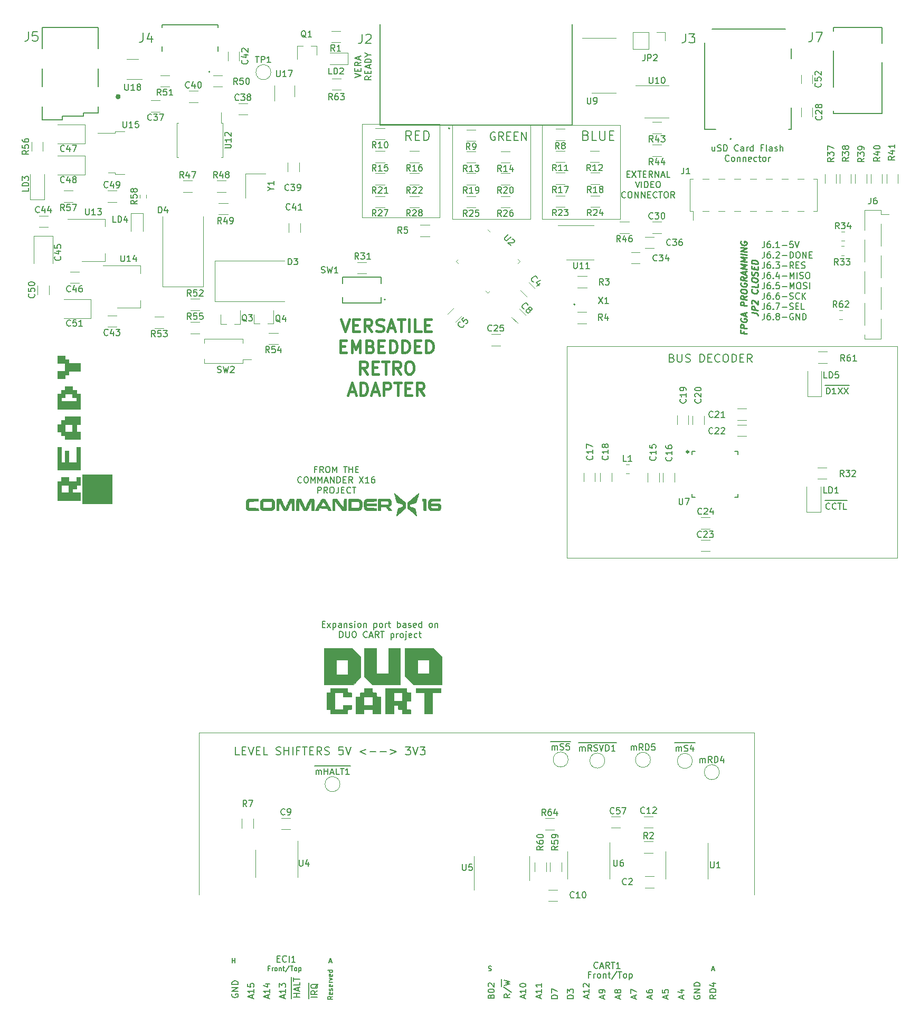
<source format=gto>
%TF.GenerationSoftware,KiCad,Pcbnew,5.1.9+dfsg1-1+deb11u1*%
%TF.CreationDate,2025-09-17T12:28:59+02:00*%
%TF.ProjectId,VERA-MODULE-RBL,56455241-2d4d-44f4-9455-4c452d52424c,1.0*%
%TF.SameCoordinates,Original*%
%TF.FileFunction,Legend,Top*%
%TF.FilePolarity,Positive*%
%FSLAX46Y46*%
G04 Gerber Fmt 4.6, Leading zero omitted, Abs format (unit mm)*
G04 Created by KiCad (PCBNEW 5.1.9+dfsg1-1+deb11u1) date 2025-09-17 12:28:59*
%MOMM*%
%LPD*%
G01*
G04 APERTURE LIST*
%ADD10C,0.250000*%
%ADD11C,0.150000*%
%ADD12C,0.400000*%
%ADD13C,0.200000*%
%ADD14C,0.120000*%
%ADD15C,0.152400*%
%ADD16C,0.300000*%
%ADD17C,0.127000*%
%ADD18C,0.010000*%
G04 APERTURE END LIST*
D10*
X249313571Y-96636443D02*
X249313571Y-96969776D01*
X249837380Y-97035252D02*
X248837380Y-96910252D01*
X248837380Y-96434062D01*
X249837380Y-96178110D02*
X248837380Y-96053110D01*
X248837380Y-95672157D01*
X248885000Y-95582872D01*
X248932619Y-95541205D01*
X249027857Y-95505491D01*
X249170714Y-95523348D01*
X249265952Y-95582872D01*
X249313571Y-95636443D01*
X249361190Y-95737633D01*
X249361190Y-96118586D01*
X248885000Y-94535252D02*
X248837380Y-94624538D01*
X248837380Y-94767395D01*
X248885000Y-94916205D01*
X248980238Y-95023348D01*
X249075476Y-95082872D01*
X249265952Y-95154300D01*
X249408809Y-95172157D01*
X249599285Y-95148348D01*
X249694523Y-95112633D01*
X249789761Y-95029300D01*
X249837380Y-94892395D01*
X249837380Y-94797157D01*
X249789761Y-94648348D01*
X249742142Y-94594776D01*
X249408809Y-94553110D01*
X249408809Y-94743586D01*
X249551666Y-94190014D02*
X249551666Y-93713824D01*
X249837380Y-94320967D02*
X248837380Y-93862633D01*
X249837380Y-93654300D01*
X249837380Y-92559062D02*
X248837380Y-92434062D01*
X248837380Y-92053110D01*
X248885000Y-91963824D01*
X248932619Y-91922157D01*
X249027857Y-91886443D01*
X249170714Y-91904300D01*
X249265952Y-91963824D01*
X249313571Y-92017395D01*
X249361190Y-92118586D01*
X249361190Y-92499538D01*
X249837380Y-90987633D02*
X249361190Y-91261443D01*
X249837380Y-91559062D02*
X248837380Y-91434062D01*
X248837380Y-91053110D01*
X248885000Y-90963824D01*
X248932619Y-90922157D01*
X249027857Y-90886443D01*
X249170714Y-90904300D01*
X249265952Y-90963824D01*
X249313571Y-91017395D01*
X249361190Y-91118586D01*
X249361190Y-91499538D01*
X248837380Y-90243586D02*
X248837380Y-90053110D01*
X248885000Y-89963824D01*
X248980238Y-89880491D01*
X249170714Y-89856681D01*
X249504047Y-89898348D01*
X249694523Y-89969776D01*
X249789761Y-90076919D01*
X249837380Y-90178110D01*
X249837380Y-90368586D01*
X249789761Y-90457872D01*
X249694523Y-90541205D01*
X249504047Y-90565014D01*
X249170714Y-90523348D01*
X248980238Y-90451919D01*
X248885000Y-90344776D01*
X248837380Y-90243586D01*
X248885000Y-88868586D02*
X248837380Y-88957872D01*
X248837380Y-89100729D01*
X248885000Y-89249538D01*
X248980238Y-89356681D01*
X249075476Y-89416205D01*
X249265952Y-89487633D01*
X249408809Y-89505491D01*
X249599285Y-89481681D01*
X249694523Y-89445967D01*
X249789761Y-89362633D01*
X249837380Y-89225729D01*
X249837380Y-89130491D01*
X249789761Y-88981681D01*
X249742142Y-88928110D01*
X249408809Y-88886443D01*
X249408809Y-89076919D01*
X249837380Y-87940014D02*
X249361190Y-88213824D01*
X249837380Y-88511443D02*
X248837380Y-88386443D01*
X248837380Y-88005491D01*
X248885000Y-87916205D01*
X248932619Y-87874538D01*
X249027857Y-87838824D01*
X249170714Y-87856681D01*
X249265952Y-87916205D01*
X249313571Y-87969776D01*
X249361190Y-88070967D01*
X249361190Y-88451919D01*
X249551666Y-87523348D02*
X249551666Y-87047157D01*
X249837380Y-87654300D02*
X248837380Y-87195967D01*
X249837380Y-86987633D01*
X249837380Y-86654300D02*
X248837380Y-86529300D01*
X249551666Y-86285252D01*
X248837380Y-85862633D01*
X249837380Y-85987633D01*
X249837380Y-85511443D02*
X248837380Y-85386443D01*
X249551666Y-85142395D01*
X248837380Y-84719776D01*
X249837380Y-84844776D01*
X249837380Y-84368586D02*
X248837380Y-84243586D01*
X249837380Y-83892395D02*
X248837380Y-83767395D01*
X249837380Y-83320967D01*
X248837380Y-83195967D01*
X248885000Y-82201919D02*
X248837380Y-82291205D01*
X248837380Y-82434062D01*
X248885000Y-82582872D01*
X248980238Y-82690014D01*
X249075476Y-82749538D01*
X249265952Y-82820967D01*
X249408809Y-82838824D01*
X249599285Y-82815014D01*
X249694523Y-82779300D01*
X249789761Y-82695967D01*
X249837380Y-82559062D01*
X249837380Y-82463824D01*
X249789761Y-82315014D01*
X249742142Y-82261443D01*
X249408809Y-82219776D01*
X249408809Y-82410252D01*
X250587380Y-93624538D02*
X251301666Y-93713824D01*
X251444523Y-93779300D01*
X251539761Y-93886443D01*
X251587380Y-94035252D01*
X251587380Y-94130491D01*
X251587380Y-93273348D02*
X250587380Y-93148348D01*
X250587380Y-92767395D01*
X250635000Y-92678110D01*
X250682619Y-92636443D01*
X250777857Y-92600729D01*
X250920714Y-92618586D01*
X251015952Y-92678110D01*
X251063571Y-92731681D01*
X251111190Y-92832872D01*
X251111190Y-93213824D01*
X250682619Y-92207872D02*
X250635000Y-92154300D01*
X250587380Y-92053110D01*
X250587380Y-91815014D01*
X250635000Y-91725729D01*
X250682619Y-91684062D01*
X250777857Y-91648348D01*
X250873095Y-91660252D01*
X251015952Y-91725729D01*
X251587380Y-92368586D01*
X251587380Y-91749538D01*
X251492142Y-89975729D02*
X251539761Y-90029300D01*
X251587380Y-90178110D01*
X251587380Y-90273348D01*
X251539761Y-90410252D01*
X251444523Y-90493586D01*
X251349285Y-90529300D01*
X251158809Y-90553110D01*
X251015952Y-90535252D01*
X250825476Y-90463824D01*
X250730238Y-90404300D01*
X250635000Y-90297157D01*
X250587380Y-90148348D01*
X250587380Y-90053110D01*
X250635000Y-89916205D01*
X250682619Y-89874538D01*
X251587380Y-89082872D02*
X251587380Y-89559062D01*
X250587380Y-89434062D01*
X250587380Y-88434062D02*
X250587380Y-88243586D01*
X250635000Y-88154300D01*
X250730238Y-88070967D01*
X250920714Y-88047157D01*
X251254047Y-88088824D01*
X251444523Y-88160252D01*
X251539761Y-88267395D01*
X251587380Y-88368586D01*
X251587380Y-88559062D01*
X251539761Y-88648348D01*
X251444523Y-88731681D01*
X251254047Y-88755491D01*
X250920714Y-88713824D01*
X250730238Y-88642395D01*
X250635000Y-88535252D01*
X250587380Y-88434062D01*
X251539761Y-87743586D02*
X251587380Y-87606681D01*
X251587380Y-87368586D01*
X251539761Y-87267395D01*
X251492142Y-87213824D01*
X251396904Y-87154300D01*
X251301666Y-87142395D01*
X251206428Y-87178110D01*
X251158809Y-87219776D01*
X251111190Y-87309062D01*
X251063571Y-87493586D01*
X251015952Y-87582872D01*
X250968333Y-87624538D01*
X250873095Y-87660252D01*
X250777857Y-87648348D01*
X250682619Y-87588824D01*
X250635000Y-87535252D01*
X250587380Y-87434062D01*
X250587380Y-87195967D01*
X250635000Y-87059062D01*
X251063571Y-86684062D02*
X251063571Y-86350729D01*
X251587380Y-86273348D02*
X251587380Y-86749538D01*
X250587380Y-86624538D01*
X250587380Y-86148348D01*
X251587380Y-85844776D02*
X250587380Y-85719776D01*
X250587380Y-85481681D01*
X250635000Y-85344776D01*
X250730238Y-85261443D01*
X250825476Y-85225729D01*
X251015952Y-85201919D01*
X251158809Y-85219776D01*
X251349285Y-85291205D01*
X251444523Y-85350729D01*
X251539761Y-85457872D01*
X251587380Y-85606681D01*
X251587380Y-85844776D01*
D11*
X252651309Y-82227380D02*
X252651309Y-82941666D01*
X252603690Y-83084523D01*
X252508452Y-83179761D01*
X252365595Y-83227380D01*
X252270357Y-83227380D01*
X253556071Y-82227380D02*
X253365595Y-82227380D01*
X253270357Y-82275000D01*
X253222738Y-82322619D01*
X253127500Y-82465476D01*
X253079880Y-82655952D01*
X253079880Y-83036904D01*
X253127500Y-83132142D01*
X253175119Y-83179761D01*
X253270357Y-83227380D01*
X253460833Y-83227380D01*
X253556071Y-83179761D01*
X253603690Y-83132142D01*
X253651309Y-83036904D01*
X253651309Y-82798809D01*
X253603690Y-82703571D01*
X253556071Y-82655952D01*
X253460833Y-82608333D01*
X253270357Y-82608333D01*
X253175119Y-82655952D01*
X253127500Y-82703571D01*
X253079880Y-82798809D01*
X254079880Y-83132142D02*
X254127500Y-83179761D01*
X254079880Y-83227380D01*
X254032261Y-83179761D01*
X254079880Y-83132142D01*
X254079880Y-83227380D01*
X255079880Y-83227380D02*
X254508452Y-83227380D01*
X254794166Y-83227380D02*
X254794166Y-82227380D01*
X254698928Y-82370238D01*
X254603690Y-82465476D01*
X254508452Y-82513095D01*
X255508452Y-82846428D02*
X256270357Y-82846428D01*
X257222738Y-82227380D02*
X256746547Y-82227380D01*
X256698928Y-82703571D01*
X256746547Y-82655952D01*
X256841785Y-82608333D01*
X257079880Y-82608333D01*
X257175119Y-82655952D01*
X257222738Y-82703571D01*
X257270357Y-82798809D01*
X257270357Y-83036904D01*
X257222738Y-83132142D01*
X257175119Y-83179761D01*
X257079880Y-83227380D01*
X256841785Y-83227380D01*
X256746547Y-83179761D01*
X256698928Y-83132142D01*
X257556071Y-82227380D02*
X257889404Y-83227380D01*
X258222738Y-82227380D01*
X252651309Y-83877380D02*
X252651309Y-84591666D01*
X252603690Y-84734523D01*
X252508452Y-84829761D01*
X252365595Y-84877380D01*
X252270357Y-84877380D01*
X253556071Y-83877380D02*
X253365595Y-83877380D01*
X253270357Y-83925000D01*
X253222738Y-83972619D01*
X253127500Y-84115476D01*
X253079880Y-84305952D01*
X253079880Y-84686904D01*
X253127500Y-84782142D01*
X253175119Y-84829761D01*
X253270357Y-84877380D01*
X253460833Y-84877380D01*
X253556071Y-84829761D01*
X253603690Y-84782142D01*
X253651309Y-84686904D01*
X253651309Y-84448809D01*
X253603690Y-84353571D01*
X253556071Y-84305952D01*
X253460833Y-84258333D01*
X253270357Y-84258333D01*
X253175119Y-84305952D01*
X253127500Y-84353571D01*
X253079880Y-84448809D01*
X254079880Y-84782142D02*
X254127500Y-84829761D01*
X254079880Y-84877380D01*
X254032261Y-84829761D01*
X254079880Y-84782142D01*
X254079880Y-84877380D01*
X254508452Y-83972619D02*
X254556071Y-83925000D01*
X254651309Y-83877380D01*
X254889404Y-83877380D01*
X254984642Y-83925000D01*
X255032261Y-83972619D01*
X255079880Y-84067857D01*
X255079880Y-84163095D01*
X255032261Y-84305952D01*
X254460833Y-84877380D01*
X255079880Y-84877380D01*
X255508452Y-84496428D02*
X256270357Y-84496428D01*
X256746547Y-84877380D02*
X256746547Y-83877380D01*
X256984642Y-83877380D01*
X257127500Y-83925000D01*
X257222738Y-84020238D01*
X257270357Y-84115476D01*
X257317976Y-84305952D01*
X257317976Y-84448809D01*
X257270357Y-84639285D01*
X257222738Y-84734523D01*
X257127500Y-84829761D01*
X256984642Y-84877380D01*
X256746547Y-84877380D01*
X257937023Y-83877380D02*
X258127500Y-83877380D01*
X258222738Y-83925000D01*
X258317976Y-84020238D01*
X258365595Y-84210714D01*
X258365595Y-84544047D01*
X258317976Y-84734523D01*
X258222738Y-84829761D01*
X258127500Y-84877380D01*
X257937023Y-84877380D01*
X257841785Y-84829761D01*
X257746547Y-84734523D01*
X257698928Y-84544047D01*
X257698928Y-84210714D01*
X257746547Y-84020238D01*
X257841785Y-83925000D01*
X257937023Y-83877380D01*
X258794166Y-84877380D02*
X258794166Y-83877380D01*
X259365595Y-84877380D01*
X259365595Y-83877380D01*
X259841785Y-84353571D02*
X260175119Y-84353571D01*
X260317976Y-84877380D02*
X259841785Y-84877380D01*
X259841785Y-83877380D01*
X260317976Y-83877380D01*
X252651309Y-85527380D02*
X252651309Y-86241666D01*
X252603690Y-86384523D01*
X252508452Y-86479761D01*
X252365595Y-86527380D01*
X252270357Y-86527380D01*
X253556071Y-85527380D02*
X253365595Y-85527380D01*
X253270357Y-85575000D01*
X253222738Y-85622619D01*
X253127500Y-85765476D01*
X253079880Y-85955952D01*
X253079880Y-86336904D01*
X253127500Y-86432142D01*
X253175119Y-86479761D01*
X253270357Y-86527380D01*
X253460833Y-86527380D01*
X253556071Y-86479761D01*
X253603690Y-86432142D01*
X253651309Y-86336904D01*
X253651309Y-86098809D01*
X253603690Y-86003571D01*
X253556071Y-85955952D01*
X253460833Y-85908333D01*
X253270357Y-85908333D01*
X253175119Y-85955952D01*
X253127500Y-86003571D01*
X253079880Y-86098809D01*
X254079880Y-86432142D02*
X254127500Y-86479761D01*
X254079880Y-86527380D01*
X254032261Y-86479761D01*
X254079880Y-86432142D01*
X254079880Y-86527380D01*
X254460833Y-85527380D02*
X255079880Y-85527380D01*
X254746547Y-85908333D01*
X254889404Y-85908333D01*
X254984642Y-85955952D01*
X255032261Y-86003571D01*
X255079880Y-86098809D01*
X255079880Y-86336904D01*
X255032261Y-86432142D01*
X254984642Y-86479761D01*
X254889404Y-86527380D01*
X254603690Y-86527380D01*
X254508452Y-86479761D01*
X254460833Y-86432142D01*
X255508452Y-86146428D02*
X256270357Y-86146428D01*
X257317976Y-86527380D02*
X256984642Y-86051190D01*
X256746547Y-86527380D02*
X256746547Y-85527380D01*
X257127500Y-85527380D01*
X257222738Y-85575000D01*
X257270357Y-85622619D01*
X257317976Y-85717857D01*
X257317976Y-85860714D01*
X257270357Y-85955952D01*
X257222738Y-86003571D01*
X257127500Y-86051190D01*
X256746547Y-86051190D01*
X257746547Y-86003571D02*
X258079880Y-86003571D01*
X258222738Y-86527380D02*
X257746547Y-86527380D01*
X257746547Y-85527380D01*
X258222738Y-85527380D01*
X258603690Y-86479761D02*
X258746547Y-86527380D01*
X258984642Y-86527380D01*
X259079880Y-86479761D01*
X259127500Y-86432142D01*
X259175119Y-86336904D01*
X259175119Y-86241666D01*
X259127500Y-86146428D01*
X259079880Y-86098809D01*
X258984642Y-86051190D01*
X258794166Y-86003571D01*
X258698928Y-85955952D01*
X258651309Y-85908333D01*
X258603690Y-85813095D01*
X258603690Y-85717857D01*
X258651309Y-85622619D01*
X258698928Y-85575000D01*
X258794166Y-85527380D01*
X259032261Y-85527380D01*
X259175119Y-85575000D01*
X252651309Y-87177380D02*
X252651309Y-87891666D01*
X252603690Y-88034523D01*
X252508452Y-88129761D01*
X252365595Y-88177380D01*
X252270357Y-88177380D01*
X253556071Y-87177380D02*
X253365595Y-87177380D01*
X253270357Y-87225000D01*
X253222738Y-87272619D01*
X253127500Y-87415476D01*
X253079880Y-87605952D01*
X253079880Y-87986904D01*
X253127500Y-88082142D01*
X253175119Y-88129761D01*
X253270357Y-88177380D01*
X253460833Y-88177380D01*
X253556071Y-88129761D01*
X253603690Y-88082142D01*
X253651309Y-87986904D01*
X253651309Y-87748809D01*
X253603690Y-87653571D01*
X253556071Y-87605952D01*
X253460833Y-87558333D01*
X253270357Y-87558333D01*
X253175119Y-87605952D01*
X253127500Y-87653571D01*
X253079880Y-87748809D01*
X254079880Y-88082142D02*
X254127500Y-88129761D01*
X254079880Y-88177380D01*
X254032261Y-88129761D01*
X254079880Y-88082142D01*
X254079880Y-88177380D01*
X254984642Y-87510714D02*
X254984642Y-88177380D01*
X254746547Y-87129761D02*
X254508452Y-87844047D01*
X255127500Y-87844047D01*
X255508452Y-87796428D02*
X256270357Y-87796428D01*
X256746547Y-88177380D02*
X256746547Y-87177380D01*
X257079880Y-87891666D01*
X257413214Y-87177380D01*
X257413214Y-88177380D01*
X257889404Y-88177380D02*
X257889404Y-87177380D01*
X258317976Y-88129761D02*
X258460833Y-88177380D01*
X258698928Y-88177380D01*
X258794166Y-88129761D01*
X258841785Y-88082142D01*
X258889404Y-87986904D01*
X258889404Y-87891666D01*
X258841785Y-87796428D01*
X258794166Y-87748809D01*
X258698928Y-87701190D01*
X258508452Y-87653571D01*
X258413214Y-87605952D01*
X258365595Y-87558333D01*
X258317976Y-87463095D01*
X258317976Y-87367857D01*
X258365595Y-87272619D01*
X258413214Y-87225000D01*
X258508452Y-87177380D01*
X258746547Y-87177380D01*
X258889404Y-87225000D01*
X259508452Y-87177380D02*
X259698928Y-87177380D01*
X259794166Y-87225000D01*
X259889404Y-87320238D01*
X259937023Y-87510714D01*
X259937023Y-87844047D01*
X259889404Y-88034523D01*
X259794166Y-88129761D01*
X259698928Y-88177380D01*
X259508452Y-88177380D01*
X259413214Y-88129761D01*
X259317976Y-88034523D01*
X259270357Y-87844047D01*
X259270357Y-87510714D01*
X259317976Y-87320238D01*
X259413214Y-87225000D01*
X259508452Y-87177380D01*
X252651309Y-88827380D02*
X252651309Y-89541666D01*
X252603690Y-89684523D01*
X252508452Y-89779761D01*
X252365595Y-89827380D01*
X252270357Y-89827380D01*
X253556071Y-88827380D02*
X253365595Y-88827380D01*
X253270357Y-88875000D01*
X253222738Y-88922619D01*
X253127500Y-89065476D01*
X253079880Y-89255952D01*
X253079880Y-89636904D01*
X253127500Y-89732142D01*
X253175119Y-89779761D01*
X253270357Y-89827380D01*
X253460833Y-89827380D01*
X253556071Y-89779761D01*
X253603690Y-89732142D01*
X253651309Y-89636904D01*
X253651309Y-89398809D01*
X253603690Y-89303571D01*
X253556071Y-89255952D01*
X253460833Y-89208333D01*
X253270357Y-89208333D01*
X253175119Y-89255952D01*
X253127500Y-89303571D01*
X253079880Y-89398809D01*
X254079880Y-89732142D02*
X254127500Y-89779761D01*
X254079880Y-89827380D01*
X254032261Y-89779761D01*
X254079880Y-89732142D01*
X254079880Y-89827380D01*
X255032261Y-88827380D02*
X254556071Y-88827380D01*
X254508452Y-89303571D01*
X254556071Y-89255952D01*
X254651309Y-89208333D01*
X254889404Y-89208333D01*
X254984642Y-89255952D01*
X255032261Y-89303571D01*
X255079880Y-89398809D01*
X255079880Y-89636904D01*
X255032261Y-89732142D01*
X254984642Y-89779761D01*
X254889404Y-89827380D01*
X254651309Y-89827380D01*
X254556071Y-89779761D01*
X254508452Y-89732142D01*
X255508452Y-89446428D02*
X256270357Y-89446428D01*
X256746547Y-89827380D02*
X256746547Y-88827380D01*
X257079880Y-89541666D01*
X257413214Y-88827380D01*
X257413214Y-89827380D01*
X258079880Y-88827380D02*
X258270357Y-88827380D01*
X258365595Y-88875000D01*
X258460833Y-88970238D01*
X258508452Y-89160714D01*
X258508452Y-89494047D01*
X258460833Y-89684523D01*
X258365595Y-89779761D01*
X258270357Y-89827380D01*
X258079880Y-89827380D01*
X257984642Y-89779761D01*
X257889404Y-89684523D01*
X257841785Y-89494047D01*
X257841785Y-89160714D01*
X257889404Y-88970238D01*
X257984642Y-88875000D01*
X258079880Y-88827380D01*
X258889404Y-89779761D02*
X259032261Y-89827380D01*
X259270357Y-89827380D01*
X259365595Y-89779761D01*
X259413214Y-89732142D01*
X259460833Y-89636904D01*
X259460833Y-89541666D01*
X259413214Y-89446428D01*
X259365595Y-89398809D01*
X259270357Y-89351190D01*
X259079880Y-89303571D01*
X258984642Y-89255952D01*
X258937023Y-89208333D01*
X258889404Y-89113095D01*
X258889404Y-89017857D01*
X258937023Y-88922619D01*
X258984642Y-88875000D01*
X259079880Y-88827380D01*
X259317976Y-88827380D01*
X259460833Y-88875000D01*
X259889404Y-89827380D02*
X259889404Y-88827380D01*
X252651309Y-90477380D02*
X252651309Y-91191666D01*
X252603690Y-91334523D01*
X252508452Y-91429761D01*
X252365595Y-91477380D01*
X252270357Y-91477380D01*
X253556071Y-90477380D02*
X253365595Y-90477380D01*
X253270357Y-90525000D01*
X253222738Y-90572619D01*
X253127500Y-90715476D01*
X253079880Y-90905952D01*
X253079880Y-91286904D01*
X253127500Y-91382142D01*
X253175119Y-91429761D01*
X253270357Y-91477380D01*
X253460833Y-91477380D01*
X253556071Y-91429761D01*
X253603690Y-91382142D01*
X253651309Y-91286904D01*
X253651309Y-91048809D01*
X253603690Y-90953571D01*
X253556071Y-90905952D01*
X253460833Y-90858333D01*
X253270357Y-90858333D01*
X253175119Y-90905952D01*
X253127500Y-90953571D01*
X253079880Y-91048809D01*
X254079880Y-91382142D02*
X254127500Y-91429761D01*
X254079880Y-91477380D01*
X254032261Y-91429761D01*
X254079880Y-91382142D01*
X254079880Y-91477380D01*
X254984642Y-90477380D02*
X254794166Y-90477380D01*
X254698928Y-90525000D01*
X254651309Y-90572619D01*
X254556071Y-90715476D01*
X254508452Y-90905952D01*
X254508452Y-91286904D01*
X254556071Y-91382142D01*
X254603690Y-91429761D01*
X254698928Y-91477380D01*
X254889404Y-91477380D01*
X254984642Y-91429761D01*
X255032261Y-91382142D01*
X255079880Y-91286904D01*
X255079880Y-91048809D01*
X255032261Y-90953571D01*
X254984642Y-90905952D01*
X254889404Y-90858333D01*
X254698928Y-90858333D01*
X254603690Y-90905952D01*
X254556071Y-90953571D01*
X254508452Y-91048809D01*
X255508452Y-91096428D02*
X256270357Y-91096428D01*
X256698928Y-91429761D02*
X256841785Y-91477380D01*
X257079880Y-91477380D01*
X257175119Y-91429761D01*
X257222738Y-91382142D01*
X257270357Y-91286904D01*
X257270357Y-91191666D01*
X257222738Y-91096428D01*
X257175119Y-91048809D01*
X257079880Y-91001190D01*
X256889404Y-90953571D01*
X256794166Y-90905952D01*
X256746547Y-90858333D01*
X256698928Y-90763095D01*
X256698928Y-90667857D01*
X256746547Y-90572619D01*
X256794166Y-90525000D01*
X256889404Y-90477380D01*
X257127500Y-90477380D01*
X257270357Y-90525000D01*
X258270357Y-91382142D02*
X258222738Y-91429761D01*
X258079880Y-91477380D01*
X257984642Y-91477380D01*
X257841785Y-91429761D01*
X257746547Y-91334523D01*
X257698928Y-91239285D01*
X257651309Y-91048809D01*
X257651309Y-90905952D01*
X257698928Y-90715476D01*
X257746547Y-90620238D01*
X257841785Y-90525000D01*
X257984642Y-90477380D01*
X258079880Y-90477380D01*
X258222738Y-90525000D01*
X258270357Y-90572619D01*
X258698928Y-91477380D02*
X258698928Y-90477380D01*
X259270357Y-91477380D02*
X258841785Y-90905952D01*
X259270357Y-90477380D02*
X258698928Y-91048809D01*
X252651309Y-92127380D02*
X252651309Y-92841666D01*
X252603690Y-92984523D01*
X252508452Y-93079761D01*
X252365595Y-93127380D01*
X252270357Y-93127380D01*
X253556071Y-92127380D02*
X253365595Y-92127380D01*
X253270357Y-92175000D01*
X253222738Y-92222619D01*
X253127500Y-92365476D01*
X253079880Y-92555952D01*
X253079880Y-92936904D01*
X253127500Y-93032142D01*
X253175119Y-93079761D01*
X253270357Y-93127380D01*
X253460833Y-93127380D01*
X253556071Y-93079761D01*
X253603690Y-93032142D01*
X253651309Y-92936904D01*
X253651309Y-92698809D01*
X253603690Y-92603571D01*
X253556071Y-92555952D01*
X253460833Y-92508333D01*
X253270357Y-92508333D01*
X253175119Y-92555952D01*
X253127500Y-92603571D01*
X253079880Y-92698809D01*
X254079880Y-93032142D02*
X254127500Y-93079761D01*
X254079880Y-93127380D01*
X254032261Y-93079761D01*
X254079880Y-93032142D01*
X254079880Y-93127380D01*
X254460833Y-92127380D02*
X255127500Y-92127380D01*
X254698928Y-93127380D01*
X255508452Y-92746428D02*
X256270357Y-92746428D01*
X256698928Y-93079761D02*
X256841785Y-93127380D01*
X257079880Y-93127380D01*
X257175119Y-93079761D01*
X257222738Y-93032142D01*
X257270357Y-92936904D01*
X257270357Y-92841666D01*
X257222738Y-92746428D01*
X257175119Y-92698809D01*
X257079880Y-92651190D01*
X256889404Y-92603571D01*
X256794166Y-92555952D01*
X256746547Y-92508333D01*
X256698928Y-92413095D01*
X256698928Y-92317857D01*
X256746547Y-92222619D01*
X256794166Y-92175000D01*
X256889404Y-92127380D01*
X257127500Y-92127380D01*
X257270357Y-92175000D01*
X257698928Y-92603571D02*
X258032261Y-92603571D01*
X258175119Y-93127380D02*
X257698928Y-93127380D01*
X257698928Y-92127380D01*
X258175119Y-92127380D01*
X259079880Y-93127380D02*
X258603690Y-93127380D01*
X258603690Y-92127380D01*
X252651309Y-93777380D02*
X252651309Y-94491666D01*
X252603690Y-94634523D01*
X252508452Y-94729761D01*
X252365595Y-94777380D01*
X252270357Y-94777380D01*
X253556071Y-93777380D02*
X253365595Y-93777380D01*
X253270357Y-93825000D01*
X253222738Y-93872619D01*
X253127500Y-94015476D01*
X253079880Y-94205952D01*
X253079880Y-94586904D01*
X253127500Y-94682142D01*
X253175119Y-94729761D01*
X253270357Y-94777380D01*
X253460833Y-94777380D01*
X253556071Y-94729761D01*
X253603690Y-94682142D01*
X253651309Y-94586904D01*
X253651309Y-94348809D01*
X253603690Y-94253571D01*
X253556071Y-94205952D01*
X253460833Y-94158333D01*
X253270357Y-94158333D01*
X253175119Y-94205952D01*
X253127500Y-94253571D01*
X253079880Y-94348809D01*
X254079880Y-94682142D02*
X254127500Y-94729761D01*
X254079880Y-94777380D01*
X254032261Y-94729761D01*
X254079880Y-94682142D01*
X254079880Y-94777380D01*
X254698928Y-94205952D02*
X254603690Y-94158333D01*
X254556071Y-94110714D01*
X254508452Y-94015476D01*
X254508452Y-93967857D01*
X254556071Y-93872619D01*
X254603690Y-93825000D01*
X254698928Y-93777380D01*
X254889404Y-93777380D01*
X254984642Y-93825000D01*
X255032261Y-93872619D01*
X255079880Y-93967857D01*
X255079880Y-94015476D01*
X255032261Y-94110714D01*
X254984642Y-94158333D01*
X254889404Y-94205952D01*
X254698928Y-94205952D01*
X254603690Y-94253571D01*
X254556071Y-94301190D01*
X254508452Y-94396428D01*
X254508452Y-94586904D01*
X254556071Y-94682142D01*
X254603690Y-94729761D01*
X254698928Y-94777380D01*
X254889404Y-94777380D01*
X254984642Y-94729761D01*
X255032261Y-94682142D01*
X255079880Y-94586904D01*
X255079880Y-94396428D01*
X255032261Y-94301190D01*
X254984642Y-94253571D01*
X254889404Y-94205952D01*
X255508452Y-94396428D02*
X256270357Y-94396428D01*
X257270357Y-93825000D02*
X257175119Y-93777380D01*
X257032261Y-93777380D01*
X256889404Y-93825000D01*
X256794166Y-93920238D01*
X256746547Y-94015476D01*
X256698928Y-94205952D01*
X256698928Y-94348809D01*
X256746547Y-94539285D01*
X256794166Y-94634523D01*
X256889404Y-94729761D01*
X257032261Y-94777380D01*
X257127500Y-94777380D01*
X257270357Y-94729761D01*
X257317976Y-94682142D01*
X257317976Y-94348809D01*
X257127500Y-94348809D01*
X257746547Y-94777380D02*
X257746547Y-93777380D01*
X258317976Y-94777380D01*
X258317976Y-93777380D01*
X258794166Y-94777380D02*
X258794166Y-93777380D01*
X259032261Y-93777380D01*
X259175119Y-93825000D01*
X259270357Y-93920238D01*
X259317976Y-94015476D01*
X259365595Y-94205952D01*
X259365595Y-94348809D01*
X259317976Y-94539285D01*
X259270357Y-94634523D01*
X259175119Y-94729761D01*
X259032261Y-94777380D01*
X258794166Y-94777380D01*
X244711904Y-67050714D02*
X244711904Y-67717380D01*
X244283333Y-67050714D02*
X244283333Y-67574523D01*
X244330952Y-67669761D01*
X244426190Y-67717380D01*
X244569047Y-67717380D01*
X244664285Y-67669761D01*
X244711904Y-67622142D01*
X245140476Y-67669761D02*
X245283333Y-67717380D01*
X245521428Y-67717380D01*
X245616666Y-67669761D01*
X245664285Y-67622142D01*
X245711904Y-67526904D01*
X245711904Y-67431666D01*
X245664285Y-67336428D01*
X245616666Y-67288809D01*
X245521428Y-67241190D01*
X245330952Y-67193571D01*
X245235714Y-67145952D01*
X245188095Y-67098333D01*
X245140476Y-67003095D01*
X245140476Y-66907857D01*
X245188095Y-66812619D01*
X245235714Y-66765000D01*
X245330952Y-66717380D01*
X245569047Y-66717380D01*
X245711904Y-66765000D01*
X246140476Y-67717380D02*
X246140476Y-66717380D01*
X246378571Y-66717380D01*
X246521428Y-66765000D01*
X246616666Y-66860238D01*
X246664285Y-66955476D01*
X246711904Y-67145952D01*
X246711904Y-67288809D01*
X246664285Y-67479285D01*
X246616666Y-67574523D01*
X246521428Y-67669761D01*
X246378571Y-67717380D01*
X246140476Y-67717380D01*
X248473809Y-67622142D02*
X248426190Y-67669761D01*
X248283333Y-67717380D01*
X248188095Y-67717380D01*
X248045238Y-67669761D01*
X247950000Y-67574523D01*
X247902380Y-67479285D01*
X247854761Y-67288809D01*
X247854761Y-67145952D01*
X247902380Y-66955476D01*
X247950000Y-66860238D01*
X248045238Y-66765000D01*
X248188095Y-66717380D01*
X248283333Y-66717380D01*
X248426190Y-66765000D01*
X248473809Y-66812619D01*
X249330952Y-67717380D02*
X249330952Y-67193571D01*
X249283333Y-67098333D01*
X249188095Y-67050714D01*
X248997619Y-67050714D01*
X248902380Y-67098333D01*
X249330952Y-67669761D02*
X249235714Y-67717380D01*
X248997619Y-67717380D01*
X248902380Y-67669761D01*
X248854761Y-67574523D01*
X248854761Y-67479285D01*
X248902380Y-67384047D01*
X248997619Y-67336428D01*
X249235714Y-67336428D01*
X249330952Y-67288809D01*
X249807142Y-67717380D02*
X249807142Y-67050714D01*
X249807142Y-67241190D02*
X249854761Y-67145952D01*
X249902380Y-67098333D01*
X249997619Y-67050714D01*
X250092857Y-67050714D01*
X250854761Y-67717380D02*
X250854761Y-66717380D01*
X250854761Y-67669761D02*
X250759523Y-67717380D01*
X250569047Y-67717380D01*
X250473809Y-67669761D01*
X250426190Y-67622142D01*
X250378571Y-67526904D01*
X250378571Y-67241190D01*
X250426190Y-67145952D01*
X250473809Y-67098333D01*
X250569047Y-67050714D01*
X250759523Y-67050714D01*
X250854761Y-67098333D01*
X252426190Y-67193571D02*
X252092857Y-67193571D01*
X252092857Y-67717380D02*
X252092857Y-66717380D01*
X252569047Y-66717380D01*
X253092857Y-67717380D02*
X252997619Y-67669761D01*
X252950000Y-67574523D01*
X252950000Y-66717380D01*
X253902380Y-67717380D02*
X253902380Y-67193571D01*
X253854761Y-67098333D01*
X253759523Y-67050714D01*
X253569047Y-67050714D01*
X253473809Y-67098333D01*
X253902380Y-67669761D02*
X253807142Y-67717380D01*
X253569047Y-67717380D01*
X253473809Y-67669761D01*
X253426190Y-67574523D01*
X253426190Y-67479285D01*
X253473809Y-67384047D01*
X253569047Y-67336428D01*
X253807142Y-67336428D01*
X253902380Y-67288809D01*
X254330952Y-67669761D02*
X254426190Y-67717380D01*
X254616666Y-67717380D01*
X254711904Y-67669761D01*
X254759523Y-67574523D01*
X254759523Y-67526904D01*
X254711904Y-67431666D01*
X254616666Y-67384047D01*
X254473809Y-67384047D01*
X254378571Y-67336428D01*
X254330952Y-67241190D01*
X254330952Y-67193571D01*
X254378571Y-67098333D01*
X254473809Y-67050714D01*
X254616666Y-67050714D01*
X254711904Y-67098333D01*
X255188095Y-67717380D02*
X255188095Y-66717380D01*
X255616666Y-67717380D02*
X255616666Y-67193571D01*
X255569047Y-67098333D01*
X255473809Y-67050714D01*
X255330952Y-67050714D01*
X255235714Y-67098333D01*
X255188095Y-67145952D01*
X246997619Y-69272142D02*
X246950000Y-69319761D01*
X246807142Y-69367380D01*
X246711904Y-69367380D01*
X246569047Y-69319761D01*
X246473809Y-69224523D01*
X246426190Y-69129285D01*
X246378571Y-68938809D01*
X246378571Y-68795952D01*
X246426190Y-68605476D01*
X246473809Y-68510238D01*
X246569047Y-68415000D01*
X246711904Y-68367380D01*
X246807142Y-68367380D01*
X246950000Y-68415000D01*
X246997619Y-68462619D01*
X247569047Y-69367380D02*
X247473809Y-69319761D01*
X247426190Y-69272142D01*
X247378571Y-69176904D01*
X247378571Y-68891190D01*
X247426190Y-68795952D01*
X247473809Y-68748333D01*
X247569047Y-68700714D01*
X247711904Y-68700714D01*
X247807142Y-68748333D01*
X247854761Y-68795952D01*
X247902380Y-68891190D01*
X247902380Y-69176904D01*
X247854761Y-69272142D01*
X247807142Y-69319761D01*
X247711904Y-69367380D01*
X247569047Y-69367380D01*
X248330952Y-68700714D02*
X248330952Y-69367380D01*
X248330952Y-68795952D02*
X248378571Y-68748333D01*
X248473809Y-68700714D01*
X248616666Y-68700714D01*
X248711904Y-68748333D01*
X248759523Y-68843571D01*
X248759523Y-69367380D01*
X249235714Y-68700714D02*
X249235714Y-69367380D01*
X249235714Y-68795952D02*
X249283333Y-68748333D01*
X249378571Y-68700714D01*
X249521428Y-68700714D01*
X249616666Y-68748333D01*
X249664285Y-68843571D01*
X249664285Y-69367380D01*
X250521428Y-69319761D02*
X250426190Y-69367380D01*
X250235714Y-69367380D01*
X250140476Y-69319761D01*
X250092857Y-69224523D01*
X250092857Y-68843571D01*
X250140476Y-68748333D01*
X250235714Y-68700714D01*
X250426190Y-68700714D01*
X250521428Y-68748333D01*
X250569047Y-68843571D01*
X250569047Y-68938809D01*
X250092857Y-69034047D01*
X251426190Y-69319761D02*
X251330952Y-69367380D01*
X251140476Y-69367380D01*
X251045238Y-69319761D01*
X250997619Y-69272142D01*
X250950000Y-69176904D01*
X250950000Y-68891190D01*
X250997619Y-68795952D01*
X251045238Y-68748333D01*
X251140476Y-68700714D01*
X251330952Y-68700714D01*
X251426190Y-68748333D01*
X251711904Y-68700714D02*
X252092857Y-68700714D01*
X251854761Y-68367380D02*
X251854761Y-69224523D01*
X251902380Y-69319761D01*
X251997619Y-69367380D01*
X252092857Y-69367380D01*
X252569047Y-69367380D02*
X252473809Y-69319761D01*
X252426190Y-69272142D01*
X252378571Y-69176904D01*
X252378571Y-68891190D01*
X252426190Y-68795952D01*
X252473809Y-68748333D01*
X252569047Y-68700714D01*
X252711904Y-68700714D01*
X252807142Y-68748333D01*
X252854761Y-68795952D01*
X252902380Y-68891190D01*
X252902380Y-69176904D01*
X252854761Y-69272142D01*
X252807142Y-69319761D01*
X252711904Y-69367380D01*
X252569047Y-69367380D01*
X253330952Y-69367380D02*
X253330952Y-68700714D01*
X253330952Y-68891190D02*
X253378571Y-68795952D01*
X253426190Y-68748333D01*
X253521428Y-68700714D01*
X253616666Y-68700714D01*
X181738095Y-143603571D02*
X182071428Y-143603571D01*
X182214285Y-144127380D02*
X181738095Y-144127380D01*
X181738095Y-143127380D01*
X182214285Y-143127380D01*
X182547619Y-144127380D02*
X183071428Y-143460714D01*
X182547619Y-143460714D02*
X183071428Y-144127380D01*
X183452380Y-143460714D02*
X183452380Y-144460714D01*
X183452380Y-143508333D02*
X183547619Y-143460714D01*
X183738095Y-143460714D01*
X183833333Y-143508333D01*
X183880952Y-143555952D01*
X183928571Y-143651190D01*
X183928571Y-143936904D01*
X183880952Y-144032142D01*
X183833333Y-144079761D01*
X183738095Y-144127380D01*
X183547619Y-144127380D01*
X183452380Y-144079761D01*
X184785714Y-144127380D02*
X184785714Y-143603571D01*
X184738095Y-143508333D01*
X184642857Y-143460714D01*
X184452380Y-143460714D01*
X184357142Y-143508333D01*
X184785714Y-144079761D02*
X184690476Y-144127380D01*
X184452380Y-144127380D01*
X184357142Y-144079761D01*
X184309523Y-143984523D01*
X184309523Y-143889285D01*
X184357142Y-143794047D01*
X184452380Y-143746428D01*
X184690476Y-143746428D01*
X184785714Y-143698809D01*
X185261904Y-143460714D02*
X185261904Y-144127380D01*
X185261904Y-143555952D02*
X185309523Y-143508333D01*
X185404761Y-143460714D01*
X185547619Y-143460714D01*
X185642857Y-143508333D01*
X185690476Y-143603571D01*
X185690476Y-144127380D01*
X186119047Y-144079761D02*
X186214285Y-144127380D01*
X186404761Y-144127380D01*
X186500000Y-144079761D01*
X186547619Y-143984523D01*
X186547619Y-143936904D01*
X186500000Y-143841666D01*
X186404761Y-143794047D01*
X186261904Y-143794047D01*
X186166666Y-143746428D01*
X186119047Y-143651190D01*
X186119047Y-143603571D01*
X186166666Y-143508333D01*
X186261904Y-143460714D01*
X186404761Y-143460714D01*
X186500000Y-143508333D01*
X186976190Y-144127380D02*
X186976190Y-143460714D01*
X186976190Y-143127380D02*
X186928571Y-143175000D01*
X186976190Y-143222619D01*
X187023809Y-143175000D01*
X186976190Y-143127380D01*
X186976190Y-143222619D01*
X187595238Y-144127380D02*
X187500000Y-144079761D01*
X187452380Y-144032142D01*
X187404761Y-143936904D01*
X187404761Y-143651190D01*
X187452380Y-143555952D01*
X187500000Y-143508333D01*
X187595238Y-143460714D01*
X187738095Y-143460714D01*
X187833333Y-143508333D01*
X187880952Y-143555952D01*
X187928571Y-143651190D01*
X187928571Y-143936904D01*
X187880952Y-144032142D01*
X187833333Y-144079761D01*
X187738095Y-144127380D01*
X187595238Y-144127380D01*
X188357142Y-143460714D02*
X188357142Y-144127380D01*
X188357142Y-143555952D02*
X188404761Y-143508333D01*
X188500000Y-143460714D01*
X188642857Y-143460714D01*
X188738095Y-143508333D01*
X188785714Y-143603571D01*
X188785714Y-144127380D01*
X190023809Y-143460714D02*
X190023809Y-144460714D01*
X190023809Y-143508333D02*
X190119047Y-143460714D01*
X190309523Y-143460714D01*
X190404761Y-143508333D01*
X190452380Y-143555952D01*
X190500000Y-143651190D01*
X190500000Y-143936904D01*
X190452380Y-144032142D01*
X190404761Y-144079761D01*
X190309523Y-144127380D01*
X190119047Y-144127380D01*
X190023809Y-144079761D01*
X191071428Y-144127380D02*
X190976190Y-144079761D01*
X190928571Y-144032142D01*
X190880952Y-143936904D01*
X190880952Y-143651190D01*
X190928571Y-143555952D01*
X190976190Y-143508333D01*
X191071428Y-143460714D01*
X191214285Y-143460714D01*
X191309523Y-143508333D01*
X191357142Y-143555952D01*
X191404761Y-143651190D01*
X191404761Y-143936904D01*
X191357142Y-144032142D01*
X191309523Y-144079761D01*
X191214285Y-144127380D01*
X191071428Y-144127380D01*
X191833333Y-144127380D02*
X191833333Y-143460714D01*
X191833333Y-143651190D02*
X191880952Y-143555952D01*
X191928571Y-143508333D01*
X192023809Y-143460714D01*
X192119047Y-143460714D01*
X192309523Y-143460714D02*
X192690476Y-143460714D01*
X192452380Y-143127380D02*
X192452380Y-143984523D01*
X192500000Y-144079761D01*
X192595238Y-144127380D01*
X192690476Y-144127380D01*
X193785714Y-144127380D02*
X193785714Y-143127380D01*
X193785714Y-143508333D02*
X193880952Y-143460714D01*
X194071428Y-143460714D01*
X194166666Y-143508333D01*
X194214285Y-143555952D01*
X194261904Y-143651190D01*
X194261904Y-143936904D01*
X194214285Y-144032142D01*
X194166666Y-144079761D01*
X194071428Y-144127380D01*
X193880952Y-144127380D01*
X193785714Y-144079761D01*
X195119047Y-144127380D02*
X195119047Y-143603571D01*
X195071428Y-143508333D01*
X194976190Y-143460714D01*
X194785714Y-143460714D01*
X194690476Y-143508333D01*
X195119047Y-144079761D02*
X195023809Y-144127380D01*
X194785714Y-144127380D01*
X194690476Y-144079761D01*
X194642857Y-143984523D01*
X194642857Y-143889285D01*
X194690476Y-143794047D01*
X194785714Y-143746428D01*
X195023809Y-143746428D01*
X195119047Y-143698809D01*
X195547619Y-144079761D02*
X195642857Y-144127380D01*
X195833333Y-144127380D01*
X195928571Y-144079761D01*
X195976190Y-143984523D01*
X195976190Y-143936904D01*
X195928571Y-143841666D01*
X195833333Y-143794047D01*
X195690476Y-143794047D01*
X195595238Y-143746428D01*
X195547619Y-143651190D01*
X195547619Y-143603571D01*
X195595238Y-143508333D01*
X195690476Y-143460714D01*
X195833333Y-143460714D01*
X195928571Y-143508333D01*
X196785714Y-144079761D02*
X196690476Y-144127380D01*
X196500000Y-144127380D01*
X196404761Y-144079761D01*
X196357142Y-143984523D01*
X196357142Y-143603571D01*
X196404761Y-143508333D01*
X196500000Y-143460714D01*
X196690476Y-143460714D01*
X196785714Y-143508333D01*
X196833333Y-143603571D01*
X196833333Y-143698809D01*
X196357142Y-143794047D01*
X197690476Y-144127380D02*
X197690476Y-143127380D01*
X197690476Y-144079761D02*
X197595238Y-144127380D01*
X197404761Y-144127380D01*
X197309523Y-144079761D01*
X197261904Y-144032142D01*
X197214285Y-143936904D01*
X197214285Y-143651190D01*
X197261904Y-143555952D01*
X197309523Y-143508333D01*
X197404761Y-143460714D01*
X197595238Y-143460714D01*
X197690476Y-143508333D01*
X199071428Y-144127380D02*
X198976190Y-144079761D01*
X198928571Y-144032142D01*
X198880952Y-143936904D01*
X198880952Y-143651190D01*
X198928571Y-143555952D01*
X198976190Y-143508333D01*
X199071428Y-143460714D01*
X199214285Y-143460714D01*
X199309523Y-143508333D01*
X199357142Y-143555952D01*
X199404761Y-143651190D01*
X199404761Y-143936904D01*
X199357142Y-144032142D01*
X199309523Y-144079761D01*
X199214285Y-144127380D01*
X199071428Y-144127380D01*
X199833333Y-143460714D02*
X199833333Y-144127380D01*
X199833333Y-143555952D02*
X199880952Y-143508333D01*
X199976190Y-143460714D01*
X200119047Y-143460714D01*
X200214285Y-143508333D01*
X200261904Y-143603571D01*
X200261904Y-144127380D01*
X184523809Y-145777380D02*
X184523809Y-144777380D01*
X184761904Y-144777380D01*
X184904761Y-144825000D01*
X185000000Y-144920238D01*
X185047619Y-145015476D01*
X185095238Y-145205952D01*
X185095238Y-145348809D01*
X185047619Y-145539285D01*
X185000000Y-145634523D01*
X184904761Y-145729761D01*
X184761904Y-145777380D01*
X184523809Y-145777380D01*
X185523809Y-144777380D02*
X185523809Y-145586904D01*
X185571428Y-145682142D01*
X185619047Y-145729761D01*
X185714285Y-145777380D01*
X185904761Y-145777380D01*
X186000000Y-145729761D01*
X186047619Y-145682142D01*
X186095238Y-145586904D01*
X186095238Y-144777380D01*
X186761904Y-144777380D02*
X186952380Y-144777380D01*
X187047619Y-144825000D01*
X187142857Y-144920238D01*
X187190476Y-145110714D01*
X187190476Y-145444047D01*
X187142857Y-145634523D01*
X187047619Y-145729761D01*
X186952380Y-145777380D01*
X186761904Y-145777380D01*
X186666666Y-145729761D01*
X186571428Y-145634523D01*
X186523809Y-145444047D01*
X186523809Y-145110714D01*
X186571428Y-144920238D01*
X186666666Y-144825000D01*
X186761904Y-144777380D01*
X188952380Y-145682142D02*
X188904761Y-145729761D01*
X188761904Y-145777380D01*
X188666666Y-145777380D01*
X188523809Y-145729761D01*
X188428571Y-145634523D01*
X188380952Y-145539285D01*
X188333333Y-145348809D01*
X188333333Y-145205952D01*
X188380952Y-145015476D01*
X188428571Y-144920238D01*
X188523809Y-144825000D01*
X188666666Y-144777380D01*
X188761904Y-144777380D01*
X188904761Y-144825000D01*
X188952380Y-144872619D01*
X189333333Y-145491666D02*
X189809523Y-145491666D01*
X189238095Y-145777380D02*
X189571428Y-144777380D01*
X189904761Y-145777380D01*
X190809523Y-145777380D02*
X190476190Y-145301190D01*
X190238095Y-145777380D02*
X190238095Y-144777380D01*
X190619047Y-144777380D01*
X190714285Y-144825000D01*
X190761904Y-144872619D01*
X190809523Y-144967857D01*
X190809523Y-145110714D01*
X190761904Y-145205952D01*
X190714285Y-145253571D01*
X190619047Y-145301190D01*
X190238095Y-145301190D01*
X191095238Y-144777380D02*
X191666666Y-144777380D01*
X191380952Y-145777380D02*
X191380952Y-144777380D01*
X192761904Y-145110714D02*
X192761904Y-146110714D01*
X192761904Y-145158333D02*
X192857142Y-145110714D01*
X193047619Y-145110714D01*
X193142857Y-145158333D01*
X193190476Y-145205952D01*
X193238095Y-145301190D01*
X193238095Y-145586904D01*
X193190476Y-145682142D01*
X193142857Y-145729761D01*
X193047619Y-145777380D01*
X192857142Y-145777380D01*
X192761904Y-145729761D01*
X193666666Y-145777380D02*
X193666666Y-145110714D01*
X193666666Y-145301190D02*
X193714285Y-145205952D01*
X193761904Y-145158333D01*
X193857142Y-145110714D01*
X193952380Y-145110714D01*
X194428571Y-145777380D02*
X194333333Y-145729761D01*
X194285714Y-145682142D01*
X194238095Y-145586904D01*
X194238095Y-145301190D01*
X194285714Y-145205952D01*
X194333333Y-145158333D01*
X194428571Y-145110714D01*
X194571428Y-145110714D01*
X194666666Y-145158333D01*
X194714285Y-145205952D01*
X194761904Y-145301190D01*
X194761904Y-145586904D01*
X194714285Y-145682142D01*
X194666666Y-145729761D01*
X194571428Y-145777380D01*
X194428571Y-145777380D01*
X195190476Y-145110714D02*
X195190476Y-145967857D01*
X195142857Y-146063095D01*
X195047619Y-146110714D01*
X195000000Y-146110714D01*
X195190476Y-144777380D02*
X195142857Y-144825000D01*
X195190476Y-144872619D01*
X195238095Y-144825000D01*
X195190476Y-144777380D01*
X195190476Y-144872619D01*
X196047619Y-145729761D02*
X195952380Y-145777380D01*
X195761904Y-145777380D01*
X195666666Y-145729761D01*
X195619047Y-145634523D01*
X195619047Y-145253571D01*
X195666666Y-145158333D01*
X195761904Y-145110714D01*
X195952380Y-145110714D01*
X196047619Y-145158333D01*
X196095238Y-145253571D01*
X196095238Y-145348809D01*
X195619047Y-145444047D01*
X196952380Y-145729761D02*
X196857142Y-145777380D01*
X196666666Y-145777380D01*
X196571428Y-145729761D01*
X196523809Y-145682142D01*
X196476190Y-145586904D01*
X196476190Y-145301190D01*
X196523809Y-145205952D01*
X196571428Y-145158333D01*
X196666666Y-145110714D01*
X196857142Y-145110714D01*
X196952380Y-145158333D01*
X197238095Y-145110714D02*
X197619047Y-145110714D01*
X197380952Y-144777380D02*
X197380952Y-145634523D01*
X197428571Y-145729761D01*
X197523809Y-145777380D01*
X197619047Y-145777380D01*
X180809523Y-118778571D02*
X180476190Y-118778571D01*
X180476190Y-119302380D02*
X180476190Y-118302380D01*
X180952380Y-118302380D01*
X181904761Y-119302380D02*
X181571428Y-118826190D01*
X181333333Y-119302380D02*
X181333333Y-118302380D01*
X181714285Y-118302380D01*
X181809523Y-118350000D01*
X181857142Y-118397619D01*
X181904761Y-118492857D01*
X181904761Y-118635714D01*
X181857142Y-118730952D01*
X181809523Y-118778571D01*
X181714285Y-118826190D01*
X181333333Y-118826190D01*
X182523809Y-118302380D02*
X182714285Y-118302380D01*
X182809523Y-118350000D01*
X182904761Y-118445238D01*
X182952380Y-118635714D01*
X182952380Y-118969047D01*
X182904761Y-119159523D01*
X182809523Y-119254761D01*
X182714285Y-119302380D01*
X182523809Y-119302380D01*
X182428571Y-119254761D01*
X182333333Y-119159523D01*
X182285714Y-118969047D01*
X182285714Y-118635714D01*
X182333333Y-118445238D01*
X182428571Y-118350000D01*
X182523809Y-118302380D01*
X183380952Y-119302380D02*
X183380952Y-118302380D01*
X183714285Y-119016666D01*
X184047619Y-118302380D01*
X184047619Y-119302380D01*
X185142857Y-118302380D02*
X185714285Y-118302380D01*
X185428571Y-119302380D02*
X185428571Y-118302380D01*
X186047619Y-119302380D02*
X186047619Y-118302380D01*
X186047619Y-118778571D02*
X186619047Y-118778571D01*
X186619047Y-119302380D02*
X186619047Y-118302380D01*
X187095238Y-118778571D02*
X187428571Y-118778571D01*
X187571428Y-119302380D02*
X187095238Y-119302380D01*
X187095238Y-118302380D01*
X187571428Y-118302380D01*
X178428571Y-120857142D02*
X178380952Y-120904761D01*
X178238095Y-120952380D01*
X178142857Y-120952380D01*
X178000000Y-120904761D01*
X177904761Y-120809523D01*
X177857142Y-120714285D01*
X177809523Y-120523809D01*
X177809523Y-120380952D01*
X177857142Y-120190476D01*
X177904761Y-120095238D01*
X178000000Y-120000000D01*
X178142857Y-119952380D01*
X178238095Y-119952380D01*
X178380952Y-120000000D01*
X178428571Y-120047619D01*
X179047619Y-119952380D02*
X179238095Y-119952380D01*
X179333333Y-120000000D01*
X179428571Y-120095238D01*
X179476190Y-120285714D01*
X179476190Y-120619047D01*
X179428571Y-120809523D01*
X179333333Y-120904761D01*
X179238095Y-120952380D01*
X179047619Y-120952380D01*
X178952380Y-120904761D01*
X178857142Y-120809523D01*
X178809523Y-120619047D01*
X178809523Y-120285714D01*
X178857142Y-120095238D01*
X178952380Y-120000000D01*
X179047619Y-119952380D01*
X179904761Y-120952380D02*
X179904761Y-119952380D01*
X180238095Y-120666666D01*
X180571428Y-119952380D01*
X180571428Y-120952380D01*
X181047619Y-120952380D02*
X181047619Y-119952380D01*
X181380952Y-120666666D01*
X181714285Y-119952380D01*
X181714285Y-120952380D01*
X182142857Y-120666666D02*
X182619047Y-120666666D01*
X182047619Y-120952380D02*
X182380952Y-119952380D01*
X182714285Y-120952380D01*
X183047619Y-120952380D02*
X183047619Y-119952380D01*
X183619047Y-120952380D01*
X183619047Y-119952380D01*
X184095238Y-120952380D02*
X184095238Y-119952380D01*
X184333333Y-119952380D01*
X184476190Y-120000000D01*
X184571428Y-120095238D01*
X184619047Y-120190476D01*
X184666666Y-120380952D01*
X184666666Y-120523809D01*
X184619047Y-120714285D01*
X184571428Y-120809523D01*
X184476190Y-120904761D01*
X184333333Y-120952380D01*
X184095238Y-120952380D01*
X185095238Y-120428571D02*
X185428571Y-120428571D01*
X185571428Y-120952380D02*
X185095238Y-120952380D01*
X185095238Y-119952380D01*
X185571428Y-119952380D01*
X186571428Y-120952380D02*
X186238095Y-120476190D01*
X186000000Y-120952380D02*
X186000000Y-119952380D01*
X186380952Y-119952380D01*
X186476190Y-120000000D01*
X186523809Y-120047619D01*
X186571428Y-120142857D01*
X186571428Y-120285714D01*
X186523809Y-120380952D01*
X186476190Y-120428571D01*
X186380952Y-120476190D01*
X186000000Y-120476190D01*
X187666666Y-119952380D02*
X188333333Y-120952380D01*
X188333333Y-119952380D02*
X187666666Y-120952380D01*
X189238095Y-120952380D02*
X188666666Y-120952380D01*
X188952380Y-120952380D02*
X188952380Y-119952380D01*
X188857142Y-120095238D01*
X188761904Y-120190476D01*
X188666666Y-120238095D01*
X190095238Y-119952380D02*
X189904761Y-119952380D01*
X189809523Y-120000000D01*
X189761904Y-120047619D01*
X189666666Y-120190476D01*
X189619047Y-120380952D01*
X189619047Y-120761904D01*
X189666666Y-120857142D01*
X189714285Y-120904761D01*
X189809523Y-120952380D01*
X190000000Y-120952380D01*
X190095238Y-120904761D01*
X190142857Y-120857142D01*
X190190476Y-120761904D01*
X190190476Y-120523809D01*
X190142857Y-120428571D01*
X190095238Y-120380952D01*
X190000000Y-120333333D01*
X189809523Y-120333333D01*
X189714285Y-120380952D01*
X189666666Y-120428571D01*
X189619047Y-120523809D01*
X181000000Y-122602380D02*
X181000000Y-121602380D01*
X181380952Y-121602380D01*
X181476190Y-121650000D01*
X181523809Y-121697619D01*
X181571428Y-121792857D01*
X181571428Y-121935714D01*
X181523809Y-122030952D01*
X181476190Y-122078571D01*
X181380952Y-122126190D01*
X181000000Y-122126190D01*
X182571428Y-122602380D02*
X182238095Y-122126190D01*
X182000000Y-122602380D02*
X182000000Y-121602380D01*
X182380952Y-121602380D01*
X182476190Y-121650000D01*
X182523809Y-121697619D01*
X182571428Y-121792857D01*
X182571428Y-121935714D01*
X182523809Y-122030952D01*
X182476190Y-122078571D01*
X182380952Y-122126190D01*
X182000000Y-122126190D01*
X183190476Y-121602380D02*
X183380952Y-121602380D01*
X183476190Y-121650000D01*
X183571428Y-121745238D01*
X183619047Y-121935714D01*
X183619047Y-122269047D01*
X183571428Y-122459523D01*
X183476190Y-122554761D01*
X183380952Y-122602380D01*
X183190476Y-122602380D01*
X183095238Y-122554761D01*
X183000000Y-122459523D01*
X182952380Y-122269047D01*
X182952380Y-121935714D01*
X183000000Y-121745238D01*
X183095238Y-121650000D01*
X183190476Y-121602380D01*
X184333333Y-121602380D02*
X184333333Y-122316666D01*
X184285714Y-122459523D01*
X184190476Y-122554761D01*
X184047619Y-122602380D01*
X183952380Y-122602380D01*
X184809523Y-122078571D02*
X185142857Y-122078571D01*
X185285714Y-122602380D02*
X184809523Y-122602380D01*
X184809523Y-121602380D01*
X185285714Y-121602380D01*
X186285714Y-122507142D02*
X186238095Y-122554761D01*
X186095238Y-122602380D01*
X186000000Y-122602380D01*
X185857142Y-122554761D01*
X185761904Y-122459523D01*
X185714285Y-122364285D01*
X185666666Y-122173809D01*
X185666666Y-122030952D01*
X185714285Y-121840476D01*
X185761904Y-121745238D01*
X185857142Y-121650000D01*
X186000000Y-121602380D01*
X186095238Y-121602380D01*
X186238095Y-121650000D01*
X186285714Y-121697619D01*
X186571428Y-121602380D02*
X187142857Y-121602380D01*
X186857142Y-122602380D02*
X186857142Y-121602380D01*
D12*
X184716666Y-94684761D02*
X185383333Y-96684761D01*
X186050000Y-94684761D01*
X186716666Y-95637142D02*
X187383333Y-95637142D01*
X187669047Y-96684761D02*
X186716666Y-96684761D01*
X186716666Y-94684761D01*
X187669047Y-94684761D01*
X189669047Y-96684761D02*
X189002380Y-95732380D01*
X188526190Y-96684761D02*
X188526190Y-94684761D01*
X189288095Y-94684761D01*
X189478571Y-94780000D01*
X189573809Y-94875238D01*
X189669047Y-95065714D01*
X189669047Y-95351428D01*
X189573809Y-95541904D01*
X189478571Y-95637142D01*
X189288095Y-95732380D01*
X188526190Y-95732380D01*
X190430952Y-96589523D02*
X190716666Y-96684761D01*
X191192857Y-96684761D01*
X191383333Y-96589523D01*
X191478571Y-96494285D01*
X191573809Y-96303809D01*
X191573809Y-96113333D01*
X191478571Y-95922857D01*
X191383333Y-95827619D01*
X191192857Y-95732380D01*
X190811904Y-95637142D01*
X190621428Y-95541904D01*
X190526190Y-95446666D01*
X190430952Y-95256190D01*
X190430952Y-95065714D01*
X190526190Y-94875238D01*
X190621428Y-94780000D01*
X190811904Y-94684761D01*
X191288095Y-94684761D01*
X191573809Y-94780000D01*
X192335714Y-96113333D02*
X193288095Y-96113333D01*
X192145238Y-96684761D02*
X192811904Y-94684761D01*
X193478571Y-96684761D01*
X193859523Y-94684761D02*
X195002380Y-94684761D01*
X194430952Y-96684761D02*
X194430952Y-94684761D01*
X195669047Y-96684761D02*
X195669047Y-94684761D01*
X197573809Y-96684761D02*
X196621428Y-96684761D01*
X196621428Y-94684761D01*
X198240476Y-95637142D02*
X198907142Y-95637142D01*
X199192857Y-96684761D02*
X198240476Y-96684761D01*
X198240476Y-94684761D01*
X199192857Y-94684761D01*
X184669047Y-99037142D02*
X185335714Y-99037142D01*
X185621428Y-100084761D02*
X184669047Y-100084761D01*
X184669047Y-98084761D01*
X185621428Y-98084761D01*
X186478571Y-100084761D02*
X186478571Y-98084761D01*
X187145238Y-99513333D01*
X187811904Y-98084761D01*
X187811904Y-100084761D01*
X189430952Y-99037142D02*
X189716666Y-99132380D01*
X189811904Y-99227619D01*
X189907142Y-99418095D01*
X189907142Y-99703809D01*
X189811904Y-99894285D01*
X189716666Y-99989523D01*
X189526190Y-100084761D01*
X188764285Y-100084761D01*
X188764285Y-98084761D01*
X189430952Y-98084761D01*
X189621428Y-98180000D01*
X189716666Y-98275238D01*
X189811904Y-98465714D01*
X189811904Y-98656190D01*
X189716666Y-98846666D01*
X189621428Y-98941904D01*
X189430952Y-99037142D01*
X188764285Y-99037142D01*
X190764285Y-99037142D02*
X191430952Y-99037142D01*
X191716666Y-100084761D02*
X190764285Y-100084761D01*
X190764285Y-98084761D01*
X191716666Y-98084761D01*
X192573809Y-100084761D02*
X192573809Y-98084761D01*
X193050000Y-98084761D01*
X193335714Y-98180000D01*
X193526190Y-98370476D01*
X193621428Y-98560952D01*
X193716666Y-98941904D01*
X193716666Y-99227619D01*
X193621428Y-99608571D01*
X193526190Y-99799047D01*
X193335714Y-99989523D01*
X193050000Y-100084761D01*
X192573809Y-100084761D01*
X194573809Y-100084761D02*
X194573809Y-98084761D01*
X195050000Y-98084761D01*
X195335714Y-98180000D01*
X195526190Y-98370476D01*
X195621428Y-98560952D01*
X195716666Y-98941904D01*
X195716666Y-99227619D01*
X195621428Y-99608571D01*
X195526190Y-99799047D01*
X195335714Y-99989523D01*
X195050000Y-100084761D01*
X194573809Y-100084761D01*
X196573809Y-99037142D02*
X197240476Y-99037142D01*
X197526190Y-100084761D02*
X196573809Y-100084761D01*
X196573809Y-98084761D01*
X197526190Y-98084761D01*
X198383333Y-100084761D02*
X198383333Y-98084761D01*
X198859523Y-98084761D01*
X199145238Y-98180000D01*
X199335714Y-98370476D01*
X199430952Y-98560952D01*
X199526190Y-98941904D01*
X199526190Y-99227619D01*
X199430952Y-99608571D01*
X199335714Y-99799047D01*
X199145238Y-99989523D01*
X198859523Y-100084761D01*
X198383333Y-100084761D01*
X188954761Y-103484761D02*
X188288095Y-102532380D01*
X187811904Y-103484761D02*
X187811904Y-101484761D01*
X188573809Y-101484761D01*
X188764285Y-101580000D01*
X188859523Y-101675238D01*
X188954761Y-101865714D01*
X188954761Y-102151428D01*
X188859523Y-102341904D01*
X188764285Y-102437142D01*
X188573809Y-102532380D01*
X187811904Y-102532380D01*
X189811904Y-102437142D02*
X190478571Y-102437142D01*
X190764285Y-103484761D02*
X189811904Y-103484761D01*
X189811904Y-101484761D01*
X190764285Y-101484761D01*
X191335714Y-101484761D02*
X192478571Y-101484761D01*
X191907142Y-103484761D02*
X191907142Y-101484761D01*
X194288095Y-103484761D02*
X193621428Y-102532380D01*
X193145238Y-103484761D02*
X193145238Y-101484761D01*
X193907142Y-101484761D01*
X194097619Y-101580000D01*
X194192857Y-101675238D01*
X194288095Y-101865714D01*
X194288095Y-102151428D01*
X194192857Y-102341904D01*
X194097619Y-102437142D01*
X193907142Y-102532380D01*
X193145238Y-102532380D01*
X195526190Y-101484761D02*
X195907142Y-101484761D01*
X196097619Y-101580000D01*
X196288095Y-101770476D01*
X196383333Y-102151428D01*
X196383333Y-102818095D01*
X196288095Y-103199047D01*
X196097619Y-103389523D01*
X195907142Y-103484761D01*
X195526190Y-103484761D01*
X195335714Y-103389523D01*
X195145238Y-103199047D01*
X195050000Y-102818095D01*
X195050000Y-102151428D01*
X195145238Y-101770476D01*
X195335714Y-101580000D01*
X195526190Y-101484761D01*
X186050000Y-106313333D02*
X187002380Y-106313333D01*
X185859523Y-106884761D02*
X186526190Y-104884761D01*
X187192857Y-106884761D01*
X187859523Y-106884761D02*
X187859523Y-104884761D01*
X188335714Y-104884761D01*
X188621428Y-104980000D01*
X188811904Y-105170476D01*
X188907142Y-105360952D01*
X189002380Y-105741904D01*
X189002380Y-106027619D01*
X188907142Y-106408571D01*
X188811904Y-106599047D01*
X188621428Y-106789523D01*
X188335714Y-106884761D01*
X187859523Y-106884761D01*
X189764285Y-106313333D02*
X190716666Y-106313333D01*
X189573809Y-106884761D02*
X190240476Y-104884761D01*
X190907142Y-106884761D01*
X191573809Y-106884761D02*
X191573809Y-104884761D01*
X192335714Y-104884761D01*
X192526190Y-104980000D01*
X192621428Y-105075238D01*
X192716666Y-105265714D01*
X192716666Y-105551428D01*
X192621428Y-105741904D01*
X192526190Y-105837142D01*
X192335714Y-105932380D01*
X191573809Y-105932380D01*
X193288095Y-104884761D02*
X194430952Y-104884761D01*
X193859523Y-106884761D02*
X193859523Y-104884761D01*
X195097619Y-105837142D02*
X195764285Y-105837142D01*
X196050000Y-106884761D02*
X195097619Y-106884761D01*
X195097619Y-104884761D01*
X196050000Y-104884761D01*
X198050000Y-106884761D02*
X197383333Y-105932380D01*
X196907142Y-106884761D02*
X196907142Y-104884761D01*
X197669047Y-104884761D01*
X197859523Y-104980000D01*
X197954761Y-105075238D01*
X198050000Y-105265714D01*
X198050000Y-105551428D01*
X197954761Y-105741904D01*
X197859523Y-105837142D01*
X197669047Y-105932380D01*
X196907142Y-105932380D01*
D13*
X262371428Y-105260000D02*
X263371428Y-105260000D01*
X262609523Y-106692380D02*
X262609523Y-105692380D01*
X262847619Y-105692380D01*
X262990476Y-105740000D01*
X263085714Y-105835238D01*
X263133333Y-105930476D01*
X263180952Y-106120952D01*
X263180952Y-106263809D01*
X263133333Y-106454285D01*
X263085714Y-106549523D01*
X262990476Y-106644761D01*
X262847619Y-106692380D01*
X262609523Y-106692380D01*
X263371428Y-105260000D02*
X264323809Y-105260000D01*
X264133333Y-106692380D02*
X263561904Y-106692380D01*
X263847619Y-106692380D02*
X263847619Y-105692380D01*
X263752380Y-105835238D01*
X263657142Y-105930476D01*
X263561904Y-105978095D01*
X264323809Y-105260000D02*
X265276190Y-105260000D01*
X264466666Y-105692380D02*
X265133333Y-106692380D01*
X265133333Y-105692380D02*
X264466666Y-106692380D01*
X265276190Y-105260000D02*
X266228571Y-105260000D01*
X265419047Y-105692380D02*
X266085714Y-106692380D01*
X266085714Y-105692380D02*
X265419047Y-106692380D01*
X262334285Y-123770000D02*
X263334285Y-123770000D01*
X263143809Y-125107142D02*
X263096190Y-125154761D01*
X262953333Y-125202380D01*
X262858095Y-125202380D01*
X262715238Y-125154761D01*
X262620000Y-125059523D01*
X262572380Y-124964285D01*
X262524761Y-124773809D01*
X262524761Y-124630952D01*
X262572380Y-124440476D01*
X262620000Y-124345238D01*
X262715238Y-124250000D01*
X262858095Y-124202380D01*
X262953333Y-124202380D01*
X263096190Y-124250000D01*
X263143809Y-124297619D01*
X263334285Y-123770000D02*
X264334285Y-123770000D01*
X264143809Y-125107142D02*
X264096190Y-125154761D01*
X263953333Y-125202380D01*
X263858095Y-125202380D01*
X263715238Y-125154761D01*
X263620000Y-125059523D01*
X263572380Y-124964285D01*
X263524761Y-124773809D01*
X263524761Y-124630952D01*
X263572380Y-124440476D01*
X263620000Y-124345238D01*
X263715238Y-124250000D01*
X263858095Y-124202380D01*
X263953333Y-124202380D01*
X264096190Y-124250000D01*
X264143809Y-124297619D01*
X264334285Y-123770000D02*
X265096190Y-123770000D01*
X264429523Y-124202380D02*
X265000952Y-124202380D01*
X264715238Y-125202380D02*
X264715238Y-124202380D01*
X265096190Y-123770000D02*
X265905714Y-123770000D01*
X265810476Y-125202380D02*
X265334285Y-125202380D01*
X265334285Y-124202380D01*
X168452380Y-164588095D02*
X167833333Y-164588095D01*
X167833333Y-163288095D01*
X168885714Y-163907142D02*
X169319047Y-163907142D01*
X169504761Y-164588095D02*
X168885714Y-164588095D01*
X168885714Y-163288095D01*
X169504761Y-163288095D01*
X169876190Y-163288095D02*
X170309523Y-164588095D01*
X170742857Y-163288095D01*
X171176190Y-163907142D02*
X171609523Y-163907142D01*
X171795238Y-164588095D02*
X171176190Y-164588095D01*
X171176190Y-163288095D01*
X171795238Y-163288095D01*
X172971428Y-164588095D02*
X172352380Y-164588095D01*
X172352380Y-163288095D01*
X174333333Y-164526190D02*
X174519047Y-164588095D01*
X174828571Y-164588095D01*
X174952380Y-164526190D01*
X175014285Y-164464285D01*
X175076190Y-164340476D01*
X175076190Y-164216666D01*
X175014285Y-164092857D01*
X174952380Y-164030952D01*
X174828571Y-163969047D01*
X174580952Y-163907142D01*
X174457142Y-163845238D01*
X174395238Y-163783333D01*
X174333333Y-163659523D01*
X174333333Y-163535714D01*
X174395238Y-163411904D01*
X174457142Y-163350000D01*
X174580952Y-163288095D01*
X174890476Y-163288095D01*
X175076190Y-163350000D01*
X175633333Y-164588095D02*
X175633333Y-163288095D01*
X175633333Y-163907142D02*
X176376190Y-163907142D01*
X176376190Y-164588095D02*
X176376190Y-163288095D01*
X176995238Y-164588095D02*
X176995238Y-163288095D01*
X178047619Y-163907142D02*
X177614285Y-163907142D01*
X177614285Y-164588095D02*
X177614285Y-163288095D01*
X178233333Y-163288095D01*
X178542857Y-163288095D02*
X179285714Y-163288095D01*
X178914285Y-164588095D02*
X178914285Y-163288095D01*
X179719047Y-163907142D02*
X180152380Y-163907142D01*
X180338095Y-164588095D02*
X179719047Y-164588095D01*
X179719047Y-163288095D01*
X180338095Y-163288095D01*
X181638095Y-164588095D02*
X181204761Y-163969047D01*
X180895238Y-164588095D02*
X180895238Y-163288095D01*
X181390476Y-163288095D01*
X181514285Y-163350000D01*
X181576190Y-163411904D01*
X181638095Y-163535714D01*
X181638095Y-163721428D01*
X181576190Y-163845238D01*
X181514285Y-163907142D01*
X181390476Y-163969047D01*
X180895238Y-163969047D01*
X182133333Y-164526190D02*
X182319047Y-164588095D01*
X182628571Y-164588095D01*
X182752380Y-164526190D01*
X182814285Y-164464285D01*
X182876190Y-164340476D01*
X182876190Y-164216666D01*
X182814285Y-164092857D01*
X182752380Y-164030952D01*
X182628571Y-163969047D01*
X182380952Y-163907142D01*
X182257142Y-163845238D01*
X182195238Y-163783333D01*
X182133333Y-163659523D01*
X182133333Y-163535714D01*
X182195238Y-163411904D01*
X182257142Y-163350000D01*
X182380952Y-163288095D01*
X182690476Y-163288095D01*
X182876190Y-163350000D01*
X185042857Y-163288095D02*
X184423809Y-163288095D01*
X184361904Y-163907142D01*
X184423809Y-163845238D01*
X184547619Y-163783333D01*
X184857142Y-163783333D01*
X184980952Y-163845238D01*
X185042857Y-163907142D01*
X185104761Y-164030952D01*
X185104761Y-164340476D01*
X185042857Y-164464285D01*
X184980952Y-164526190D01*
X184857142Y-164588095D01*
X184547619Y-164588095D01*
X184423809Y-164526190D01*
X184361904Y-164464285D01*
X185476190Y-163288095D02*
X185909523Y-164588095D01*
X186342857Y-163288095D01*
X188757142Y-163721428D02*
X187766666Y-164092857D01*
X188757142Y-164464285D01*
X189376190Y-164092857D02*
X190366666Y-164092857D01*
X190985714Y-164092857D02*
X191976190Y-164092857D01*
X192595238Y-163721428D02*
X193585714Y-164092857D01*
X192595238Y-164464285D01*
X195071428Y-163288095D02*
X195876190Y-163288095D01*
X195442857Y-163783333D01*
X195628571Y-163783333D01*
X195752380Y-163845238D01*
X195814285Y-163907142D01*
X195876190Y-164030952D01*
X195876190Y-164340476D01*
X195814285Y-164464285D01*
X195752380Y-164526190D01*
X195628571Y-164588095D01*
X195257142Y-164588095D01*
X195133333Y-164526190D01*
X195071428Y-164464285D01*
X196247619Y-163288095D02*
X196680952Y-164588095D01*
X197114285Y-163288095D01*
X197423809Y-163288095D02*
X198228571Y-163288095D01*
X197795238Y-163783333D01*
X197980952Y-163783333D01*
X198104761Y-163845238D01*
X198166666Y-163907142D01*
X198228571Y-164030952D01*
X198228571Y-164340476D01*
X198166666Y-164464285D01*
X198104761Y-164526190D01*
X197980952Y-164588095D01*
X197609523Y-164588095D01*
X197485714Y-164526190D01*
X197423809Y-164464285D01*
D14*
X162000000Y-187000000D02*
X162000000Y-161000000D01*
X251000000Y-161000000D02*
X251000000Y-187000000D01*
X222000000Y-161000000D02*
X251000000Y-161000000D01*
X162000000Y-161000000D02*
X222000000Y-161000000D01*
D13*
X237840476Y-100907142D02*
X238026190Y-100969047D01*
X238088095Y-101030952D01*
X238150000Y-101154761D01*
X238150000Y-101340476D01*
X238088095Y-101464285D01*
X238026190Y-101526190D01*
X237902380Y-101588095D01*
X237407142Y-101588095D01*
X237407142Y-100288095D01*
X237840476Y-100288095D01*
X237964285Y-100350000D01*
X238026190Y-100411904D01*
X238088095Y-100535714D01*
X238088095Y-100659523D01*
X238026190Y-100783333D01*
X237964285Y-100845238D01*
X237840476Y-100907142D01*
X237407142Y-100907142D01*
X238707142Y-100288095D02*
X238707142Y-101340476D01*
X238769047Y-101464285D01*
X238830952Y-101526190D01*
X238954761Y-101588095D01*
X239202380Y-101588095D01*
X239326190Y-101526190D01*
X239388095Y-101464285D01*
X239450000Y-101340476D01*
X239450000Y-100288095D01*
X240007142Y-101526190D02*
X240192857Y-101588095D01*
X240502380Y-101588095D01*
X240626190Y-101526190D01*
X240688095Y-101464285D01*
X240750000Y-101340476D01*
X240750000Y-101216666D01*
X240688095Y-101092857D01*
X240626190Y-101030952D01*
X240502380Y-100969047D01*
X240254761Y-100907142D01*
X240130952Y-100845238D01*
X240069047Y-100783333D01*
X240007142Y-100659523D01*
X240007142Y-100535714D01*
X240069047Y-100411904D01*
X240130952Y-100350000D01*
X240254761Y-100288095D01*
X240564285Y-100288095D01*
X240750000Y-100350000D01*
X242297619Y-101588095D02*
X242297619Y-100288095D01*
X242607142Y-100288095D01*
X242792857Y-100350000D01*
X242916666Y-100473809D01*
X242978571Y-100597619D01*
X243040476Y-100845238D01*
X243040476Y-101030952D01*
X242978571Y-101278571D01*
X242916666Y-101402380D01*
X242792857Y-101526190D01*
X242607142Y-101588095D01*
X242297619Y-101588095D01*
X243597619Y-100907142D02*
X244030952Y-100907142D01*
X244216666Y-101588095D02*
X243597619Y-101588095D01*
X243597619Y-100288095D01*
X244216666Y-100288095D01*
X245516666Y-101464285D02*
X245454761Y-101526190D01*
X245269047Y-101588095D01*
X245145238Y-101588095D01*
X244959523Y-101526190D01*
X244835714Y-101402380D01*
X244773809Y-101278571D01*
X244711904Y-101030952D01*
X244711904Y-100845238D01*
X244773809Y-100597619D01*
X244835714Y-100473809D01*
X244959523Y-100350000D01*
X245145238Y-100288095D01*
X245269047Y-100288095D01*
X245454761Y-100350000D01*
X245516666Y-100411904D01*
X246321428Y-100288095D02*
X246569047Y-100288095D01*
X246692857Y-100350000D01*
X246816666Y-100473809D01*
X246878571Y-100721428D01*
X246878571Y-101154761D01*
X246816666Y-101402380D01*
X246692857Y-101526190D01*
X246569047Y-101588095D01*
X246321428Y-101588095D01*
X246197619Y-101526190D01*
X246073809Y-101402380D01*
X246011904Y-101154761D01*
X246011904Y-100721428D01*
X246073809Y-100473809D01*
X246197619Y-100350000D01*
X246321428Y-100288095D01*
X247435714Y-101588095D02*
X247435714Y-100288095D01*
X247745238Y-100288095D01*
X247930952Y-100350000D01*
X248054761Y-100473809D01*
X248116666Y-100597619D01*
X248178571Y-100845238D01*
X248178571Y-101030952D01*
X248116666Y-101278571D01*
X248054761Y-101402380D01*
X247930952Y-101526190D01*
X247745238Y-101588095D01*
X247435714Y-101588095D01*
X248735714Y-100907142D02*
X249169047Y-100907142D01*
X249354761Y-101588095D02*
X248735714Y-101588095D01*
X248735714Y-100288095D01*
X249354761Y-100288095D01*
X250654761Y-101588095D02*
X250221428Y-100969047D01*
X249911904Y-101588095D02*
X249911904Y-100288095D01*
X250407142Y-100288095D01*
X250530952Y-100350000D01*
X250592857Y-100411904D01*
X250654761Y-100535714D01*
X250654761Y-100721428D01*
X250592857Y-100845238D01*
X250530952Y-100907142D01*
X250407142Y-100969047D01*
X249911904Y-100969047D01*
D14*
X221000000Y-133000000D02*
X221000000Y-99000000D01*
X274000000Y-133000000D02*
X221000000Y-133000000D01*
X274000000Y-99000000D02*
X274000000Y-133000000D01*
X221000000Y-99000000D02*
X274000000Y-99000000D01*
D11*
X230619047Y-71408571D02*
X230952380Y-71408571D01*
X231095238Y-71932380D02*
X230619047Y-71932380D01*
X230619047Y-70932380D01*
X231095238Y-70932380D01*
X231428571Y-70932380D02*
X232095238Y-71932380D01*
X232095238Y-70932380D02*
X231428571Y-71932380D01*
X232333333Y-70932380D02*
X232904761Y-70932380D01*
X232619047Y-71932380D02*
X232619047Y-70932380D01*
X233238095Y-71408571D02*
X233571428Y-71408571D01*
X233714285Y-71932380D02*
X233238095Y-71932380D01*
X233238095Y-70932380D01*
X233714285Y-70932380D01*
X234714285Y-71932380D02*
X234380952Y-71456190D01*
X234142857Y-71932380D02*
X234142857Y-70932380D01*
X234523809Y-70932380D01*
X234619047Y-70980000D01*
X234666666Y-71027619D01*
X234714285Y-71122857D01*
X234714285Y-71265714D01*
X234666666Y-71360952D01*
X234619047Y-71408571D01*
X234523809Y-71456190D01*
X234142857Y-71456190D01*
X235142857Y-71932380D02*
X235142857Y-70932380D01*
X235714285Y-71932380D01*
X235714285Y-70932380D01*
X236142857Y-71646666D02*
X236619047Y-71646666D01*
X236047619Y-71932380D02*
X236380952Y-70932380D01*
X236714285Y-71932380D01*
X237523809Y-71932380D02*
X237047619Y-71932380D01*
X237047619Y-70932380D01*
X231952380Y-72582380D02*
X232285714Y-73582380D01*
X232619047Y-72582380D01*
X232952380Y-73582380D02*
X232952380Y-72582380D01*
X233428571Y-73582380D02*
X233428571Y-72582380D01*
X233666666Y-72582380D01*
X233809523Y-72630000D01*
X233904761Y-72725238D01*
X233952380Y-72820476D01*
X234000000Y-73010952D01*
X234000000Y-73153809D01*
X233952380Y-73344285D01*
X233904761Y-73439523D01*
X233809523Y-73534761D01*
X233666666Y-73582380D01*
X233428571Y-73582380D01*
X234428571Y-73058571D02*
X234761904Y-73058571D01*
X234904761Y-73582380D02*
X234428571Y-73582380D01*
X234428571Y-72582380D01*
X234904761Y-72582380D01*
X235523809Y-72582380D02*
X235714285Y-72582380D01*
X235809523Y-72630000D01*
X235904761Y-72725238D01*
X235952380Y-72915714D01*
X235952380Y-73249047D01*
X235904761Y-73439523D01*
X235809523Y-73534761D01*
X235714285Y-73582380D01*
X235523809Y-73582380D01*
X235428571Y-73534761D01*
X235333333Y-73439523D01*
X235285714Y-73249047D01*
X235285714Y-72915714D01*
X235333333Y-72725238D01*
X235428571Y-72630000D01*
X235523809Y-72582380D01*
X230380952Y-75137142D02*
X230333333Y-75184761D01*
X230190476Y-75232380D01*
X230095238Y-75232380D01*
X229952380Y-75184761D01*
X229857142Y-75089523D01*
X229809523Y-74994285D01*
X229761904Y-74803809D01*
X229761904Y-74660952D01*
X229809523Y-74470476D01*
X229857142Y-74375238D01*
X229952380Y-74280000D01*
X230095238Y-74232380D01*
X230190476Y-74232380D01*
X230333333Y-74280000D01*
X230380952Y-74327619D01*
X231000000Y-74232380D02*
X231190476Y-74232380D01*
X231285714Y-74280000D01*
X231380952Y-74375238D01*
X231428571Y-74565714D01*
X231428571Y-74899047D01*
X231380952Y-75089523D01*
X231285714Y-75184761D01*
X231190476Y-75232380D01*
X231000000Y-75232380D01*
X230904761Y-75184761D01*
X230809523Y-75089523D01*
X230761904Y-74899047D01*
X230761904Y-74565714D01*
X230809523Y-74375238D01*
X230904761Y-74280000D01*
X231000000Y-74232380D01*
X231857142Y-75232380D02*
X231857142Y-74232380D01*
X232428571Y-75232380D01*
X232428571Y-74232380D01*
X232904761Y-75232380D02*
X232904761Y-74232380D01*
X233476190Y-75232380D01*
X233476190Y-74232380D01*
X233952380Y-74708571D02*
X234285714Y-74708571D01*
X234428571Y-75232380D02*
X233952380Y-75232380D01*
X233952380Y-74232380D01*
X234428571Y-74232380D01*
X235428571Y-75137142D02*
X235380952Y-75184761D01*
X235238095Y-75232380D01*
X235142857Y-75232380D01*
X235000000Y-75184761D01*
X234904761Y-75089523D01*
X234857142Y-74994285D01*
X234809523Y-74803809D01*
X234809523Y-74660952D01*
X234857142Y-74470476D01*
X234904761Y-74375238D01*
X235000000Y-74280000D01*
X235142857Y-74232380D01*
X235238095Y-74232380D01*
X235380952Y-74280000D01*
X235428571Y-74327619D01*
X235714285Y-74232380D02*
X236285714Y-74232380D01*
X236000000Y-75232380D02*
X236000000Y-74232380D01*
X236809523Y-74232380D02*
X237000000Y-74232380D01*
X237095238Y-74280000D01*
X237190476Y-74375238D01*
X237238095Y-74565714D01*
X237238095Y-74899047D01*
X237190476Y-75089523D01*
X237095238Y-75184761D01*
X237000000Y-75232380D01*
X236809523Y-75232380D01*
X236714285Y-75184761D01*
X236619047Y-75089523D01*
X236571428Y-74899047D01*
X236571428Y-74565714D01*
X236619047Y-74375238D01*
X236714285Y-74280000D01*
X236809523Y-74232380D01*
X238238095Y-75232380D02*
X237904761Y-74756190D01*
X237666666Y-75232380D02*
X237666666Y-74232380D01*
X238047619Y-74232380D01*
X238142857Y-74280000D01*
X238190476Y-74327619D01*
X238238095Y-74422857D01*
X238238095Y-74565714D01*
X238190476Y-74660952D01*
X238142857Y-74708571D01*
X238047619Y-74756190D01*
X237666666Y-74756190D01*
X186937380Y-55924285D02*
X187937380Y-55590952D01*
X186937380Y-55257619D01*
X187413571Y-54924285D02*
X187413571Y-54590952D01*
X187937380Y-54448095D02*
X187937380Y-54924285D01*
X186937380Y-54924285D01*
X186937380Y-54448095D01*
X187937380Y-53448095D02*
X187461190Y-53781428D01*
X187937380Y-54019523D02*
X186937380Y-54019523D01*
X186937380Y-53638571D01*
X186985000Y-53543333D01*
X187032619Y-53495714D01*
X187127857Y-53448095D01*
X187270714Y-53448095D01*
X187365952Y-53495714D01*
X187413571Y-53543333D01*
X187461190Y-53638571D01*
X187461190Y-54019523D01*
X187651666Y-53067142D02*
X187651666Y-52590952D01*
X187937380Y-53162380D02*
X186937380Y-52829047D01*
X187937380Y-52495714D01*
X189587380Y-55710000D02*
X189111190Y-56043333D01*
X189587380Y-56281428D02*
X188587380Y-56281428D01*
X188587380Y-55900476D01*
X188635000Y-55805238D01*
X188682619Y-55757619D01*
X188777857Y-55710000D01*
X188920714Y-55710000D01*
X189015952Y-55757619D01*
X189063571Y-55805238D01*
X189111190Y-55900476D01*
X189111190Y-56281428D01*
X189063571Y-55281428D02*
X189063571Y-54948095D01*
X189587380Y-54805238D02*
X189587380Y-55281428D01*
X188587380Y-55281428D01*
X188587380Y-54805238D01*
X189301666Y-54424285D02*
X189301666Y-53948095D01*
X189587380Y-54519523D02*
X188587380Y-54186190D01*
X189587380Y-53852857D01*
X189587380Y-53519523D02*
X188587380Y-53519523D01*
X188587380Y-53281428D01*
X188635000Y-53138571D01*
X188730238Y-53043333D01*
X188825476Y-52995714D01*
X189015952Y-52948095D01*
X189158809Y-52948095D01*
X189349285Y-52995714D01*
X189444523Y-53043333D01*
X189539761Y-53138571D01*
X189587380Y-53281428D01*
X189587380Y-53519523D01*
X189111190Y-52329047D02*
X189587380Y-52329047D01*
X188587380Y-52662380D02*
X189111190Y-52329047D01*
X188587380Y-51995714D01*
D13*
X224035714Y-65192857D02*
X224250000Y-65264285D01*
X224321428Y-65335714D01*
X224392857Y-65478571D01*
X224392857Y-65692857D01*
X224321428Y-65835714D01*
X224250000Y-65907142D01*
X224107142Y-65978571D01*
X223535714Y-65978571D01*
X223535714Y-64478571D01*
X224035714Y-64478571D01*
X224178571Y-64550000D01*
X224250000Y-64621428D01*
X224321428Y-64764285D01*
X224321428Y-64907142D01*
X224250000Y-65050000D01*
X224178571Y-65121428D01*
X224035714Y-65192857D01*
X223535714Y-65192857D01*
X225750000Y-65978571D02*
X225035714Y-65978571D01*
X225035714Y-64478571D01*
X226250000Y-64478571D02*
X226250000Y-65692857D01*
X226321428Y-65835714D01*
X226392857Y-65907142D01*
X226535714Y-65978571D01*
X226821428Y-65978571D01*
X226964285Y-65907142D01*
X227035714Y-65835714D01*
X227107142Y-65692857D01*
X227107142Y-64478571D01*
X227821428Y-65192857D02*
X228321428Y-65192857D01*
X228535714Y-65978571D02*
X227821428Y-65978571D01*
X227821428Y-64478571D01*
X228535714Y-64478571D01*
X209433333Y-64750000D02*
X209309523Y-64688095D01*
X209123809Y-64688095D01*
X208938095Y-64750000D01*
X208814285Y-64873809D01*
X208752380Y-64997619D01*
X208690476Y-65245238D01*
X208690476Y-65430952D01*
X208752380Y-65678571D01*
X208814285Y-65802380D01*
X208938095Y-65926190D01*
X209123809Y-65988095D01*
X209247619Y-65988095D01*
X209433333Y-65926190D01*
X209495238Y-65864285D01*
X209495238Y-65430952D01*
X209247619Y-65430952D01*
X210795238Y-65988095D02*
X210361904Y-65369047D01*
X210052380Y-65988095D02*
X210052380Y-64688095D01*
X210547619Y-64688095D01*
X210671428Y-64750000D01*
X210733333Y-64811904D01*
X210795238Y-64935714D01*
X210795238Y-65121428D01*
X210733333Y-65245238D01*
X210671428Y-65307142D01*
X210547619Y-65369047D01*
X210052380Y-65369047D01*
X211352380Y-65307142D02*
X211785714Y-65307142D01*
X211971428Y-65988095D02*
X211352380Y-65988095D01*
X211352380Y-64688095D01*
X211971428Y-64688095D01*
X212528571Y-65307142D02*
X212961904Y-65307142D01*
X213147619Y-65988095D02*
X212528571Y-65988095D01*
X212528571Y-64688095D01*
X213147619Y-64688095D01*
X213704761Y-65988095D02*
X213704761Y-64688095D01*
X214447619Y-65988095D01*
X214447619Y-64688095D01*
X196035714Y-65978571D02*
X195535714Y-65264285D01*
X195178571Y-65978571D02*
X195178571Y-64478571D01*
X195750000Y-64478571D01*
X195892857Y-64550000D01*
X195964285Y-64621428D01*
X196035714Y-64764285D01*
X196035714Y-64978571D01*
X195964285Y-65121428D01*
X195892857Y-65192857D01*
X195750000Y-65264285D01*
X195178571Y-65264285D01*
X196678571Y-65192857D02*
X197178571Y-65192857D01*
X197392857Y-65978571D02*
X196678571Y-65978571D01*
X196678571Y-64478571D01*
X197392857Y-64478571D01*
X198035714Y-65978571D02*
X198035714Y-64478571D01*
X198392857Y-64478571D01*
X198607142Y-64550000D01*
X198750000Y-64692857D01*
X198821428Y-64835714D01*
X198892857Y-65121428D01*
X198892857Y-65335714D01*
X198821428Y-65621428D01*
X198750000Y-65764285D01*
X198607142Y-65907142D01*
X198392857Y-65978571D01*
X198035714Y-65978571D01*
D14*
X217000000Y-63700000D02*
X217000000Y-78600000D01*
X217000000Y-63600000D02*
X217000000Y-63700000D01*
X217000000Y-78600000D02*
X229500000Y-78600000D01*
X229500000Y-78600000D02*
X229500000Y-63600000D01*
X229500000Y-63600000D02*
X217000000Y-63600000D01*
X215100000Y-78600000D02*
X215100000Y-63600000D01*
X215100000Y-63600000D02*
X202600000Y-63600000D01*
X202600000Y-63600000D02*
X202600000Y-63700000D01*
X202600000Y-63700000D02*
X202600000Y-78600000D01*
X202600000Y-78600000D02*
X215100000Y-78600000D01*
X188100000Y-63400000D02*
X188100000Y-63500000D01*
X200600000Y-63400000D02*
X188100000Y-63400000D01*
X200600000Y-78400000D02*
X200600000Y-63400000D01*
X188100000Y-78400000D02*
X200600000Y-78400000D01*
X188100000Y-63500000D02*
X188100000Y-78400000D01*
%TO.C,C41*%
X176390000Y-79288748D02*
X176390000Y-80711252D01*
X178210000Y-79288748D02*
X178210000Y-80711252D01*
D15*
%TO.C,U7*%
X241520260Y-115887000D02*
X241047000Y-115887000D01*
X248413000Y-116360260D02*
X248413000Y-115887000D01*
X247939740Y-123253000D02*
X248413000Y-123253000D01*
X241047000Y-122779740D02*
X241047000Y-123253000D01*
X241047000Y-115887000D02*
X241047000Y-116360260D01*
X248413000Y-115887000D02*
X247939740Y-115887000D01*
X248413000Y-123253000D02*
X248413000Y-122779740D01*
X241047000Y-123253000D02*
X241520260Y-123253000D01*
D16*
X240480000Y-115970000D02*
G75*
G03*
X240480000Y-115970000I-150000J0D01*
G01*
D14*
%TO.C,U6*%
X221065000Y-182250000D02*
X221065000Y-184450000D01*
X221065000Y-182250000D02*
X221065000Y-180050000D01*
X227835000Y-182250000D02*
X227835000Y-184450000D01*
X227835000Y-182250000D02*
X227835000Y-178650000D01*
%TO.C,U2*%
X213069435Y-85064124D02*
X213405311Y-85400000D01*
X213405311Y-85400000D02*
X213069435Y-85735876D01*
X203530565Y-85735876D02*
X203194689Y-85400000D01*
X203194689Y-85400000D02*
X203530565Y-85064124D01*
X207964124Y-90169435D02*
X208300000Y-90505311D01*
X208300000Y-90505311D02*
X208635876Y-90169435D01*
X208635876Y-80630565D02*
X208300000Y-80294689D01*
%TO.C,R59*%
X220120000Y-183267064D02*
X220120000Y-181812936D01*
X218300000Y-183267064D02*
X218300000Y-181812936D01*
%TO.C,U5*%
X206055000Y-182770000D02*
X206055000Y-186220000D01*
X206055000Y-182770000D02*
X206055000Y-180820000D01*
X214925000Y-182770000D02*
X214925000Y-184720000D01*
X214925000Y-182770000D02*
X214925000Y-180820000D01*
%TO.C,R60*%
X215840000Y-181842936D02*
X215840000Y-183297064D01*
X217660000Y-181842936D02*
X217660000Y-183297064D01*
%TO.C,U15*%
X148530000Y-71180000D02*
X147430000Y-71180000D01*
X148530000Y-71450000D02*
X148530000Y-71180000D01*
X150030000Y-71450000D02*
X148530000Y-71450000D01*
X148530000Y-64820000D02*
X145700000Y-64820000D01*
X148530000Y-64550000D02*
X148530000Y-64820000D01*
X150030000Y-64550000D02*
X148530000Y-64550000D01*
%TO.C,U13*%
X140900000Y-78590000D02*
X146910000Y-78590000D01*
X143150000Y-85410000D02*
X146910000Y-85410000D01*
X146910000Y-78590000D02*
X146910000Y-79850000D01*
X146910000Y-85410000D02*
X146910000Y-84150000D01*
%TO.C,U12*%
X165535000Y-63240000D02*
X165535000Y-61550000D01*
X165810000Y-63240000D02*
X165535000Y-63240000D01*
X165810000Y-66000000D02*
X165810000Y-63240000D01*
X165810000Y-68760000D02*
X165535000Y-68760000D01*
X165810000Y-66000000D02*
X165810000Y-68760000D01*
X158390000Y-63240000D02*
X158665000Y-63240000D01*
X158390000Y-66000000D02*
X158390000Y-63240000D01*
X158390000Y-68760000D02*
X158665000Y-68760000D01*
X158390000Y-66000000D02*
X158390000Y-68760000D01*
%TO.C,U9*%
X226900000Y-49565000D02*
X223450000Y-49565000D01*
X226900000Y-49565000D02*
X228850000Y-49565000D01*
X226900000Y-58435000D02*
X224950000Y-58435000D01*
X226900000Y-58435000D02*
X228850000Y-58435000D01*
%TO.C,SW2*%
X168984000Y-97855000D02*
X162825000Y-97845000D01*
X170375000Y-101135000D02*
X168984000Y-101135000D01*
X168984000Y-101785000D02*
X168984000Y-101135000D01*
X168984000Y-101785000D02*
X162815000Y-101760000D01*
X162815000Y-101760000D02*
X162815000Y-101050000D01*
X168984000Y-98565000D02*
X168984000Y-97855000D01*
X162815000Y-98540000D02*
X162815000Y-97845000D01*
D13*
%TO.C,SW1*%
X191200000Y-91125000D02*
X191200000Y-92075000D01*
X191200000Y-92075000D02*
X185000000Y-92075000D01*
X185000000Y-92075000D02*
X185000000Y-91125000D01*
X191200000Y-88925000D02*
X191200000Y-87975000D01*
X191200000Y-87975000D02*
X185000000Y-87975000D01*
X185000000Y-87975000D02*
X185000000Y-88925000D01*
X191850000Y-91550000D02*
G75*
G03*
X191850000Y-91550000I-100000J0D01*
G01*
D14*
%TO.C,R55*%
X160622936Y-96990000D02*
X162077064Y-96990000D01*
X160622936Y-95170000D02*
X162077064Y-95170000D01*
%TO.C,R54*%
X174627064Y-96880000D02*
X173172936Y-96880000D01*
X174627064Y-98700000D02*
X173172936Y-98700000D01*
%TO.C,R53*%
X156317064Y-94330000D02*
X154862936Y-94330000D01*
X156317064Y-96150000D02*
X154862936Y-96150000D01*
%TO.C,R52*%
X160612936Y-93250000D02*
X162067064Y-93250000D01*
X160612936Y-91430000D02*
X162067064Y-91430000D01*
%TO.C,R51*%
X157227064Y-55590000D02*
X155772936Y-55590000D01*
X157227064Y-57410000D02*
X155772936Y-57410000D01*
%TO.C,R50*%
X164272936Y-57410000D02*
X165727064Y-57410000D01*
X164272936Y-55590000D02*
X165727064Y-55590000D01*
%TO.C,R48*%
X164802936Y-74290000D02*
X166257064Y-74290000D01*
X164802936Y-72470000D02*
X166257064Y-72470000D01*
%TO.C,R47*%
X159402936Y-74310000D02*
X160857064Y-74310000D01*
X159402936Y-72490000D02*
X160857064Y-72490000D01*
%TO.C,R46*%
X230927064Y-79090000D02*
X229472936Y-79090000D01*
X230927064Y-80910000D02*
X229472936Y-80910000D01*
%TO.C,R44*%
X236152064Y-66715000D02*
X234697936Y-66715000D01*
X236152064Y-68535000D02*
X234697936Y-68535000D01*
%TO.C,R43*%
X236152064Y-63065000D02*
X234697936Y-63065000D01*
X236152064Y-64885000D02*
X234697936Y-64885000D01*
%TO.C,R41*%
X274085000Y-72877064D02*
X274085000Y-71422936D01*
X272265000Y-72877064D02*
X272265000Y-71422936D01*
%TO.C,R40*%
X271560000Y-72902064D02*
X271560000Y-71447936D01*
X269740000Y-72902064D02*
X269740000Y-71447936D01*
%TO.C,R39*%
X269060000Y-72877064D02*
X269060000Y-71422936D01*
X267240000Y-72877064D02*
X267240000Y-71422936D01*
%TO.C,R38*%
X266560000Y-72852064D02*
X266560000Y-71397936D01*
X264740000Y-72852064D02*
X264740000Y-71397936D01*
%TO.C,R37*%
X264160000Y-72852064D02*
X264160000Y-71397936D01*
X262340000Y-72852064D02*
X262340000Y-71397936D01*
%TO.C,R32*%
X262627064Y-118490000D02*
X261172936Y-118490000D01*
X262627064Y-120310000D02*
X261172936Y-120310000D01*
%TO.C,R31*%
X188787064Y-85570000D02*
X187332936Y-85570000D01*
X188787064Y-87390000D02*
X187332936Y-87390000D01*
%TO.C,Q4*%
X170780000Y-95410000D02*
X170780000Y-93950000D01*
X173940000Y-95410000D02*
X173940000Y-93250000D01*
X173940000Y-95410000D02*
X173010000Y-95410000D01*
X170780000Y-95410000D02*
X171710000Y-95410000D01*
%TO.C,Q3*%
X165440000Y-95450000D02*
X165440000Y-93990000D01*
X168600000Y-95450000D02*
X168600000Y-93290000D01*
X168600000Y-95450000D02*
X167670000Y-95450000D01*
X165440000Y-95450000D02*
X166370000Y-95450000D01*
%TO.C,LD1*%
X261665000Y-125600000D02*
X261665000Y-121540000D01*
X259395000Y-125600000D02*
X261665000Y-125600000D01*
X259395000Y-121540000D02*
X259395000Y-125600000D01*
D17*
%TO.C,J4*%
X156030000Y-51695000D02*
X156030000Y-50930000D01*
X156030000Y-47870000D02*
X156030000Y-47450000D01*
X156030000Y-47450000D02*
X164970000Y-47450000D01*
X164970000Y-47450000D02*
X164970000Y-47870000D01*
X164970000Y-51695000D02*
X164970000Y-50930000D01*
D13*
X163700000Y-55000000D02*
G75*
G03*
X163700000Y-55000000I-100000J0D01*
G01*
%TO.C,J3*%
X247325000Y-65775000D02*
G75*
G03*
X247325000Y-65775000I-100000J0D01*
G01*
D17*
X256925000Y-60795000D02*
X256925000Y-64275000D01*
X256005000Y-48125000D02*
X244295000Y-48125000D01*
X243075000Y-64275000D02*
X243075000Y-50345000D01*
X244855000Y-64275000D02*
X243075000Y-64275000D01*
X256925000Y-64275000D02*
X256545000Y-64275000D01*
X256925000Y-51275000D02*
X256925000Y-52875000D01*
D14*
%TO.C,D4*%
X156100000Y-89450000D02*
X156100000Y-78250000D01*
X162600000Y-89450000D02*
X162600000Y-78250000D01*
X162600000Y-89450000D02*
X156100000Y-89450000D01*
%TO.C,D3*%
X164480000Y-85350000D02*
X175680000Y-85350000D01*
X164480000Y-91850000D02*
X175680000Y-91850000D01*
X164480000Y-91850000D02*
X164480000Y-85350000D01*
%TO.C,C52*%
X258540000Y-55488748D02*
X258540000Y-56911252D01*
X260360000Y-55488748D02*
X260360000Y-56911252D01*
%TO.C,C51*%
X144635000Y-91490000D02*
X140250000Y-91490000D01*
X144635000Y-94510000D02*
X144635000Y-91490000D01*
X140250000Y-94510000D02*
X144635000Y-94510000D01*
%TO.C,C50*%
X137910000Y-90711252D02*
X137910000Y-89288748D01*
X136090000Y-90711252D02*
X136090000Y-89288748D01*
%TO.C,C49*%
X147288748Y-75910000D02*
X148711252Y-75910000D01*
X147288748Y-74090000D02*
X148711252Y-74090000D01*
%TO.C,C48*%
X143635000Y-68490000D02*
X139250000Y-68490000D01*
X143635000Y-71510000D02*
X143635000Y-68490000D01*
X139250000Y-71510000D02*
X143635000Y-71510000D01*
%TO.C,C47*%
X143635000Y-63490000D02*
X139250000Y-63490000D01*
X143635000Y-66510000D02*
X143635000Y-63490000D01*
X139250000Y-66510000D02*
X143635000Y-66510000D01*
%TO.C,C46*%
X142711252Y-87090000D02*
X141288748Y-87090000D01*
X142711252Y-88910000D02*
X141288748Y-88910000D01*
%TO.C,C45*%
X135490000Y-81365000D02*
X135490000Y-85750000D01*
X138510000Y-81365000D02*
X135490000Y-81365000D01*
X138510000Y-85750000D02*
X138510000Y-81365000D01*
%TO.C,C44*%
X136288748Y-79910000D02*
X137711252Y-79910000D01*
X136288748Y-78090000D02*
X137711252Y-78090000D01*
%TO.C,C43*%
X148711252Y-94090000D02*
X147288748Y-94090000D01*
X148711252Y-95910000D02*
X147288748Y-95910000D01*
%TO.C,C42*%
X166590000Y-51788748D02*
X166590000Y-53211252D01*
X168410000Y-51788748D02*
X168410000Y-53211252D01*
%TO.C,C40*%
X160351248Y-59910000D02*
X161773752Y-59910000D01*
X160351248Y-58090000D02*
X161773752Y-58090000D01*
%TO.C,C38*%
X168288748Y-61910000D02*
X169711252Y-61910000D01*
X168288748Y-60090000D02*
X169711252Y-60090000D01*
%TO.C,C37*%
X155711252Y-59590000D02*
X154288748Y-59590000D01*
X155711252Y-61410000D02*
X154288748Y-61410000D01*
%TO.C,C36*%
X233513748Y-83310000D02*
X234936252Y-83310000D01*
X233513748Y-81490000D02*
X234936252Y-81490000D01*
%TO.C,C34*%
X231263748Y-85785000D02*
X232686252Y-85785000D01*
X231263748Y-83965000D02*
X232686252Y-83965000D01*
%TO.C,C30*%
X234688748Y-80910000D02*
X236111252Y-80910000D01*
X234688748Y-79090000D02*
X236111252Y-79090000D01*
%TO.C,C28*%
X260360000Y-62231252D02*
X260360000Y-60808748D01*
X258540000Y-62231252D02*
X258540000Y-60808748D01*
%TO.C,C25*%
X208848748Y-98930000D02*
X210271252Y-98930000D01*
X208848748Y-97110000D02*
X210271252Y-97110000D01*
%TO.C,U11*%
X223100000Y-85135000D02*
X225300000Y-85135000D01*
X223100000Y-85135000D02*
X220900000Y-85135000D01*
X223100000Y-79665000D02*
X225300000Y-79665000D01*
X223100000Y-79665000D02*
X219500000Y-79665000D01*
%TO.C,C4*%
X213553602Y-90040536D02*
X214559464Y-91046398D01*
X214840536Y-88753602D02*
X215846398Y-89759464D01*
%TO.C,C5*%
X204146398Y-94140536D02*
X203140536Y-95146398D01*
X202859464Y-92853602D02*
X201853602Y-93859464D01*
%TO.C,C8*%
X212053602Y-94340536D02*
X213059464Y-95346398D01*
X213340536Y-93053602D02*
X214346398Y-94059464D01*
%TO.C,C15*%
X235750000Y-119348748D02*
X235750000Y-120771252D01*
X233930000Y-119348748D02*
X233930000Y-120771252D01*
%TO.C,C16*%
X238240000Y-119368748D02*
X238240000Y-120791252D01*
X236420000Y-119368748D02*
X236420000Y-120791252D01*
%TO.C,C17*%
X225480000Y-119328748D02*
X225480000Y-120751252D01*
X223660000Y-119328748D02*
X223660000Y-120751252D01*
%TO.C,C18*%
X226310000Y-119328748D02*
X226310000Y-120751252D01*
X228130000Y-119328748D02*
X228130000Y-120751252D01*
%TO.C,C19*%
X240470000Y-111578752D02*
X240470000Y-110156248D01*
X238650000Y-111578752D02*
X238650000Y-110156248D01*
%TO.C,C20*%
X242970000Y-111601252D02*
X242970000Y-110178748D01*
X241150000Y-111601252D02*
X241150000Y-110178748D01*
%TO.C,C21*%
X248358748Y-109040000D02*
X249781252Y-109040000D01*
X248358748Y-110860000D02*
X249781252Y-110860000D01*
%TO.C,C22*%
X248358748Y-113450000D02*
X249781252Y-113450000D01*
X248358748Y-111630000D02*
X249781252Y-111630000D01*
%TO.C,C23*%
X242508748Y-130080000D02*
X243931252Y-130080000D01*
X242508748Y-131900000D02*
X243931252Y-131900000D01*
%TO.C,C24*%
X242518748Y-128300000D02*
X243941252Y-128300000D01*
X242518748Y-126480000D02*
X243941252Y-126480000D01*
%TO.C,JP2*%
X236730000Y-48670000D02*
X236730000Y-50000000D01*
X235400000Y-48670000D02*
X236730000Y-48670000D01*
X234130000Y-48670000D02*
X234130000Y-51330000D01*
X234130000Y-51330000D02*
X231530000Y-51330000D01*
X234130000Y-48670000D02*
X231530000Y-48670000D01*
X231530000Y-48670000D02*
X231530000Y-51330000D01*
%TO.C,LD3*%
X137135000Y-75460000D02*
X137135000Y-71400000D01*
X134865000Y-75460000D02*
X137135000Y-75460000D01*
X134865000Y-71400000D02*
X134865000Y-75460000D01*
%TO.C,Q1*%
X180880000Y-50840000D02*
X180880000Y-52300000D01*
X177720000Y-50840000D02*
X177720000Y-53000000D01*
X177720000Y-50840000D02*
X178650000Y-50840000D01*
X180880000Y-50840000D02*
X179950000Y-50840000D01*
%TO.C,R1*%
X184627064Y-50310000D02*
X183172936Y-50310000D01*
X184627064Y-48490000D02*
X183172936Y-48490000D01*
%TO.C,R3*%
X222697936Y-89610000D02*
X224152064Y-89610000D01*
X222697936Y-87790000D02*
X224152064Y-87790000D01*
%TO.C,R4*%
X222672936Y-93540000D02*
X224127064Y-93540000D01*
X222672936Y-95360000D02*
X224127064Y-95360000D01*
%TO.C,R5*%
X197472936Y-79565000D02*
X198927064Y-79565000D01*
X197472936Y-81385000D02*
X198927064Y-81385000D01*
%TO.C,R8*%
X220627064Y-66010000D02*
X219172936Y-66010000D01*
X220627064Y-64190000D02*
X219172936Y-64190000D01*
%TO.C,R9*%
X206327064Y-64290000D02*
X204872936Y-64290000D01*
X206327064Y-66110000D02*
X204872936Y-66110000D01*
%TO.C,R10*%
X191727064Y-65850000D02*
X190272936Y-65850000D01*
X191727064Y-64030000D02*
X190272936Y-64030000D01*
%TO.C,R11*%
X220627064Y-67690000D02*
X219172936Y-67690000D01*
X220627064Y-69510000D02*
X219172936Y-69510000D01*
%TO.C,R12*%
X226127064Y-67690000D02*
X224672936Y-67690000D01*
X226127064Y-69510000D02*
X224672936Y-69510000D01*
%TO.C,R13*%
X206327064Y-67790000D02*
X204872936Y-67790000D01*
X206327064Y-69610000D02*
X204872936Y-69610000D01*
%TO.C,R14*%
X211827064Y-67790000D02*
X210372936Y-67790000D01*
X211827064Y-69610000D02*
X210372936Y-69610000D01*
%TO.C,R15*%
X191727064Y-69540000D02*
X190272936Y-69540000D01*
X191727064Y-67720000D02*
X190272936Y-67720000D01*
%TO.C,R16*%
X197227064Y-69540000D02*
X195772936Y-69540000D01*
X197227064Y-67720000D02*
X195772936Y-67720000D01*
%TO.C,R17*%
X220627064Y-73010000D02*
X219172936Y-73010000D01*
X220627064Y-71190000D02*
X219172936Y-71190000D01*
%TO.C,R18*%
X226227064Y-73010000D02*
X224772936Y-73010000D01*
X226227064Y-71190000D02*
X224772936Y-71190000D01*
%TO.C,R19*%
X206327064Y-71290000D02*
X204872936Y-71290000D01*
X206327064Y-73110000D02*
X204872936Y-73110000D01*
%TO.C,R20*%
X211827064Y-71290000D02*
X210372936Y-71290000D01*
X211827064Y-73110000D02*
X210372936Y-73110000D01*
%TO.C,R21*%
X191727064Y-71290000D02*
X190272936Y-71290000D01*
X191727064Y-73110000D02*
X190272936Y-73110000D01*
%TO.C,R22*%
X197227064Y-73110000D02*
X195772936Y-73110000D01*
X197227064Y-71290000D02*
X195772936Y-71290000D01*
%TO.C,R23*%
X220627064Y-76710000D02*
X219172936Y-76710000D01*
X220627064Y-74890000D02*
X219172936Y-74890000D01*
%TO.C,R24*%
X226227064Y-76710000D02*
X224772936Y-76710000D01*
X226227064Y-74890000D02*
X224772936Y-74890000D01*
%TO.C,R25*%
X206327064Y-76810000D02*
X204872936Y-76810000D01*
X206327064Y-74990000D02*
X204872936Y-74990000D01*
%TO.C,R26*%
X211827064Y-74990000D02*
X210372936Y-74990000D01*
X211827064Y-76810000D02*
X210372936Y-76810000D01*
%TO.C,R27*%
X191727064Y-76780000D02*
X190272936Y-76780000D01*
X191727064Y-74960000D02*
X190272936Y-74960000D01*
%TO.C,R28*%
X197227064Y-74960000D02*
X195772936Y-74960000D01*
X197227064Y-76780000D02*
X195772936Y-76780000D01*
%TO.C,R49*%
X166577064Y-76090000D02*
X165122936Y-76090000D01*
X166577064Y-77910000D02*
X165122936Y-77910000D01*
%TO.C,R56*%
X136910000Y-67727064D02*
X136910000Y-66272936D01*
X135090000Y-67727064D02*
X135090000Y-66272936D01*
%TO.C,R57*%
X141727064Y-75910000D02*
X140272936Y-75910000D01*
X141727064Y-74090000D02*
X140272936Y-74090000D01*
%TO.C,R58*%
X153522500Y-75254724D02*
X153522500Y-74745276D01*
X152477500Y-75254724D02*
X152477500Y-74745276D01*
%TO.C,U10*%
X235400000Y-57240000D02*
X231950000Y-57240000D01*
X235400000Y-57240000D02*
X237350000Y-57240000D01*
X235400000Y-62360000D02*
X233450000Y-62360000D01*
X235400000Y-62360000D02*
X237350000Y-62360000D01*
%TO.C,LD5*%
X259545000Y-102980000D02*
X259545000Y-107040000D01*
X259545000Y-107040000D02*
X261815000Y-107040000D01*
X261815000Y-107040000D02*
X261815000Y-102980000D01*
%TO.C,R61*%
X262697064Y-99900000D02*
X261242936Y-99900000D01*
X262697064Y-101720000D02*
X261242936Y-101720000D01*
%TO.C,TP1*%
X173490000Y-55070000D02*
G75*
G03*
X173490000Y-55070000I-1200000J0D01*
G01*
%TO.C,U17*%
X174080000Y-57220000D02*
X174080000Y-59670000D01*
X177300000Y-59020000D02*
X177300000Y-57220000D01*
%TO.C,C2*%
X234911252Y-184065000D02*
X233488748Y-184065000D01*
X234911252Y-185885000D02*
X233488748Y-185885000D01*
%TO.C,C9*%
X175188748Y-174690000D02*
X176611252Y-174690000D01*
X175188748Y-176510000D02*
X176611252Y-176510000D01*
%TO.C,C10*%
X219411252Y-186215000D02*
X217988748Y-186215000D01*
X219411252Y-188035000D02*
X217988748Y-188035000D01*
%TO.C,C12*%
X233363748Y-174465000D02*
X234786252Y-174465000D01*
X233363748Y-176285000D02*
X234786252Y-176285000D01*
%TO.C,C57*%
X229536252Y-176285000D02*
X228113748Y-176285000D01*
X229536252Y-174465000D02*
X228113748Y-174465000D01*
%TO.C,mRD4*%
X245425000Y-167350000D02*
G75*
G03*
X245425000Y-167350000I-1200000J0D01*
G01*
%TO.C,mRD5*%
X234375000Y-165375000D02*
G75*
G03*
X234375000Y-165375000I-1200000J0D01*
G01*
%TO.C,R2*%
X233347936Y-178465000D02*
X234802064Y-178465000D01*
X233347936Y-180285000D02*
X234802064Y-180285000D01*
%TO.C,R7*%
X170660000Y-174847936D02*
X170660000Y-176302064D01*
X168840000Y-174847936D02*
X168840000Y-176302064D01*
%TO.C,R64*%
X217472936Y-176560000D02*
X218927064Y-176560000D01*
X217472936Y-174740000D02*
X218927064Y-174740000D01*
%TO.C,U1*%
X236815000Y-182300000D02*
X236815000Y-184500000D01*
X236815000Y-182300000D02*
X236815000Y-180100000D01*
X243585000Y-182300000D02*
X243585000Y-184500000D01*
X243585000Y-182300000D02*
X243585000Y-178700000D01*
%TO.C,U4*%
X177785000Y-182000000D02*
X177785000Y-178400000D01*
X177785000Y-182000000D02*
X177785000Y-184200000D01*
X171015000Y-182000000D02*
X171015000Y-179800000D01*
X171015000Y-182000000D02*
X171015000Y-184200000D01*
%TO.C,~mHALT1*%
X184575000Y-169275000D02*
G75*
G03*
X184575000Y-169275000I-1200000J0D01*
G01*
%TO.C,~mRSVD1*%
X227050000Y-165500000D02*
G75*
G03*
X227050000Y-165500000I-1200000J0D01*
G01*
%TO.C,~mS4*%
X241100000Y-165550000D02*
G75*
G03*
X241100000Y-165550000I-1200000J0D01*
G01*
%TO.C,~mS5*%
X221175000Y-165325000D02*
G75*
G03*
X221175000Y-165325000I-1200000J0D01*
G01*
D13*
%TO.C,X1*%
X222298000Y-92325000D02*
G75*
G03*
X222298000Y-92325000I-100000J0D01*
G01*
D18*
%TO.C,LOGO1*%
G36*
X193284363Y-122616870D02*
G01*
X193339329Y-122658699D01*
X193422627Y-122725531D01*
X193529209Y-122813255D01*
X193654030Y-122917758D01*
X193792041Y-123034928D01*
X193804170Y-123045298D01*
X193967568Y-123184813D01*
X194140325Y-123331853D01*
X194312089Y-123477638D01*
X194472509Y-123613392D01*
X194611234Y-123730336D01*
X194682552Y-123790168D01*
X195031400Y-124082036D01*
X195031400Y-125025145D01*
X194796474Y-125226922D01*
X194683377Y-125324298D01*
X194553897Y-125436174D01*
X194414253Y-125557135D01*
X194270668Y-125681766D01*
X194129363Y-125804653D01*
X193996560Y-125920380D01*
X193878481Y-126023532D01*
X193781346Y-126108696D01*
X193711378Y-126170455D01*
X193678850Y-126199642D01*
X193634455Y-126234866D01*
X193610268Y-126243383D01*
X193608790Y-126239902D01*
X193613681Y-126201774D01*
X193627446Y-126124100D01*
X193648316Y-126015317D01*
X193674524Y-125883866D01*
X193704299Y-125738185D01*
X193735874Y-125586714D01*
X193767478Y-125437892D01*
X193797345Y-125300159D01*
X193823704Y-125181954D01*
X193844786Y-125091715D01*
X193858824Y-125037883D01*
X193863091Y-125026610D01*
X193892581Y-125011628D01*
X193961712Y-124983795D01*
X194061934Y-124946338D01*
X194184699Y-124902482D01*
X194272709Y-124872014D01*
X194663100Y-124738507D01*
X194663100Y-124364642D01*
X194244000Y-124246852D01*
X194100800Y-124206728D01*
X193970410Y-124170420D01*
X193862518Y-124140608D01*
X193786811Y-124119974D01*
X193757569Y-124112279D01*
X193719160Y-124096019D01*
X193690237Y-124062212D01*
X193663554Y-123999241D01*
X193640072Y-123923898D01*
X193618017Y-123848967D01*
X193584314Y-123735106D01*
X193541856Y-123592061D01*
X193493538Y-123429577D01*
X193442252Y-123257398D01*
X193420410Y-123184158D01*
X193372957Y-123022982D01*
X193331640Y-122878553D01*
X193298338Y-122757788D01*
X193274932Y-122667602D01*
X193263302Y-122614914D01*
X193262775Y-122604157D01*
X193284363Y-122616870D01*
G37*
X193284363Y-122616870D02*
X193339329Y-122658699D01*
X193422627Y-122725531D01*
X193529209Y-122813255D01*
X193654030Y-122917758D01*
X193792041Y-123034928D01*
X193804170Y-123045298D01*
X193967568Y-123184813D01*
X194140325Y-123331853D01*
X194312089Y-123477638D01*
X194472509Y-123613392D01*
X194611234Y-123730336D01*
X194682552Y-123790168D01*
X195031400Y-124082036D01*
X195031400Y-125025145D01*
X194796474Y-125226922D01*
X194683377Y-125324298D01*
X194553897Y-125436174D01*
X194414253Y-125557135D01*
X194270668Y-125681766D01*
X194129363Y-125804653D01*
X193996560Y-125920380D01*
X193878481Y-126023532D01*
X193781346Y-126108696D01*
X193711378Y-126170455D01*
X193678850Y-126199642D01*
X193634455Y-126234866D01*
X193610268Y-126243383D01*
X193608790Y-126239902D01*
X193613681Y-126201774D01*
X193627446Y-126124100D01*
X193648316Y-126015317D01*
X193674524Y-125883866D01*
X193704299Y-125738185D01*
X193735874Y-125586714D01*
X193767478Y-125437892D01*
X193797345Y-125300159D01*
X193823704Y-125181954D01*
X193844786Y-125091715D01*
X193858824Y-125037883D01*
X193863091Y-125026610D01*
X193892581Y-125011628D01*
X193961712Y-124983795D01*
X194061934Y-124946338D01*
X194184699Y-124902482D01*
X194272709Y-124872014D01*
X194663100Y-124738507D01*
X194663100Y-124364642D01*
X194244000Y-124246852D01*
X194100800Y-124206728D01*
X193970410Y-124170420D01*
X193862518Y-124140608D01*
X193786811Y-124119974D01*
X193757569Y-124112279D01*
X193719160Y-124096019D01*
X193690237Y-124062212D01*
X193663554Y-123999241D01*
X193640072Y-123923898D01*
X193618017Y-123848967D01*
X193584314Y-123735106D01*
X193541856Y-123592061D01*
X193493538Y-123429577D01*
X193442252Y-123257398D01*
X193420410Y-123184158D01*
X193372957Y-123022982D01*
X193331640Y-122878553D01*
X193298338Y-122757788D01*
X193274932Y-122667602D01*
X193263302Y-122614914D01*
X193262775Y-122604157D01*
X193284363Y-122616870D01*
G36*
X197203656Y-122605961D02*
G01*
X197186190Y-122670661D01*
X197158477Y-122765683D01*
X197123097Y-122881984D01*
X197112559Y-122915879D01*
X197067267Y-123063450D01*
X197014186Y-123240405D01*
X196959118Y-123427178D01*
X196907865Y-123604205D01*
X196894609Y-123650700D01*
X196855059Y-123787377D01*
X196819072Y-123906878D01*
X196789339Y-124000631D01*
X196768554Y-124060068D01*
X196760714Y-124076728D01*
X196731553Y-124089348D01*
X196661181Y-124112963D01*
X196557389Y-124145166D01*
X196427965Y-124183547D01*
X196280700Y-124225697D01*
X196261451Y-124231104D01*
X195780700Y-124365852D01*
X195780700Y-124738465D01*
X196184224Y-124873273D01*
X196318252Y-124918321D01*
X196434280Y-124957839D01*
X196524235Y-124989033D01*
X196580047Y-125009115D01*
X196594633Y-125015190D01*
X196601481Y-125040782D01*
X196616496Y-125107578D01*
X196638011Y-125207447D01*
X196664358Y-125332263D01*
X196693869Y-125473895D01*
X196724876Y-125624216D01*
X196755712Y-125775095D01*
X196784710Y-125918405D01*
X196810201Y-126046016D01*
X196830518Y-126149800D01*
X196843994Y-126221627D01*
X196848961Y-126253370D01*
X196848816Y-126254200D01*
X196829051Y-126238201D01*
X196775113Y-126192638D01*
X196691266Y-126121163D01*
X196581773Y-126027425D01*
X196450898Y-125915077D01*
X196302906Y-125787768D01*
X196142060Y-125649150D01*
X196129424Y-125638250D01*
X195415421Y-125022300D01*
X195415409Y-124552400D01*
X195415396Y-124082500D01*
X195722034Y-123828500D01*
X195823906Y-123743593D01*
X195955774Y-123632893D01*
X196109052Y-123503651D01*
X196275152Y-123363121D01*
X196445489Y-123218555D01*
X196611477Y-123077205D01*
X196615064Y-123074145D01*
X196761379Y-122949698D01*
X196894803Y-122836985D01*
X197010584Y-122739957D01*
X197103971Y-122662569D01*
X197170210Y-122608774D01*
X197204551Y-122582525D01*
X197208291Y-122580624D01*
X197203656Y-122605961D01*
G37*
X197203656Y-122605961D02*
X197186190Y-122670661D01*
X197158477Y-122765683D01*
X197123097Y-122881984D01*
X197112559Y-122915879D01*
X197067267Y-123063450D01*
X197014186Y-123240405D01*
X196959118Y-123427178D01*
X196907865Y-123604205D01*
X196894609Y-123650700D01*
X196855059Y-123787377D01*
X196819072Y-123906878D01*
X196789339Y-124000631D01*
X196768554Y-124060068D01*
X196760714Y-124076728D01*
X196731553Y-124089348D01*
X196661181Y-124112963D01*
X196557389Y-124145166D01*
X196427965Y-124183547D01*
X196280700Y-124225697D01*
X196261451Y-124231104D01*
X195780700Y-124365852D01*
X195780700Y-124738465D01*
X196184224Y-124873273D01*
X196318252Y-124918321D01*
X196434280Y-124957839D01*
X196524235Y-124989033D01*
X196580047Y-125009115D01*
X196594633Y-125015190D01*
X196601481Y-125040782D01*
X196616496Y-125107578D01*
X196638011Y-125207447D01*
X196664358Y-125332263D01*
X196693869Y-125473895D01*
X196724876Y-125624216D01*
X196755712Y-125775095D01*
X196784710Y-125918405D01*
X196810201Y-126046016D01*
X196830518Y-126149800D01*
X196843994Y-126221627D01*
X196848961Y-126253370D01*
X196848816Y-126254200D01*
X196829051Y-126238201D01*
X196775113Y-126192638D01*
X196691266Y-126121163D01*
X196581773Y-126027425D01*
X196450898Y-125915077D01*
X196302906Y-125787768D01*
X196142060Y-125649150D01*
X196129424Y-125638250D01*
X195415421Y-125022300D01*
X195415409Y-124552400D01*
X195415396Y-124082500D01*
X195722034Y-123828500D01*
X195823906Y-123743593D01*
X195955774Y-123632893D01*
X196109052Y-123503651D01*
X196275152Y-123363121D01*
X196445489Y-123218555D01*
X196611477Y-123077205D01*
X196615064Y-123074145D01*
X196761379Y-122949698D01*
X196894803Y-122836985D01*
X197010584Y-122739957D01*
X197103971Y-122662569D01*
X197170210Y-122608774D01*
X197204551Y-122582525D01*
X197208291Y-122580624D01*
X197203656Y-122605961D01*
G36*
X171261451Y-123486244D02*
G01*
X171360695Y-123489586D01*
X171419025Y-123495359D01*
X171422738Y-123496190D01*
X171456238Y-123507205D01*
X171475061Y-123527107D01*
X171482641Y-123567792D01*
X171482407Y-123641155D01*
X171480347Y-123695909D01*
X171472900Y-123879300D01*
X170038860Y-123904700D01*
X169968480Y-123975114D01*
X169939307Y-124006435D01*
X169919235Y-124038308D01*
X169906208Y-124080874D01*
X169898166Y-124144275D01*
X169893053Y-124238654D01*
X169889019Y-124366770D01*
X169887341Y-124547740D01*
X169894787Y-124685987D01*
X169912705Y-124788990D01*
X169942447Y-124864227D01*
X169985361Y-124919179D01*
X169989395Y-124922914D01*
X170008512Y-124937275D01*
X170034545Y-124948717D01*
X170073423Y-124957714D01*
X170131077Y-124964739D01*
X170213437Y-124970264D01*
X170326434Y-124974763D01*
X170475998Y-124978708D01*
X170668060Y-124982573D01*
X170757964Y-124984200D01*
X171472900Y-124996900D01*
X171480362Y-125181050D01*
X171487825Y-125365200D01*
X170718362Y-125363016D01*
X170522737Y-125361842D01*
X170341208Y-125359577D01*
X170180655Y-125356397D01*
X170047955Y-125352481D01*
X169949987Y-125348007D01*
X169893630Y-125343153D01*
X169885235Y-125341467D01*
X169727730Y-125270970D01*
X169607957Y-125167482D01*
X169527487Y-125032538D01*
X169507035Y-124971500D01*
X169493806Y-124892949D01*
X169484591Y-124776676D01*
X169479264Y-124633933D01*
X169477701Y-124475978D01*
X169479773Y-124314066D01*
X169485356Y-124159452D01*
X169494322Y-124023391D01*
X169506546Y-123917139D01*
X169519518Y-123858333D01*
X169584676Y-123737774D01*
X169686767Y-123631941D01*
X169811943Y-123554139D01*
X169853015Y-123537880D01*
X169902830Y-123529080D01*
X169995107Y-123520497D01*
X170121509Y-123512353D01*
X170273698Y-123504870D01*
X170443336Y-123498269D01*
X170622086Y-123492771D01*
X170801610Y-123488598D01*
X170973571Y-123485972D01*
X171129630Y-123485114D01*
X171261451Y-123486244D01*
G37*
X171261451Y-123486244D02*
X171360695Y-123489586D01*
X171419025Y-123495359D01*
X171422738Y-123496190D01*
X171456238Y-123507205D01*
X171475061Y-123527107D01*
X171482641Y-123567792D01*
X171482407Y-123641155D01*
X171480347Y-123695909D01*
X171472900Y-123879300D01*
X170038860Y-123904700D01*
X169968480Y-123975114D01*
X169939307Y-124006435D01*
X169919235Y-124038308D01*
X169906208Y-124080874D01*
X169898166Y-124144275D01*
X169893053Y-124238654D01*
X169889019Y-124366770D01*
X169887341Y-124547740D01*
X169894787Y-124685987D01*
X169912705Y-124788990D01*
X169942447Y-124864227D01*
X169985361Y-124919179D01*
X169989395Y-124922914D01*
X170008512Y-124937275D01*
X170034545Y-124948717D01*
X170073423Y-124957714D01*
X170131077Y-124964739D01*
X170213437Y-124970264D01*
X170326434Y-124974763D01*
X170475998Y-124978708D01*
X170668060Y-124982573D01*
X170757964Y-124984200D01*
X171472900Y-124996900D01*
X171480362Y-125181050D01*
X171487825Y-125365200D01*
X170718362Y-125363016D01*
X170522737Y-125361842D01*
X170341208Y-125359577D01*
X170180655Y-125356397D01*
X170047955Y-125352481D01*
X169949987Y-125348007D01*
X169893630Y-125343153D01*
X169885235Y-125341467D01*
X169727730Y-125270970D01*
X169607957Y-125167482D01*
X169527487Y-125032538D01*
X169507035Y-124971500D01*
X169493806Y-124892949D01*
X169484591Y-124776676D01*
X169479264Y-124633933D01*
X169477701Y-124475978D01*
X169479773Y-124314066D01*
X169485356Y-124159452D01*
X169494322Y-124023391D01*
X169506546Y-123917139D01*
X169519518Y-123858333D01*
X169584676Y-123737774D01*
X169686767Y-123631941D01*
X169811943Y-123554139D01*
X169853015Y-123537880D01*
X169902830Y-123529080D01*
X169995107Y-123520497D01*
X170121509Y-123512353D01*
X170273698Y-123504870D01*
X170443336Y-123498269D01*
X170622086Y-123492771D01*
X170801610Y-123488598D01*
X170973571Y-123485972D01*
X171129630Y-123485114D01*
X171261451Y-123486244D01*
G36*
X173132215Y-123491408D02*
G01*
X173284183Y-123494822D01*
X173409944Y-123501220D01*
X173476368Y-123507472D01*
X173644974Y-123536203D01*
X173772934Y-123578610D01*
X173869752Y-123640260D01*
X173944931Y-123726716D01*
X173991965Y-123809416D01*
X174016851Y-123861449D01*
X174035192Y-123907356D01*
X174047987Y-123955914D01*
X174056234Y-124015899D01*
X174060931Y-124096087D01*
X174063078Y-124205254D01*
X174063672Y-124352178D01*
X174063700Y-124439895D01*
X174063700Y-124924291D01*
X173987431Y-125073423D01*
X173934415Y-125165546D01*
X173880200Y-125226940D01*
X173808098Y-125275260D01*
X173785007Y-125287527D01*
X173747064Y-125306560D01*
X173711447Y-125321496D01*
X173671631Y-125332876D01*
X173621089Y-125341242D01*
X173553295Y-125347132D01*
X173461723Y-125351090D01*
X173339846Y-125353654D01*
X173181138Y-125355366D01*
X172979074Y-125356767D01*
X172946876Y-125356969D01*
X172757394Y-125357426D01*
X172580884Y-125356466D01*
X172424805Y-125354239D01*
X172296615Y-125350894D01*
X172203770Y-125346581D01*
X172153728Y-125341448D01*
X172151984Y-125341052D01*
X172011982Y-125282029D01*
X171892565Y-125184127D01*
X171812527Y-125068425D01*
X171791947Y-125024129D01*
X171776675Y-124981175D01*
X171765920Y-124931307D01*
X171758895Y-124866269D01*
X171754812Y-124777806D01*
X171752883Y-124657660D01*
X171752320Y-124497575D01*
X171752306Y-124453948D01*
X172171400Y-124453948D01*
X172171400Y-124835707D01*
X172245646Y-124909953D01*
X172319892Y-124984200D01*
X172878992Y-124984200D01*
X173046201Y-124983121D01*
X173199392Y-124980104D01*
X173330173Y-124975475D01*
X173430149Y-124969564D01*
X173490926Y-124962695D01*
X173502029Y-124959891D01*
X173554212Y-124932143D01*
X173592526Y-124889684D01*
X173618657Y-124825621D01*
X173634290Y-124733061D01*
X173641110Y-124605111D01*
X173640805Y-124434877D01*
X173640045Y-124395528D01*
X173631900Y-124014479D01*
X173560633Y-123953239D01*
X173536363Y-123933441D01*
X173511088Y-123918448D01*
X173477825Y-123907592D01*
X173429592Y-123900207D01*
X173359405Y-123895623D01*
X173260280Y-123893172D01*
X173125235Y-123892187D01*
X172947286Y-123892000D01*
X172920478Y-123892000D01*
X172708753Y-123893348D01*
X172536213Y-123897301D01*
X172405963Y-123903719D01*
X172321109Y-123912464D01*
X172289696Y-123920200D01*
X172247417Y-123946030D01*
X172216329Y-123984271D01*
X172194810Y-124042231D01*
X172181243Y-124127217D01*
X172174007Y-124246534D01*
X172171484Y-124407489D01*
X172171400Y-124453948D01*
X171752306Y-124453948D01*
X171752300Y-124437473D01*
X171752527Y-124263912D01*
X171753773Y-124132894D01*
X171756882Y-124036165D01*
X171762700Y-123965470D01*
X171772072Y-123912551D01*
X171785842Y-123869155D01*
X171804857Y-123827025D01*
X171817305Y-123802473D01*
X171911439Y-123670425D01*
X172038864Y-123576537D01*
X172143012Y-123534597D01*
X172208973Y-123522609D01*
X172316091Y-123512235D01*
X172454742Y-123503668D01*
X172615304Y-123497107D01*
X172788152Y-123492746D01*
X172963664Y-123490781D01*
X173132215Y-123491408D01*
G37*
X173132215Y-123491408D02*
X173284183Y-123494822D01*
X173409944Y-123501220D01*
X173476368Y-123507472D01*
X173644974Y-123536203D01*
X173772934Y-123578610D01*
X173869752Y-123640260D01*
X173944931Y-123726716D01*
X173991965Y-123809416D01*
X174016851Y-123861449D01*
X174035192Y-123907356D01*
X174047987Y-123955914D01*
X174056234Y-124015899D01*
X174060931Y-124096087D01*
X174063078Y-124205254D01*
X174063672Y-124352178D01*
X174063700Y-124439895D01*
X174063700Y-124924291D01*
X173987431Y-125073423D01*
X173934415Y-125165546D01*
X173880200Y-125226940D01*
X173808098Y-125275260D01*
X173785007Y-125287527D01*
X173747064Y-125306560D01*
X173711447Y-125321496D01*
X173671631Y-125332876D01*
X173621089Y-125341242D01*
X173553295Y-125347132D01*
X173461723Y-125351090D01*
X173339846Y-125353654D01*
X173181138Y-125355366D01*
X172979074Y-125356767D01*
X172946876Y-125356969D01*
X172757394Y-125357426D01*
X172580884Y-125356466D01*
X172424805Y-125354239D01*
X172296615Y-125350894D01*
X172203770Y-125346581D01*
X172153728Y-125341448D01*
X172151984Y-125341052D01*
X172011982Y-125282029D01*
X171892565Y-125184127D01*
X171812527Y-125068425D01*
X171791947Y-125024129D01*
X171776675Y-124981175D01*
X171765920Y-124931307D01*
X171758895Y-124866269D01*
X171754812Y-124777806D01*
X171752883Y-124657660D01*
X171752320Y-124497575D01*
X171752306Y-124453948D01*
X172171400Y-124453948D01*
X172171400Y-124835707D01*
X172245646Y-124909953D01*
X172319892Y-124984200D01*
X172878992Y-124984200D01*
X173046201Y-124983121D01*
X173199392Y-124980104D01*
X173330173Y-124975475D01*
X173430149Y-124969564D01*
X173490926Y-124962695D01*
X173502029Y-124959891D01*
X173554212Y-124932143D01*
X173592526Y-124889684D01*
X173618657Y-124825621D01*
X173634290Y-124733061D01*
X173641110Y-124605111D01*
X173640805Y-124434877D01*
X173640045Y-124395528D01*
X173631900Y-124014479D01*
X173560633Y-123953239D01*
X173536363Y-123933441D01*
X173511088Y-123918448D01*
X173477825Y-123907592D01*
X173429592Y-123900207D01*
X173359405Y-123895623D01*
X173260280Y-123893172D01*
X173125235Y-123892187D01*
X172947286Y-123892000D01*
X172920478Y-123892000D01*
X172708753Y-123893348D01*
X172536213Y-123897301D01*
X172405963Y-123903719D01*
X172321109Y-123912464D01*
X172289696Y-123920200D01*
X172247417Y-123946030D01*
X172216329Y-123984271D01*
X172194810Y-124042231D01*
X172181243Y-124127217D01*
X172174007Y-124246534D01*
X172171484Y-124407489D01*
X172171400Y-124453948D01*
X171752306Y-124453948D01*
X171752300Y-124437473D01*
X171752527Y-124263912D01*
X171753773Y-124132894D01*
X171756882Y-124036165D01*
X171762700Y-123965470D01*
X171772072Y-123912551D01*
X171785842Y-123869155D01*
X171804857Y-123827025D01*
X171817305Y-123802473D01*
X171911439Y-123670425D01*
X172038864Y-123576537D01*
X172143012Y-123534597D01*
X172208973Y-123522609D01*
X172316091Y-123512235D01*
X172454742Y-123503668D01*
X172615304Y-123497107D01*
X172788152Y-123492746D01*
X172963664Y-123490781D01*
X173132215Y-123491408D01*
G36*
X174871124Y-123493854D02*
G01*
X174982614Y-123507280D01*
X175068378Y-123528240D01*
X175098552Y-123542474D01*
X175124472Y-123570515D01*
X175160641Y-123628853D01*
X175208650Y-123720721D01*
X175270087Y-123849355D01*
X175346541Y-124017989D01*
X175439600Y-124229860D01*
X175465553Y-124289748D01*
X175548679Y-124479502D01*
X175624355Y-124647391D01*
X175690256Y-124788560D01*
X175744055Y-124898157D01*
X175783426Y-124971328D01*
X175806041Y-125003219D01*
X175807981Y-125004173D01*
X175826920Y-124989408D01*
X175858877Y-124938566D01*
X175904932Y-124849432D01*
X175966167Y-124719793D01*
X176043665Y-124547436D01*
X176138507Y-124330150D01*
X176146329Y-124312028D01*
X176226303Y-124129272D01*
X176301923Y-123961478D01*
X176370274Y-123814754D01*
X176428439Y-123695209D01*
X176473501Y-123608951D01*
X176502542Y-123562090D01*
X176506549Y-123557619D01*
X176549706Y-123527089D01*
X176608972Y-123507659D01*
X176698034Y-123495779D01*
X176762192Y-123491318D01*
X176940750Y-123490834D01*
X177073968Y-123512442D01*
X177161676Y-123556098D01*
X177196461Y-123600959D01*
X177205658Y-123642316D01*
X177213052Y-123723401D01*
X177218712Y-123846382D01*
X177222709Y-124013427D01*
X177225113Y-124226703D01*
X177225993Y-124488380D01*
X177226000Y-124516563D01*
X177226000Y-125367336D01*
X176832300Y-125352500D01*
X176825557Y-124620264D01*
X176822882Y-124393218D01*
X176819380Y-124213515D01*
X176814879Y-124077701D01*
X176809206Y-123982321D01*
X176802189Y-123923923D01*
X176793656Y-123899053D01*
X176789474Y-123897808D01*
X176771748Y-123922709D01*
X176736537Y-123988026D01*
X176686807Y-124087671D01*
X176625526Y-124215557D01*
X176555659Y-124365599D01*
X176480172Y-124531710D01*
X176475938Y-124541144D01*
X176370734Y-124772040D01*
X176282515Y-124957609D01*
X176210183Y-125099994D01*
X176152643Y-125201341D01*
X176108796Y-125263796D01*
X176103326Y-125269950D01*
X176057997Y-125316871D01*
X176019594Y-125345118D01*
X175973425Y-125359429D01*
X175904797Y-125364543D01*
X175808056Y-125365200D01*
X175728204Y-125364425D01*
X175661846Y-125359072D01*
X175605220Y-125344592D01*
X175554568Y-125316439D01*
X175506128Y-125270065D01*
X175456142Y-125200924D01*
X175400848Y-125104469D01*
X175336487Y-124976153D01*
X175259298Y-124811428D01*
X175165522Y-124605747D01*
X175147884Y-124566876D01*
X175069840Y-124396809D01*
X174997251Y-124242321D01*
X174933052Y-124109367D01*
X174880177Y-124003899D01*
X174841557Y-123931871D01*
X174820128Y-123899238D01*
X174818330Y-123898010D01*
X174809024Y-123906612D01*
X174801646Y-123942038D01*
X174796021Y-124008385D01*
X174791979Y-124109753D01*
X174789345Y-124250242D01*
X174787946Y-124433950D01*
X174787600Y-124626483D01*
X174787600Y-125365200D01*
X174601333Y-125365200D01*
X174508419Y-125363039D01*
X174436433Y-125357344D01*
X174399494Y-125349289D01*
X174398133Y-125348266D01*
X174392263Y-125317589D01*
X174387620Y-125243416D01*
X174384160Y-125133033D01*
X174381837Y-124993728D01*
X174380605Y-124832788D01*
X174380418Y-124657501D01*
X174381232Y-124475154D01*
X174383000Y-124293034D01*
X174385676Y-124118429D01*
X174389216Y-123958626D01*
X174393574Y-123820912D01*
X174398703Y-123712575D01*
X174404559Y-123640902D01*
X174408965Y-123616732D01*
X174439769Y-123559408D01*
X174492922Y-123524539D01*
X174542315Y-123508546D01*
X174634973Y-123493511D01*
X174749910Y-123488939D01*
X174871124Y-123493854D01*
G37*
X174871124Y-123493854D02*
X174982614Y-123507280D01*
X175068378Y-123528240D01*
X175098552Y-123542474D01*
X175124472Y-123570515D01*
X175160641Y-123628853D01*
X175208650Y-123720721D01*
X175270087Y-123849355D01*
X175346541Y-124017989D01*
X175439600Y-124229860D01*
X175465553Y-124289748D01*
X175548679Y-124479502D01*
X175624355Y-124647391D01*
X175690256Y-124788560D01*
X175744055Y-124898157D01*
X175783426Y-124971328D01*
X175806041Y-125003219D01*
X175807981Y-125004173D01*
X175826920Y-124989408D01*
X175858877Y-124938566D01*
X175904932Y-124849432D01*
X175966167Y-124719793D01*
X176043665Y-124547436D01*
X176138507Y-124330150D01*
X176146329Y-124312028D01*
X176226303Y-124129272D01*
X176301923Y-123961478D01*
X176370274Y-123814754D01*
X176428439Y-123695209D01*
X176473501Y-123608951D01*
X176502542Y-123562090D01*
X176506549Y-123557619D01*
X176549706Y-123527089D01*
X176608972Y-123507659D01*
X176698034Y-123495779D01*
X176762192Y-123491318D01*
X176940750Y-123490834D01*
X177073968Y-123512442D01*
X177161676Y-123556098D01*
X177196461Y-123600959D01*
X177205658Y-123642316D01*
X177213052Y-123723401D01*
X177218712Y-123846382D01*
X177222709Y-124013427D01*
X177225113Y-124226703D01*
X177225993Y-124488380D01*
X177226000Y-124516563D01*
X177226000Y-125367336D01*
X176832300Y-125352500D01*
X176825557Y-124620264D01*
X176822882Y-124393218D01*
X176819380Y-124213515D01*
X176814879Y-124077701D01*
X176809206Y-123982321D01*
X176802189Y-123923923D01*
X176793656Y-123899053D01*
X176789474Y-123897808D01*
X176771748Y-123922709D01*
X176736537Y-123988026D01*
X176686807Y-124087671D01*
X176625526Y-124215557D01*
X176555659Y-124365599D01*
X176480172Y-124531710D01*
X176475938Y-124541144D01*
X176370734Y-124772040D01*
X176282515Y-124957609D01*
X176210183Y-125099994D01*
X176152643Y-125201341D01*
X176108796Y-125263796D01*
X176103326Y-125269950D01*
X176057997Y-125316871D01*
X176019594Y-125345118D01*
X175973425Y-125359429D01*
X175904797Y-125364543D01*
X175808056Y-125365200D01*
X175728204Y-125364425D01*
X175661846Y-125359072D01*
X175605220Y-125344592D01*
X175554568Y-125316439D01*
X175506128Y-125270065D01*
X175456142Y-125200924D01*
X175400848Y-125104469D01*
X175336487Y-124976153D01*
X175259298Y-124811428D01*
X175165522Y-124605747D01*
X175147884Y-124566876D01*
X175069840Y-124396809D01*
X174997251Y-124242321D01*
X174933052Y-124109367D01*
X174880177Y-124003899D01*
X174841557Y-123931871D01*
X174820128Y-123899238D01*
X174818330Y-123898010D01*
X174809024Y-123906612D01*
X174801646Y-123942038D01*
X174796021Y-124008385D01*
X174791979Y-124109753D01*
X174789345Y-124250242D01*
X174787946Y-124433950D01*
X174787600Y-124626483D01*
X174787600Y-125365200D01*
X174601333Y-125365200D01*
X174508419Y-125363039D01*
X174436433Y-125357344D01*
X174399494Y-125349289D01*
X174398133Y-125348266D01*
X174392263Y-125317589D01*
X174387620Y-125243416D01*
X174384160Y-125133033D01*
X174381837Y-124993728D01*
X174380605Y-124832788D01*
X174380418Y-124657501D01*
X174381232Y-124475154D01*
X174383000Y-124293034D01*
X174385676Y-124118429D01*
X174389216Y-123958626D01*
X174393574Y-123820912D01*
X174398703Y-123712575D01*
X174404559Y-123640902D01*
X174408965Y-123616732D01*
X174439769Y-123559408D01*
X174492922Y-123524539D01*
X174542315Y-123508546D01*
X174634973Y-123493511D01*
X174749910Y-123488939D01*
X174871124Y-123493854D01*
G36*
X177915093Y-123498047D02*
G01*
X177960686Y-123498300D01*
X178087808Y-123499574D01*
X178174680Y-123504401D01*
X178231814Y-123514288D01*
X178269719Y-123530742D01*
X178288642Y-123545326D01*
X178304463Y-123562982D01*
X178323911Y-123592129D01*
X178348838Y-123636745D01*
X178381096Y-123700809D01*
X178422537Y-123788301D01*
X178475011Y-123903200D01*
X178540371Y-124049484D01*
X178620469Y-124231133D01*
X178717155Y-124452127D01*
X178813404Y-124673050D01*
X178867548Y-124792659D01*
X178917219Y-124893541D01*
X178958018Y-124967398D01*
X178985546Y-125005934D01*
X178991855Y-125009600D01*
X179014834Y-124987722D01*
X179051190Y-124928739D01*
X179095217Y-124842628D01*
X179126199Y-124774650D01*
X179243737Y-124505120D01*
X179342959Y-124278467D01*
X179425613Y-124090894D01*
X179493444Y-123938608D01*
X179548202Y-123817814D01*
X179591632Y-123724717D01*
X179625483Y-123655523D01*
X179651502Y-123606437D01*
X179671435Y-123573664D01*
X179687030Y-123553411D01*
X179689935Y-123550375D01*
X179718353Y-123527225D01*
X179755232Y-123512096D01*
X179811140Y-123503333D01*
X179896647Y-123499285D01*
X180022322Y-123498300D01*
X180022949Y-123498300D01*
X180118526Y-123497273D01*
X180196565Y-123497292D01*
X180258833Y-123503004D01*
X180307097Y-123519057D01*
X180343124Y-123550098D01*
X180368680Y-123600775D01*
X180385532Y-123675735D01*
X180395446Y-123779626D01*
X180400191Y-123917095D01*
X180401531Y-124092791D01*
X180401235Y-124311360D01*
X180401000Y-124492782D01*
X180401000Y-125367336D01*
X180007300Y-125352500D01*
X180000557Y-124620264D01*
X179997424Y-124376961D01*
X179992970Y-124182958D01*
X179987209Y-124038588D01*
X179980156Y-123944188D01*
X179971827Y-123900093D01*
X179967820Y-123896693D01*
X179951058Y-123921241D01*
X179916596Y-123986284D01*
X179867315Y-124085870D01*
X179806093Y-124214047D01*
X179735810Y-124364865D01*
X179659344Y-124532371D01*
X179646084Y-124561754D01*
X179546482Y-124779384D01*
X179459148Y-124963167D01*
X179385636Y-125110033D01*
X179327497Y-125216912D01*
X179286285Y-125280736D01*
X179276817Y-125291675D01*
X179237715Y-125327532D01*
X179199329Y-125349332D01*
X179147899Y-125360554D01*
X179069667Y-125364675D01*
X178985995Y-125365200D01*
X178879937Y-125364353D01*
X178810858Y-125359193D01*
X178764938Y-125345788D01*
X178728358Y-125320209D01*
X178689499Y-125280867D01*
X178650709Y-125225983D01*
X178594926Y-125126764D01*
X178523656Y-124986187D01*
X178438404Y-124807228D01*
X178340674Y-124592864D01*
X178333140Y-124576017D01*
X178244741Y-124378476D01*
X178174437Y-124222704D01*
X178119786Y-124104001D01*
X178078347Y-124017673D01*
X178047679Y-123959022D01*
X178025340Y-123923352D01*
X178008890Y-123905966D01*
X177995887Y-123902167D01*
X177985122Y-123906478D01*
X177979322Y-123934502D01*
X177974075Y-124006783D01*
X177969582Y-124116781D01*
X177966043Y-124257955D01*
X177963658Y-124423763D01*
X177962626Y-124607664D01*
X177962600Y-124642799D01*
X177962600Y-125365200D01*
X177771302Y-125365200D01*
X177661722Y-125361967D01*
X177596033Y-125351535D01*
X177567698Y-125332802D01*
X177566798Y-125330782D01*
X177563853Y-125297891D01*
X177561593Y-125220440D01*
X177560058Y-125104663D01*
X177559287Y-124956794D01*
X177559318Y-124783069D01*
X177560193Y-124589722D01*
X177561245Y-124455153D01*
X177563110Y-124209111D01*
X177565100Y-124009095D01*
X177569193Y-123850366D01*
X177577368Y-123728183D01*
X177591603Y-123637806D01*
X177613877Y-123574496D01*
X177646170Y-123533513D01*
X177690459Y-123510116D01*
X177748723Y-123499566D01*
X177822941Y-123497123D01*
X177915093Y-123498047D01*
G37*
X177915093Y-123498047D02*
X177960686Y-123498300D01*
X178087808Y-123499574D01*
X178174680Y-123504401D01*
X178231814Y-123514288D01*
X178269719Y-123530742D01*
X178288642Y-123545326D01*
X178304463Y-123562982D01*
X178323911Y-123592129D01*
X178348838Y-123636745D01*
X178381096Y-123700809D01*
X178422537Y-123788301D01*
X178475011Y-123903200D01*
X178540371Y-124049484D01*
X178620469Y-124231133D01*
X178717155Y-124452127D01*
X178813404Y-124673050D01*
X178867548Y-124792659D01*
X178917219Y-124893541D01*
X178958018Y-124967398D01*
X178985546Y-125005934D01*
X178991855Y-125009600D01*
X179014834Y-124987722D01*
X179051190Y-124928739D01*
X179095217Y-124842628D01*
X179126199Y-124774650D01*
X179243737Y-124505120D01*
X179342959Y-124278467D01*
X179425613Y-124090894D01*
X179493444Y-123938608D01*
X179548202Y-123817814D01*
X179591632Y-123724717D01*
X179625483Y-123655523D01*
X179651502Y-123606437D01*
X179671435Y-123573664D01*
X179687030Y-123553411D01*
X179689935Y-123550375D01*
X179718353Y-123527225D01*
X179755232Y-123512096D01*
X179811140Y-123503333D01*
X179896647Y-123499285D01*
X180022322Y-123498300D01*
X180022949Y-123498300D01*
X180118526Y-123497273D01*
X180196565Y-123497292D01*
X180258833Y-123503004D01*
X180307097Y-123519057D01*
X180343124Y-123550098D01*
X180368680Y-123600775D01*
X180385532Y-123675735D01*
X180395446Y-123779626D01*
X180400191Y-123917095D01*
X180401531Y-124092791D01*
X180401235Y-124311360D01*
X180401000Y-124492782D01*
X180401000Y-125367336D01*
X180007300Y-125352500D01*
X180000557Y-124620264D01*
X179997424Y-124376961D01*
X179992970Y-124182958D01*
X179987209Y-124038588D01*
X179980156Y-123944188D01*
X179971827Y-123900093D01*
X179967820Y-123896693D01*
X179951058Y-123921241D01*
X179916596Y-123986284D01*
X179867315Y-124085870D01*
X179806093Y-124214047D01*
X179735810Y-124364865D01*
X179659344Y-124532371D01*
X179646084Y-124561754D01*
X179546482Y-124779384D01*
X179459148Y-124963167D01*
X179385636Y-125110033D01*
X179327497Y-125216912D01*
X179286285Y-125280736D01*
X179276817Y-125291675D01*
X179237715Y-125327532D01*
X179199329Y-125349332D01*
X179147899Y-125360554D01*
X179069667Y-125364675D01*
X178985995Y-125365200D01*
X178879937Y-125364353D01*
X178810858Y-125359193D01*
X178764938Y-125345788D01*
X178728358Y-125320209D01*
X178689499Y-125280867D01*
X178650709Y-125225983D01*
X178594926Y-125126764D01*
X178523656Y-124986187D01*
X178438404Y-124807228D01*
X178340674Y-124592864D01*
X178333140Y-124576017D01*
X178244741Y-124378476D01*
X178174437Y-124222704D01*
X178119786Y-124104001D01*
X178078347Y-124017673D01*
X178047679Y-123959022D01*
X178025340Y-123923352D01*
X178008890Y-123905966D01*
X177995887Y-123902167D01*
X177985122Y-123906478D01*
X177979322Y-123934502D01*
X177974075Y-124006783D01*
X177969582Y-124116781D01*
X177966043Y-124257955D01*
X177963658Y-124423763D01*
X177962626Y-124607664D01*
X177962600Y-124642799D01*
X177962600Y-125365200D01*
X177771302Y-125365200D01*
X177661722Y-125361967D01*
X177596033Y-125351535D01*
X177567698Y-125332802D01*
X177566798Y-125330782D01*
X177563853Y-125297891D01*
X177561593Y-125220440D01*
X177560058Y-125104663D01*
X177559287Y-124956794D01*
X177559318Y-124783069D01*
X177560193Y-124589722D01*
X177561245Y-124455153D01*
X177563110Y-124209111D01*
X177565100Y-124009095D01*
X177569193Y-123850366D01*
X177577368Y-123728183D01*
X177591603Y-123637806D01*
X177613877Y-123574496D01*
X177646170Y-123533513D01*
X177690459Y-123510116D01*
X177748723Y-123499566D01*
X177822941Y-123497123D01*
X177915093Y-123498047D01*
G36*
X181918508Y-123490648D02*
G01*
X182038636Y-123518308D01*
X182137669Y-123572983D01*
X182162950Y-123596741D01*
X182187488Y-123631903D01*
X182232288Y-123704455D01*
X182294019Y-123808457D01*
X182369348Y-123937968D01*
X182454945Y-124087046D01*
X182547478Y-124249751D01*
X182643617Y-124420142D01*
X182740029Y-124592277D01*
X182833384Y-124760215D01*
X182920351Y-124918014D01*
X182997598Y-125059735D01*
X183061793Y-125179436D01*
X183109607Y-125271175D01*
X183137706Y-125329011D01*
X183143863Y-125346150D01*
X183120540Y-125354643D01*
X183057892Y-125361185D01*
X182967387Y-125364794D01*
X182921811Y-125365200D01*
X182699422Y-125365200D01*
X182597344Y-125181050D01*
X182495267Y-124996900D01*
X181880837Y-124990100D01*
X181266406Y-124983300D01*
X181056808Y-125365200D01*
X180830504Y-125365200D01*
X180730388Y-125363276D01*
X180652949Y-125358129D01*
X180609577Y-125350688D01*
X180604200Y-125346678D01*
X180616242Y-125316590D01*
X180650180Y-125248295D01*
X180702729Y-125147707D01*
X180770604Y-125020741D01*
X180850519Y-124873309D01*
X180939191Y-124711326D01*
X180964873Y-124664780D01*
X181442400Y-124664780D01*
X181466424Y-124669578D01*
X181533000Y-124673714D01*
X181633880Y-124676909D01*
X181760817Y-124678885D01*
X181874200Y-124679400D01*
X182015846Y-124678340D01*
X182137907Y-124675404D01*
X182232150Y-124670954D01*
X182290343Y-124665356D01*
X182305412Y-124660350D01*
X182293243Y-124628574D01*
X182260826Y-124562851D01*
X182213209Y-124472214D01*
X182155440Y-124365697D01*
X182092566Y-124252333D01*
X182029634Y-124141157D01*
X181971691Y-124041203D01*
X181923786Y-123961503D01*
X181890965Y-123911092D01*
X181879462Y-123897987D01*
X181861849Y-123916779D01*
X181825215Y-123971654D01*
X181774518Y-124053912D01*
X181714717Y-124154851D01*
X181650773Y-124265772D01*
X181587643Y-124377975D01*
X181530287Y-124482758D01*
X181483665Y-124571421D01*
X181452735Y-124635264D01*
X181442400Y-124664780D01*
X180964873Y-124664780D01*
X181033334Y-124540706D01*
X181129663Y-124367361D01*
X181224894Y-124197206D01*
X181315742Y-124036155D01*
X181398922Y-123890121D01*
X181471148Y-123765019D01*
X181529137Y-123666761D01*
X181569603Y-123601262D01*
X181588000Y-123575527D01*
X181677546Y-123518680D01*
X181792930Y-123490579D01*
X181918508Y-123490648D01*
G37*
X181918508Y-123490648D02*
X182038636Y-123518308D01*
X182137669Y-123572983D01*
X182162950Y-123596741D01*
X182187488Y-123631903D01*
X182232288Y-123704455D01*
X182294019Y-123808457D01*
X182369348Y-123937968D01*
X182454945Y-124087046D01*
X182547478Y-124249751D01*
X182643617Y-124420142D01*
X182740029Y-124592277D01*
X182833384Y-124760215D01*
X182920351Y-124918014D01*
X182997598Y-125059735D01*
X183061793Y-125179436D01*
X183109607Y-125271175D01*
X183137706Y-125329011D01*
X183143863Y-125346150D01*
X183120540Y-125354643D01*
X183057892Y-125361185D01*
X182967387Y-125364794D01*
X182921811Y-125365200D01*
X182699422Y-125365200D01*
X182597344Y-125181050D01*
X182495267Y-124996900D01*
X181880837Y-124990100D01*
X181266406Y-124983300D01*
X181056808Y-125365200D01*
X180830504Y-125365200D01*
X180730388Y-125363276D01*
X180652949Y-125358129D01*
X180609577Y-125350688D01*
X180604200Y-125346678D01*
X180616242Y-125316590D01*
X180650180Y-125248295D01*
X180702729Y-125147707D01*
X180770604Y-125020741D01*
X180850519Y-124873309D01*
X180939191Y-124711326D01*
X180964873Y-124664780D01*
X181442400Y-124664780D01*
X181466424Y-124669578D01*
X181533000Y-124673714D01*
X181633880Y-124676909D01*
X181760817Y-124678885D01*
X181874200Y-124679400D01*
X182015846Y-124678340D01*
X182137907Y-124675404D01*
X182232150Y-124670954D01*
X182290343Y-124665356D01*
X182305412Y-124660350D01*
X182293243Y-124628574D01*
X182260826Y-124562851D01*
X182213209Y-124472214D01*
X182155440Y-124365697D01*
X182092566Y-124252333D01*
X182029634Y-124141157D01*
X181971691Y-124041203D01*
X181923786Y-123961503D01*
X181890965Y-123911092D01*
X181879462Y-123897987D01*
X181861849Y-123916779D01*
X181825215Y-123971654D01*
X181774518Y-124053912D01*
X181714717Y-124154851D01*
X181650773Y-124265772D01*
X181587643Y-124377975D01*
X181530287Y-124482758D01*
X181483665Y-124571421D01*
X181452735Y-124635264D01*
X181442400Y-124664780D01*
X180964873Y-124664780D01*
X181033334Y-124540706D01*
X181129663Y-124367361D01*
X181224894Y-124197206D01*
X181315742Y-124036155D01*
X181398922Y-123890121D01*
X181471148Y-123765019D01*
X181529137Y-123666761D01*
X181569603Y-123601262D01*
X181588000Y-123575527D01*
X181677546Y-123518680D01*
X181792930Y-123490579D01*
X181918508Y-123490648D01*
G36*
X185523861Y-123493585D02*
G01*
X185574395Y-123505549D01*
X185577225Y-123507141D01*
X185586311Y-123522854D01*
X185593429Y-123560082D01*
X185598705Y-123623207D01*
X185602265Y-123716609D01*
X185604233Y-123844667D01*
X185604737Y-124011763D01*
X185603901Y-124222276D01*
X185602625Y-124393118D01*
X185600916Y-124641414D01*
X185599202Y-124843640D01*
X185595671Y-125004494D01*
X185588513Y-125128673D01*
X185575915Y-125220876D01*
X185556068Y-125285800D01*
X185527158Y-125328144D01*
X185487375Y-125352604D01*
X185434908Y-125363879D01*
X185367945Y-125366667D01*
X185284674Y-125365666D01*
X185227815Y-125365200D01*
X185107036Y-125364588D01*
X185025740Y-125361193D01*
X184972611Y-125352670D01*
X184936333Y-125336676D01*
X184905592Y-125310869D01*
X184890472Y-125295350D01*
X184859024Y-125258458D01*
X184801068Y-125186577D01*
X184720863Y-125085140D01*
X184622668Y-124959582D01*
X184510741Y-124815337D01*
X184389340Y-124657838D01*
X184319579Y-124566886D01*
X184196972Y-124407635D01*
X184083259Y-124261631D01*
X183982321Y-124133723D01*
X183898037Y-124028762D01*
X183834288Y-123951600D01*
X183794953Y-123907085D01*
X183784559Y-123898019D01*
X183775247Y-123906577D01*
X183767864Y-123941877D01*
X183762236Y-124008029D01*
X183758190Y-124109141D01*
X183755553Y-124249320D01*
X183754150Y-124432675D01*
X183753800Y-124626483D01*
X183753800Y-125365200D01*
X183347400Y-125365200D01*
X183347400Y-124515495D01*
X183348136Y-124249124D01*
X183350392Y-124031366D01*
X183354238Y-123860057D01*
X183359744Y-123733031D01*
X183366979Y-123648123D01*
X183376014Y-123603166D01*
X183376938Y-123600959D01*
X183428242Y-123542571D01*
X183510288Y-123507919D01*
X183593842Y-123494846D01*
X183701065Y-123490996D01*
X183815427Y-123495445D01*
X183920396Y-123507272D01*
X183999440Y-123525553D01*
X184023673Y-123536572D01*
X184049865Y-123563305D01*
X184102759Y-123625720D01*
X184178473Y-123718936D01*
X184273122Y-123838075D01*
X184382824Y-123978258D01*
X184503695Y-124134604D01*
X184606573Y-124269021D01*
X184732270Y-124432952D01*
X184848805Y-124582956D01*
X184952516Y-124714472D01*
X185039741Y-124822940D01*
X185106818Y-124903796D01*
X185150086Y-124952480D01*
X185165373Y-124965170D01*
X185172055Y-124938873D01*
X185178396Y-124867338D01*
X185184162Y-124756125D01*
X185189119Y-124610795D01*
X185193035Y-124436909D01*
X185195654Y-124242519D01*
X185198388Y-124016955D01*
X185202009Y-123838189D01*
X185206723Y-123702227D01*
X185212737Y-123605071D01*
X185220258Y-123542725D01*
X185229493Y-123511194D01*
X185233754Y-123506288D01*
X185279998Y-123493930D01*
X185356923Y-123487727D01*
X185444791Y-123487628D01*
X185523861Y-123493585D01*
G37*
X185523861Y-123493585D02*
X185574395Y-123505549D01*
X185577225Y-123507141D01*
X185586311Y-123522854D01*
X185593429Y-123560082D01*
X185598705Y-123623207D01*
X185602265Y-123716609D01*
X185604233Y-123844667D01*
X185604737Y-124011763D01*
X185603901Y-124222276D01*
X185602625Y-124393118D01*
X185600916Y-124641414D01*
X185599202Y-124843640D01*
X185595671Y-125004494D01*
X185588513Y-125128673D01*
X185575915Y-125220876D01*
X185556068Y-125285800D01*
X185527158Y-125328144D01*
X185487375Y-125352604D01*
X185434908Y-125363879D01*
X185367945Y-125366667D01*
X185284674Y-125365666D01*
X185227815Y-125365200D01*
X185107036Y-125364588D01*
X185025740Y-125361193D01*
X184972611Y-125352670D01*
X184936333Y-125336676D01*
X184905592Y-125310869D01*
X184890472Y-125295350D01*
X184859024Y-125258458D01*
X184801068Y-125186577D01*
X184720863Y-125085140D01*
X184622668Y-124959582D01*
X184510741Y-124815337D01*
X184389340Y-124657838D01*
X184319579Y-124566886D01*
X184196972Y-124407635D01*
X184083259Y-124261631D01*
X183982321Y-124133723D01*
X183898037Y-124028762D01*
X183834288Y-123951600D01*
X183794953Y-123907085D01*
X183784559Y-123898019D01*
X183775247Y-123906577D01*
X183767864Y-123941877D01*
X183762236Y-124008029D01*
X183758190Y-124109141D01*
X183755553Y-124249320D01*
X183754150Y-124432675D01*
X183753800Y-124626483D01*
X183753800Y-125365200D01*
X183347400Y-125365200D01*
X183347400Y-124515495D01*
X183348136Y-124249124D01*
X183350392Y-124031366D01*
X183354238Y-123860057D01*
X183359744Y-123733031D01*
X183366979Y-123648123D01*
X183376014Y-123603166D01*
X183376938Y-123600959D01*
X183428242Y-123542571D01*
X183510288Y-123507919D01*
X183593842Y-123494846D01*
X183701065Y-123490996D01*
X183815427Y-123495445D01*
X183920396Y-123507272D01*
X183999440Y-123525553D01*
X184023673Y-123536572D01*
X184049865Y-123563305D01*
X184102759Y-123625720D01*
X184178473Y-123718936D01*
X184273122Y-123838075D01*
X184382824Y-123978258D01*
X184503695Y-124134604D01*
X184606573Y-124269021D01*
X184732270Y-124432952D01*
X184848805Y-124582956D01*
X184952516Y-124714472D01*
X185039741Y-124822940D01*
X185106818Y-124903796D01*
X185150086Y-124952480D01*
X185165373Y-124965170D01*
X185172055Y-124938873D01*
X185178396Y-124867338D01*
X185184162Y-124756125D01*
X185189119Y-124610795D01*
X185193035Y-124436909D01*
X185195654Y-124242519D01*
X185198388Y-124016955D01*
X185202009Y-123838189D01*
X185206723Y-123702227D01*
X185212737Y-123605071D01*
X185220258Y-123542725D01*
X185229493Y-123511194D01*
X185233754Y-123506288D01*
X185279998Y-123493930D01*
X185356923Y-123487727D01*
X185444791Y-123487628D01*
X185523861Y-123493585D01*
G36*
X186657564Y-123486384D02*
G01*
X186844977Y-123487584D01*
X187026465Y-123490531D01*
X187192354Y-123494932D01*
X187332970Y-123500495D01*
X187438638Y-123506927D01*
X187483372Y-123511354D01*
X187681196Y-123555759D01*
X187840275Y-123632805D01*
X187961137Y-123742904D01*
X188044307Y-123886473D01*
X188073226Y-123976040D01*
X188084284Y-124051229D01*
X188091458Y-124168843D01*
X188094442Y-124320633D01*
X188092932Y-124498353D01*
X188092795Y-124504861D01*
X188086949Y-124688729D01*
X188076507Y-124830763D01*
X188058806Y-124939892D01*
X188031183Y-125025046D01*
X187990974Y-125095155D01*
X187935518Y-125159147D01*
X187883154Y-125207764D01*
X187832729Y-125248793D01*
X187780511Y-125282068D01*
X187720737Y-125308388D01*
X187647646Y-125328554D01*
X187555476Y-125343365D01*
X187438465Y-125353621D01*
X187290850Y-125360123D01*
X187106871Y-125363670D01*
X186880764Y-125365062D01*
X186749107Y-125365200D01*
X186527234Y-125364952D01*
X186350915Y-125364034D01*
X186214906Y-125362180D01*
X186113964Y-125359126D01*
X186042844Y-125354605D01*
X185996302Y-125348355D01*
X185969094Y-125340109D01*
X185955976Y-125329603D01*
X185953617Y-125325022D01*
X185949954Y-125290800D01*
X185946602Y-125211993D01*
X185943668Y-125094815D01*
X185941883Y-124984200D01*
X186370000Y-124984200D01*
X186909750Y-124983825D01*
X187119419Y-124982445D01*
X187281536Y-124978516D01*
X187399292Y-124971872D01*
X187475877Y-124962342D01*
X187510551Y-124952075D01*
X187569034Y-124909100D01*
X187624459Y-124849514D01*
X187624851Y-124848987D01*
X187646718Y-124814838D01*
X187661672Y-124775153D01*
X187670997Y-124720033D01*
X187675975Y-124639580D01*
X187677888Y-124523896D01*
X187678100Y-124438099D01*
X187677362Y-124297821D01*
X187674293Y-124198434D01*
X187667611Y-124130040D01*
X187656033Y-124082741D01*
X187638276Y-124046638D01*
X187624851Y-124027212D01*
X187590886Y-123984974D01*
X187555053Y-123952625D01*
X187510358Y-123928846D01*
X187449811Y-123912320D01*
X187366420Y-123901728D01*
X187253193Y-123895752D01*
X187103138Y-123893073D01*
X186909750Y-123892374D01*
X186370000Y-123892000D01*
X186370000Y-124984200D01*
X185941883Y-124984200D01*
X185941257Y-124945483D01*
X185939477Y-124770210D01*
X185938434Y-124575211D01*
X185938200Y-124425136D01*
X185938447Y-124189751D01*
X185939340Y-124000047D01*
X185941107Y-123850910D01*
X185943973Y-123737222D01*
X185948167Y-123653867D01*
X185953914Y-123595729D01*
X185961443Y-123557692D01*
X185970980Y-123534639D01*
X185978114Y-123525514D01*
X185996706Y-123513008D01*
X186028354Y-123503380D01*
X186079049Y-123496284D01*
X186154780Y-123491377D01*
X186261536Y-123488313D01*
X186405307Y-123486747D01*
X186592083Y-123486334D01*
X186657564Y-123486384D01*
G37*
X186657564Y-123486384D02*
X186844977Y-123487584D01*
X187026465Y-123490531D01*
X187192354Y-123494932D01*
X187332970Y-123500495D01*
X187438638Y-123506927D01*
X187483372Y-123511354D01*
X187681196Y-123555759D01*
X187840275Y-123632805D01*
X187961137Y-123742904D01*
X188044307Y-123886473D01*
X188073226Y-123976040D01*
X188084284Y-124051229D01*
X188091458Y-124168843D01*
X188094442Y-124320633D01*
X188092932Y-124498353D01*
X188092795Y-124504861D01*
X188086949Y-124688729D01*
X188076507Y-124830763D01*
X188058806Y-124939892D01*
X188031183Y-125025046D01*
X187990974Y-125095155D01*
X187935518Y-125159147D01*
X187883154Y-125207764D01*
X187832729Y-125248793D01*
X187780511Y-125282068D01*
X187720737Y-125308388D01*
X187647646Y-125328554D01*
X187555476Y-125343365D01*
X187438465Y-125353621D01*
X187290850Y-125360123D01*
X187106871Y-125363670D01*
X186880764Y-125365062D01*
X186749107Y-125365200D01*
X186527234Y-125364952D01*
X186350915Y-125364034D01*
X186214906Y-125362180D01*
X186113964Y-125359126D01*
X186042844Y-125354605D01*
X185996302Y-125348355D01*
X185969094Y-125340109D01*
X185955976Y-125329603D01*
X185953617Y-125325022D01*
X185949954Y-125290800D01*
X185946602Y-125211993D01*
X185943668Y-125094815D01*
X185941883Y-124984200D01*
X186370000Y-124984200D01*
X186909750Y-124983825D01*
X187119419Y-124982445D01*
X187281536Y-124978516D01*
X187399292Y-124971872D01*
X187475877Y-124962342D01*
X187510551Y-124952075D01*
X187569034Y-124909100D01*
X187624459Y-124849514D01*
X187624851Y-124848987D01*
X187646718Y-124814838D01*
X187661672Y-124775153D01*
X187670997Y-124720033D01*
X187675975Y-124639580D01*
X187677888Y-124523896D01*
X187678100Y-124438099D01*
X187677362Y-124297821D01*
X187674293Y-124198434D01*
X187667611Y-124130040D01*
X187656033Y-124082741D01*
X187638276Y-124046638D01*
X187624851Y-124027212D01*
X187590886Y-123984974D01*
X187555053Y-123952625D01*
X187510358Y-123928846D01*
X187449811Y-123912320D01*
X187366420Y-123901728D01*
X187253193Y-123895752D01*
X187103138Y-123893073D01*
X186909750Y-123892374D01*
X186370000Y-123892000D01*
X186370000Y-124984200D01*
X185941883Y-124984200D01*
X185941257Y-124945483D01*
X185939477Y-124770210D01*
X185938434Y-124575211D01*
X185938200Y-124425136D01*
X185938447Y-124189751D01*
X185939340Y-124000047D01*
X185941107Y-123850910D01*
X185943973Y-123737222D01*
X185948167Y-123653867D01*
X185953914Y-123595729D01*
X185961443Y-123557692D01*
X185970980Y-123534639D01*
X185978114Y-123525514D01*
X185996706Y-123513008D01*
X186028354Y-123503380D01*
X186079049Y-123496284D01*
X186154780Y-123491377D01*
X186261536Y-123488313D01*
X186405307Y-123486747D01*
X186592083Y-123486334D01*
X186657564Y-123486384D01*
G36*
X190370500Y-123879300D02*
G01*
X189656800Y-123892000D01*
X189437875Y-123896029D01*
X189264143Y-123900247D01*
X189130008Y-123905839D01*
X189029873Y-123913989D01*
X188958141Y-123925884D01*
X188909216Y-123942708D01*
X188877502Y-123965648D01*
X188857401Y-123995888D01*
X188843316Y-124034615D01*
X188834376Y-124066199D01*
X188819224Y-124117452D01*
X188808720Y-124158070D01*
X188807808Y-124189285D01*
X188821433Y-124212330D01*
X188854539Y-124228434D01*
X188912071Y-124238832D01*
X188998973Y-124244754D01*
X189120190Y-124247433D01*
X189280666Y-124248100D01*
X189485347Y-124247987D01*
X189564050Y-124247988D01*
X189756078Y-124248771D01*
X189932353Y-124250795D01*
X190086269Y-124253881D01*
X190211223Y-124257851D01*
X190300609Y-124262525D01*
X190347825Y-124267724D01*
X190352836Y-124269395D01*
X190373389Y-124307395D01*
X190379804Y-124388729D01*
X190378236Y-124440456D01*
X190370500Y-124590500D01*
X188808400Y-124603934D01*
X188808541Y-124660717D01*
X188820453Y-124758239D01*
X188851029Y-124850325D01*
X188893237Y-124918978D01*
X188917461Y-124939451D01*
X188955454Y-124950535D01*
X189029711Y-124960016D01*
X189143321Y-124968077D01*
X189299371Y-124974900D01*
X189500952Y-124980669D01*
X189672000Y-124984200D01*
X190370500Y-124996900D01*
X190377962Y-125181050D01*
X190385425Y-125365200D01*
X189641362Y-125362600D01*
X189447767Y-125361273D01*
X189267193Y-125358806D01*
X189106891Y-125355392D01*
X188974113Y-125351228D01*
X188876108Y-125346508D01*
X188820128Y-125341428D01*
X188814384Y-125340333D01*
X188676083Y-125282993D01*
X188557210Y-125186558D01*
X188474927Y-125068425D01*
X188454336Y-125024100D01*
X188439058Y-124981118D01*
X188428302Y-124931216D01*
X188421281Y-124866128D01*
X188417202Y-124777593D01*
X188415279Y-124657345D01*
X188414719Y-124497122D01*
X188414700Y-124438100D01*
X188414952Y-124264370D01*
X188416263Y-124133147D01*
X188419460Y-124036138D01*
X188425375Y-123965051D01*
X188434835Y-123911593D01*
X188448671Y-123867471D01*
X188467711Y-123824393D01*
X188478200Y-123803136D01*
X188566491Y-123675761D01*
X188688186Y-123583731D01*
X188818586Y-123531282D01*
X188885594Y-123520202D01*
X189002713Y-123511496D01*
X189170101Y-123505160D01*
X189387920Y-123501187D01*
X189646600Y-123499586D01*
X190370500Y-123498300D01*
X190370500Y-123879300D01*
G37*
X190370500Y-123879300D02*
X189656800Y-123892000D01*
X189437875Y-123896029D01*
X189264143Y-123900247D01*
X189130008Y-123905839D01*
X189029873Y-123913989D01*
X188958141Y-123925884D01*
X188909216Y-123942708D01*
X188877502Y-123965648D01*
X188857401Y-123995888D01*
X188843316Y-124034615D01*
X188834376Y-124066199D01*
X188819224Y-124117452D01*
X188808720Y-124158070D01*
X188807808Y-124189285D01*
X188821433Y-124212330D01*
X188854539Y-124228434D01*
X188912071Y-124238832D01*
X188998973Y-124244754D01*
X189120190Y-124247433D01*
X189280666Y-124248100D01*
X189485347Y-124247987D01*
X189564050Y-124247988D01*
X189756078Y-124248771D01*
X189932353Y-124250795D01*
X190086269Y-124253881D01*
X190211223Y-124257851D01*
X190300609Y-124262525D01*
X190347825Y-124267724D01*
X190352836Y-124269395D01*
X190373389Y-124307395D01*
X190379804Y-124388729D01*
X190378236Y-124440456D01*
X190370500Y-124590500D01*
X188808400Y-124603934D01*
X188808541Y-124660717D01*
X188820453Y-124758239D01*
X188851029Y-124850325D01*
X188893237Y-124918978D01*
X188917461Y-124939451D01*
X188955454Y-124950535D01*
X189029711Y-124960016D01*
X189143321Y-124968077D01*
X189299371Y-124974900D01*
X189500952Y-124980669D01*
X189672000Y-124984200D01*
X190370500Y-124996900D01*
X190377962Y-125181050D01*
X190385425Y-125365200D01*
X189641362Y-125362600D01*
X189447767Y-125361273D01*
X189267193Y-125358806D01*
X189106891Y-125355392D01*
X188974113Y-125351228D01*
X188876108Y-125346508D01*
X188820128Y-125341428D01*
X188814384Y-125340333D01*
X188676083Y-125282993D01*
X188557210Y-125186558D01*
X188474927Y-125068425D01*
X188454336Y-125024100D01*
X188439058Y-124981118D01*
X188428302Y-124931216D01*
X188421281Y-124866128D01*
X188417202Y-124777593D01*
X188415279Y-124657345D01*
X188414719Y-124497122D01*
X188414700Y-124438100D01*
X188414952Y-124264370D01*
X188416263Y-124133147D01*
X188419460Y-124036138D01*
X188425375Y-123965051D01*
X188434835Y-123911593D01*
X188448671Y-123867471D01*
X188467711Y-123824393D01*
X188478200Y-123803136D01*
X188566491Y-123675761D01*
X188688186Y-123583731D01*
X188818586Y-123531282D01*
X188885594Y-123520202D01*
X189002713Y-123511496D01*
X189170101Y-123505160D01*
X189387920Y-123501187D01*
X189646600Y-123499586D01*
X190370500Y-123498300D01*
X190370500Y-123879300D01*
G36*
X191369965Y-123487999D02*
G01*
X191582177Y-123489812D01*
X191807875Y-123492222D01*
X191988736Y-123494577D01*
X192130718Y-123497331D01*
X192239782Y-123500938D01*
X192321887Y-123505851D01*
X192382992Y-123512523D01*
X192429059Y-123521408D01*
X192466045Y-123532958D01*
X192499911Y-123547628D01*
X192528534Y-123561800D01*
X192622305Y-123619553D01*
X192689643Y-123689512D01*
X192734255Y-123780299D01*
X192759849Y-123900541D01*
X192770132Y-124058861D01*
X192770800Y-124125410D01*
X192763498Y-124310216D01*
X192739395Y-124452812D01*
X192695192Y-124559960D01*
X192627592Y-124638424D01*
X192533296Y-124694965D01*
X192483624Y-124714255D01*
X192394833Y-124744780D01*
X192620688Y-125023240D01*
X192702149Y-125125802D01*
X192770580Y-125216015D01*
X192820140Y-125285864D01*
X192844989Y-125327335D01*
X192846771Y-125333450D01*
X192830518Y-125349939D01*
X192777679Y-125360091D01*
X192682569Y-125364711D01*
X192622075Y-125365200D01*
X192397151Y-125365200D01*
X192174445Y-125073100D01*
X191951740Y-124781000D01*
X191119800Y-124781000D01*
X191119800Y-125032922D01*
X191118304Y-125144727D01*
X191114284Y-125240014D01*
X191108435Y-125305569D01*
X191104382Y-125325022D01*
X191085728Y-125346066D01*
X191043079Y-125358520D01*
X190966527Y-125364229D01*
X190888482Y-125365200D01*
X190688000Y-125365200D01*
X190688000Y-124453910D01*
X190688273Y-124209090D01*
X190689217Y-124010314D01*
X190690861Y-123866600D01*
X191119800Y-123866600D01*
X191119800Y-124453501D01*
X191690444Y-124445800D01*
X191878427Y-124442851D01*
X192022117Y-124439375D01*
X192128022Y-124434832D01*
X192202648Y-124428683D01*
X192252503Y-124420388D01*
X192284094Y-124409409D01*
X192303929Y-124395207D01*
X192304197Y-124394939D01*
X192334479Y-124337931D01*
X192354111Y-124249465D01*
X192361442Y-124148081D01*
X192354825Y-124052315D01*
X192339735Y-123995376D01*
X192318247Y-123955497D01*
X192286765Y-123924681D01*
X192239109Y-123901796D01*
X192169099Y-123885710D01*
X192070556Y-123875291D01*
X191937299Y-123869407D01*
X191763148Y-123866926D01*
X191636709Y-123866600D01*
X191119800Y-123866600D01*
X190690861Y-123866600D01*
X190691019Y-123852828D01*
X190693865Y-123731878D01*
X190697941Y-123642709D01*
X190703434Y-123580567D01*
X190710529Y-123540700D01*
X190719414Y-123518352D01*
X190724927Y-123511972D01*
X190749664Y-123503031D01*
X190802302Y-123496203D01*
X190886746Y-123491386D01*
X191006902Y-123488481D01*
X191166673Y-123487385D01*
X191369965Y-123487999D01*
G37*
X191369965Y-123487999D02*
X191582177Y-123489812D01*
X191807875Y-123492222D01*
X191988736Y-123494577D01*
X192130718Y-123497331D01*
X192239782Y-123500938D01*
X192321887Y-123505851D01*
X192382992Y-123512523D01*
X192429059Y-123521408D01*
X192466045Y-123532958D01*
X192499911Y-123547628D01*
X192528534Y-123561800D01*
X192622305Y-123619553D01*
X192689643Y-123689512D01*
X192734255Y-123780299D01*
X192759849Y-123900541D01*
X192770132Y-124058861D01*
X192770800Y-124125410D01*
X192763498Y-124310216D01*
X192739395Y-124452812D01*
X192695192Y-124559960D01*
X192627592Y-124638424D01*
X192533296Y-124694965D01*
X192483624Y-124714255D01*
X192394833Y-124744780D01*
X192620688Y-125023240D01*
X192702149Y-125125802D01*
X192770580Y-125216015D01*
X192820140Y-125285864D01*
X192844989Y-125327335D01*
X192846771Y-125333450D01*
X192830518Y-125349939D01*
X192777679Y-125360091D01*
X192682569Y-125364711D01*
X192622075Y-125365200D01*
X192397151Y-125365200D01*
X192174445Y-125073100D01*
X191951740Y-124781000D01*
X191119800Y-124781000D01*
X191119800Y-125032922D01*
X191118304Y-125144727D01*
X191114284Y-125240014D01*
X191108435Y-125305569D01*
X191104382Y-125325022D01*
X191085728Y-125346066D01*
X191043079Y-125358520D01*
X190966527Y-125364229D01*
X190888482Y-125365200D01*
X190688000Y-125365200D01*
X190688000Y-124453910D01*
X190688273Y-124209090D01*
X190689217Y-124010314D01*
X190690861Y-123866600D01*
X191119800Y-123866600D01*
X191119800Y-124453501D01*
X191690444Y-124445800D01*
X191878427Y-124442851D01*
X192022117Y-124439375D01*
X192128022Y-124434832D01*
X192202648Y-124428683D01*
X192252503Y-124420388D01*
X192284094Y-124409409D01*
X192303929Y-124395207D01*
X192304197Y-124394939D01*
X192334479Y-124337931D01*
X192354111Y-124249465D01*
X192361442Y-124148081D01*
X192354825Y-124052315D01*
X192339735Y-123995376D01*
X192318247Y-123955497D01*
X192286765Y-123924681D01*
X192239109Y-123901796D01*
X192169099Y-123885710D01*
X192070556Y-123875291D01*
X191937299Y-123869407D01*
X191763148Y-123866926D01*
X191636709Y-123866600D01*
X191119800Y-123866600D01*
X190690861Y-123866600D01*
X190691019Y-123852828D01*
X190693865Y-123731878D01*
X190697941Y-123642709D01*
X190703434Y-123580567D01*
X190710529Y-123540700D01*
X190719414Y-123518352D01*
X190724927Y-123511972D01*
X190749664Y-123503031D01*
X190802302Y-123496203D01*
X190886746Y-123491386D01*
X191006902Y-123488481D01*
X191166673Y-123487385D01*
X191369965Y-123487999D01*
G36*
X198217190Y-123508228D02*
G01*
X198310719Y-123544296D01*
X198335230Y-123563630D01*
X198348337Y-123579020D01*
X198358875Y-123599736D01*
X198367124Y-123631051D01*
X198373361Y-123678238D01*
X198377867Y-123746569D01*
X198380921Y-123841317D01*
X198382801Y-123967756D01*
X198383786Y-124131158D01*
X198384157Y-124336795D01*
X198384200Y-124488900D01*
X198384200Y-125365200D01*
X198197933Y-125365200D01*
X198105019Y-125363039D01*
X198033033Y-125357344D01*
X197996094Y-125349289D01*
X197994733Y-125348266D01*
X197990395Y-125319462D01*
X197986468Y-125246394D01*
X197983099Y-125135599D01*
X197980438Y-124993613D01*
X197978631Y-124826972D01*
X197977827Y-124642213D01*
X197977800Y-124600358D01*
X197977800Y-123869383D01*
X197857150Y-123861641D01*
X197736500Y-123853900D01*
X197736500Y-123498300D01*
X197901600Y-123490298D01*
X198079866Y-123490068D01*
X198217190Y-123508228D01*
G37*
X198217190Y-123508228D02*
X198310719Y-123544296D01*
X198335230Y-123563630D01*
X198348337Y-123579020D01*
X198358875Y-123599736D01*
X198367124Y-123631051D01*
X198373361Y-123678238D01*
X198377867Y-123746569D01*
X198380921Y-123841317D01*
X198382801Y-123967756D01*
X198383786Y-124131158D01*
X198384157Y-124336795D01*
X198384200Y-124488900D01*
X198384200Y-125365200D01*
X198197933Y-125365200D01*
X198105019Y-125363039D01*
X198033033Y-125357344D01*
X197996094Y-125349289D01*
X197994733Y-125348266D01*
X197990395Y-125319462D01*
X197986468Y-125246394D01*
X197983099Y-125135599D01*
X197980438Y-124993613D01*
X197978631Y-124826972D01*
X197977827Y-124642213D01*
X197977800Y-124600358D01*
X197977800Y-123869383D01*
X197857150Y-123861641D01*
X197736500Y-123853900D01*
X197736500Y-123498300D01*
X197901600Y-123490298D01*
X198079866Y-123490068D01*
X198217190Y-123508228D01*
G36*
X200368536Y-123490191D02*
G01*
X200490447Y-123493965D01*
X200579444Y-123500072D01*
X200627607Y-123508651D01*
X200632339Y-123511198D01*
X200659143Y-123562145D01*
X200670074Y-123651929D01*
X200670200Y-123664432D01*
X200670895Y-123724609D01*
X200669256Y-123771537D01*
X200659691Y-123806857D01*
X200636610Y-123832205D01*
X200594422Y-123849221D01*
X200527538Y-123859543D01*
X200430366Y-123864810D01*
X200297317Y-123866660D01*
X200122799Y-123866731D01*
X199980421Y-123866600D01*
X199772111Y-123867067D01*
X199608475Y-123868686D01*
X199483392Y-123871785D01*
X199390744Y-123876692D01*
X199324409Y-123883733D01*
X199278269Y-123893236D01*
X199246203Y-123905528D01*
X199245447Y-123905916D01*
X199172965Y-123965360D01*
X199132475Y-124055561D01*
X199120800Y-124173053D01*
X199120800Y-124273000D01*
X199774850Y-124273039D01*
X199994284Y-124273583D01*
X200169117Y-124276012D01*
X200305544Y-124281562D01*
X200409758Y-124291468D01*
X200487955Y-124306970D01*
X200546330Y-124329302D01*
X200591075Y-124359702D01*
X200628388Y-124399406D01*
X200664461Y-124449652D01*
X200665230Y-124450800D01*
X200690820Y-124492694D01*
X200707384Y-124534600D01*
X200716443Y-124587958D01*
X200719520Y-124664214D01*
X200718139Y-124774808D01*
X200716536Y-124836386D01*
X200711602Y-124969699D01*
X200704320Y-125063045D01*
X200692901Y-125127256D01*
X200675554Y-125173162D01*
X200655694Y-125204686D01*
X200618498Y-125251517D01*
X200579443Y-125288253D01*
X200532115Y-125316098D01*
X200470104Y-125336255D01*
X200386997Y-125349927D01*
X200276382Y-125358319D01*
X200131848Y-125362633D01*
X199946982Y-125364073D01*
X199806600Y-125364045D01*
X199590587Y-125362848D01*
X199419804Y-125359901D01*
X199288700Y-125354920D01*
X199191725Y-125347624D01*
X199123330Y-125337730D01*
X199084168Y-125327300D01*
X198953224Y-125265259D01*
X198855713Y-125179199D01*
X198790600Y-125083549D01*
X198767806Y-125040692D01*
X198751003Y-124998604D01*
X198739080Y-124948531D01*
X198730926Y-124881717D01*
X198725431Y-124789408D01*
X198721483Y-124662849D01*
X198719701Y-124577800D01*
X199114694Y-124577800D01*
X199125995Y-124734031D01*
X199136428Y-124828086D01*
X199155213Y-124888811D01*
X199188865Y-124933643D01*
X199206664Y-124949931D01*
X199232455Y-124970567D01*
X199260044Y-124985798D01*
X199297098Y-124996444D01*
X199351290Y-125003326D01*
X199430288Y-125007262D01*
X199541764Y-125009073D01*
X199693386Y-125009579D01*
X199764836Y-125009600D01*
X199956459Y-125008408D01*
X200100868Y-125004697D01*
X200201595Y-124998258D01*
X200262176Y-124988883D01*
X200284120Y-124979120D01*
X200300725Y-124938099D01*
X200311715Y-124863301D01*
X200314600Y-124793700D01*
X200309796Y-124704486D01*
X200297244Y-124636065D01*
X200284120Y-124608279D01*
X200255618Y-124597324D01*
X200192315Y-124588996D01*
X200090520Y-124583107D01*
X199946543Y-124579470D01*
X199756693Y-124577897D01*
X199684167Y-124577800D01*
X199114694Y-124577800D01*
X198719701Y-124577800D01*
X198718370Y-124514300D01*
X198715966Y-124304642D01*
X198718611Y-124138293D01*
X198727698Y-124007894D01*
X198744624Y-123906085D01*
X198770782Y-123825505D01*
X198807567Y-123758797D01*
X198856375Y-123698600D01*
X198877003Y-123677260D01*
X198986290Y-123589652D01*
X199096713Y-123538207D01*
X199158527Y-123527255D01*
X199258692Y-123517383D01*
X199389290Y-123508729D01*
X199542403Y-123501432D01*
X199710111Y-123495633D01*
X199884497Y-123491470D01*
X200057642Y-123489082D01*
X200221628Y-123488609D01*
X200368536Y-123490191D01*
G37*
X200368536Y-123490191D02*
X200490447Y-123493965D01*
X200579444Y-123500072D01*
X200627607Y-123508651D01*
X200632339Y-123511198D01*
X200659143Y-123562145D01*
X200670074Y-123651929D01*
X200670200Y-123664432D01*
X200670895Y-123724609D01*
X200669256Y-123771537D01*
X200659691Y-123806857D01*
X200636610Y-123832205D01*
X200594422Y-123849221D01*
X200527538Y-123859543D01*
X200430366Y-123864810D01*
X200297317Y-123866660D01*
X200122799Y-123866731D01*
X199980421Y-123866600D01*
X199772111Y-123867067D01*
X199608475Y-123868686D01*
X199483392Y-123871785D01*
X199390744Y-123876692D01*
X199324409Y-123883733D01*
X199278269Y-123893236D01*
X199246203Y-123905528D01*
X199245447Y-123905916D01*
X199172965Y-123965360D01*
X199132475Y-124055561D01*
X199120800Y-124173053D01*
X199120800Y-124273000D01*
X199774850Y-124273039D01*
X199994284Y-124273583D01*
X200169117Y-124276012D01*
X200305544Y-124281562D01*
X200409758Y-124291468D01*
X200487955Y-124306970D01*
X200546330Y-124329302D01*
X200591075Y-124359702D01*
X200628388Y-124399406D01*
X200664461Y-124449652D01*
X200665230Y-124450800D01*
X200690820Y-124492694D01*
X200707384Y-124534600D01*
X200716443Y-124587958D01*
X200719520Y-124664214D01*
X200718139Y-124774808D01*
X200716536Y-124836386D01*
X200711602Y-124969699D01*
X200704320Y-125063045D01*
X200692901Y-125127256D01*
X200675554Y-125173162D01*
X200655694Y-125204686D01*
X200618498Y-125251517D01*
X200579443Y-125288253D01*
X200532115Y-125316098D01*
X200470104Y-125336255D01*
X200386997Y-125349927D01*
X200276382Y-125358319D01*
X200131848Y-125362633D01*
X199946982Y-125364073D01*
X199806600Y-125364045D01*
X199590587Y-125362848D01*
X199419804Y-125359901D01*
X199288700Y-125354920D01*
X199191725Y-125347624D01*
X199123330Y-125337730D01*
X199084168Y-125327300D01*
X198953224Y-125265259D01*
X198855713Y-125179199D01*
X198790600Y-125083549D01*
X198767806Y-125040692D01*
X198751003Y-124998604D01*
X198739080Y-124948531D01*
X198730926Y-124881717D01*
X198725431Y-124789408D01*
X198721483Y-124662849D01*
X198719701Y-124577800D01*
X199114694Y-124577800D01*
X199125995Y-124734031D01*
X199136428Y-124828086D01*
X199155213Y-124888811D01*
X199188865Y-124933643D01*
X199206664Y-124949931D01*
X199232455Y-124970567D01*
X199260044Y-124985798D01*
X199297098Y-124996444D01*
X199351290Y-125003326D01*
X199430288Y-125007262D01*
X199541764Y-125009073D01*
X199693386Y-125009579D01*
X199764836Y-125009600D01*
X199956459Y-125008408D01*
X200100868Y-125004697D01*
X200201595Y-124998258D01*
X200262176Y-124988883D01*
X200284120Y-124979120D01*
X200300725Y-124938099D01*
X200311715Y-124863301D01*
X200314600Y-124793700D01*
X200309796Y-124704486D01*
X200297244Y-124636065D01*
X200284120Y-124608279D01*
X200255618Y-124597324D01*
X200192315Y-124588996D01*
X200090520Y-124583107D01*
X199946543Y-124579470D01*
X199756693Y-124577897D01*
X199684167Y-124577800D01*
X199114694Y-124577800D01*
X198719701Y-124577800D01*
X198718370Y-124514300D01*
X198715966Y-124304642D01*
X198718611Y-124138293D01*
X198727698Y-124007894D01*
X198744624Y-123906085D01*
X198770782Y-123825505D01*
X198807567Y-123758797D01*
X198856375Y-123698600D01*
X198877003Y-123677260D01*
X198986290Y-123589652D01*
X199096713Y-123538207D01*
X199158527Y-123527255D01*
X199258692Y-123517383D01*
X199389290Y-123508729D01*
X199542403Y-123501432D01*
X199710111Y-123495633D01*
X199884497Y-123491470D01*
X200057642Y-123489082D01*
X200221628Y-123488609D01*
X200368536Y-123490191D01*
D14*
%TO.C,U18*%
X152200000Y-52990000D02*
X150400000Y-52990000D01*
X150400000Y-56210000D02*
X152850000Y-56210000D01*
%TO.C,C39*%
X176190000Y-71011252D02*
X176190000Y-69588748D01*
X178010000Y-71011252D02*
X178010000Y-69588748D01*
D18*
%TO.C,LOGO2*%
G36*
X140450400Y-103002000D02*
G01*
X140450400Y-101782800D01*
X139231200Y-101782800D01*
X139231200Y-100563600D01*
X140450400Y-100563600D01*
X140450400Y-101173200D01*
X141060000Y-101173200D01*
X141060000Y-101782800D01*
X142888800Y-101782800D01*
X142888800Y-103002000D01*
X141060000Y-103002000D01*
X141060000Y-103611600D01*
X140450400Y-103611600D01*
X140450400Y-104221200D01*
X139231200Y-104221200D01*
X139231200Y-103002000D01*
X140450400Y-103002000D01*
G37*
X140450400Y-103002000D02*
X140450400Y-101782800D01*
X139231200Y-101782800D01*
X139231200Y-100563600D01*
X140450400Y-100563600D01*
X140450400Y-101173200D01*
X141060000Y-101173200D01*
X141060000Y-101782800D01*
X142888800Y-101782800D01*
X142888800Y-103002000D01*
X141060000Y-103002000D01*
X141060000Y-103611600D01*
X140450400Y-103611600D01*
X140450400Y-104221200D01*
X139231200Y-104221200D01*
X139231200Y-103002000D01*
X140450400Y-103002000D01*
G36*
X139840800Y-106659600D02*
G01*
X139840800Y-106050000D01*
X140450400Y-106050000D01*
X140450400Y-105440400D01*
X141669600Y-105440400D01*
X141669600Y-106050000D01*
X142279200Y-106050000D01*
X142279200Y-106659600D01*
X142888800Y-106659600D01*
X142888800Y-109098000D01*
X139840800Y-109098000D01*
X139840800Y-107878800D01*
X142279200Y-107878800D01*
X142279200Y-107269200D01*
X141669600Y-107269200D01*
X141669600Y-106659600D01*
X140450400Y-106659600D01*
X140450400Y-107269200D01*
X139840800Y-107269200D01*
X139840800Y-107878800D01*
X139840800Y-109098000D01*
X139231200Y-109098000D01*
X139231200Y-106659600D01*
X139840800Y-106659600D01*
G37*
X139840800Y-106659600D02*
X139840800Y-106050000D01*
X140450400Y-106050000D01*
X140450400Y-105440400D01*
X141669600Y-105440400D01*
X141669600Y-106050000D01*
X142279200Y-106050000D01*
X142279200Y-106659600D01*
X142888800Y-106659600D01*
X142888800Y-109098000D01*
X139840800Y-109098000D01*
X139840800Y-107878800D01*
X142279200Y-107878800D01*
X142279200Y-107269200D01*
X141669600Y-107269200D01*
X141669600Y-106659600D01*
X140450400Y-106659600D01*
X140450400Y-107269200D01*
X139840800Y-107269200D01*
X139840800Y-107878800D01*
X139840800Y-109098000D01*
X139231200Y-109098000D01*
X139231200Y-106659600D01*
X139840800Y-106659600D01*
G36*
X139840800Y-111536400D02*
G01*
X139840800Y-110926800D01*
X140450400Y-110926800D01*
X140450400Y-110317200D01*
X142888800Y-110317200D01*
X142888800Y-111536400D01*
X142279200Y-111536400D01*
X142279200Y-112755600D01*
X142888800Y-112755600D01*
X142888800Y-113974800D01*
X140450400Y-113974800D01*
X140450400Y-113365200D01*
X140450400Y-112755600D01*
X141669600Y-112755600D01*
X141669600Y-111536400D01*
X140450400Y-111536400D01*
X140450400Y-112755600D01*
X140450400Y-113365200D01*
X139840800Y-113365200D01*
X139840800Y-112755600D01*
X139231200Y-112755600D01*
X139231200Y-111536400D01*
X139840800Y-111536400D01*
G37*
X139840800Y-111536400D02*
X139840800Y-110926800D01*
X140450400Y-110926800D01*
X140450400Y-110317200D01*
X142888800Y-110317200D01*
X142888800Y-111536400D01*
X142279200Y-111536400D01*
X142279200Y-112755600D01*
X142888800Y-112755600D01*
X142888800Y-113974800D01*
X140450400Y-113974800D01*
X140450400Y-113365200D01*
X140450400Y-112755600D01*
X141669600Y-112755600D01*
X141669600Y-111536400D01*
X140450400Y-111536400D01*
X140450400Y-112755600D01*
X140450400Y-113365200D01*
X139840800Y-113365200D01*
X139840800Y-112755600D01*
X139231200Y-112755600D01*
X139231200Y-111536400D01*
X139840800Y-111536400D01*
G36*
X139840800Y-115194000D02*
G01*
X139840800Y-117632400D01*
X140450400Y-117632400D01*
X140450400Y-115803600D01*
X141060000Y-115803600D01*
X141060000Y-117632400D01*
X142279200Y-117632400D01*
X142279200Y-115194000D01*
X142888800Y-115194000D01*
X142888800Y-118851600D01*
X139231200Y-118851600D01*
X139231200Y-115194000D01*
X139840800Y-115194000D01*
G37*
X139840800Y-115194000D02*
X139840800Y-117632400D01*
X140450400Y-117632400D01*
X140450400Y-115803600D01*
X141060000Y-115803600D01*
X141060000Y-117632400D01*
X142279200Y-117632400D01*
X142279200Y-115194000D01*
X142888800Y-115194000D01*
X142888800Y-118851600D01*
X139231200Y-118851600D01*
X139231200Y-115194000D01*
X139840800Y-115194000D01*
G36*
X139840800Y-120680400D02*
G01*
X139840800Y-120070800D01*
X141060000Y-120070800D01*
X141060000Y-120680400D01*
X142279200Y-120680400D01*
X142279200Y-120070800D01*
X142888800Y-120070800D01*
X142888800Y-121290000D01*
X142279200Y-121290000D01*
X142279200Y-121899600D01*
X141669600Y-121899600D01*
X141669600Y-122509200D01*
X142888800Y-122509200D01*
X142888800Y-123728400D01*
X139840800Y-123728400D01*
X139840800Y-122509200D01*
X141060000Y-122509200D01*
X141060000Y-121290000D01*
X139840800Y-121290000D01*
X139840800Y-122509200D01*
X139840800Y-123728400D01*
X139231200Y-123728400D01*
X139231200Y-120680400D01*
X139840800Y-120680400D01*
G37*
X139840800Y-120680400D02*
X139840800Y-120070800D01*
X141060000Y-120070800D01*
X141060000Y-120680400D01*
X142279200Y-120680400D01*
X142279200Y-120070800D01*
X142888800Y-120070800D01*
X142888800Y-121290000D01*
X142279200Y-121290000D01*
X142279200Y-121899600D01*
X141669600Y-121899600D01*
X141669600Y-122509200D01*
X142888800Y-122509200D01*
X142888800Y-123728400D01*
X139840800Y-123728400D01*
X139840800Y-122509200D01*
X141060000Y-122509200D01*
X141060000Y-121290000D01*
X139840800Y-121290000D01*
X139840800Y-122509200D01*
X139840800Y-123728400D01*
X139231200Y-123728400D01*
X139231200Y-120680400D01*
X139840800Y-120680400D01*
G36*
X147968800Y-119613600D02*
G01*
X147968800Y-124236400D01*
X143244400Y-124236400D01*
X143244400Y-119613600D01*
X147968800Y-119613600D01*
G37*
X147968800Y-119613600D02*
X147968800Y-124236400D01*
X143244400Y-124236400D01*
X143244400Y-119613600D01*
X147968800Y-119613600D01*
%TO.C,LOGO4*%
G36*
X200218742Y-148141539D02*
G01*
X200913334Y-148832412D01*
X200913334Y-153292667D01*
X198606167Y-153292067D01*
X196299000Y-153291468D01*
X195642834Y-152627292D01*
X194986667Y-151963116D01*
X194986667Y-149313333D01*
X197018667Y-149313333D01*
X197018667Y-151514667D01*
X198881334Y-151514667D01*
X198881334Y-149313333D01*
X197018667Y-149313333D01*
X194986667Y-149313333D01*
X194986667Y-147450667D01*
X199524150Y-147450667D01*
X200218742Y-148141539D01*
G37*
X200218742Y-148141539D02*
X200913334Y-148832412D01*
X200913334Y-153292667D01*
X198606167Y-153292067D01*
X196299000Y-153291468D01*
X195642834Y-152627292D01*
X194986667Y-151963116D01*
X194986667Y-149313333D01*
X197018667Y-149313333D01*
X197018667Y-151514667D01*
X198881334Y-151514667D01*
X198881334Y-149313333D01*
X197018667Y-149313333D01*
X194986667Y-149313333D01*
X194986667Y-147450667D01*
X199524150Y-147450667D01*
X200218742Y-148141539D01*
G36*
X190414667Y-151514667D02*
G01*
X192362000Y-151514667D01*
X192362000Y-147450667D01*
X194224667Y-147450667D01*
X194224667Y-153292667D01*
X191959834Y-153280944D01*
X189695000Y-153269221D01*
X189081167Y-152634502D01*
X188467334Y-151999784D01*
X188467334Y-147450667D01*
X190414667Y-147450667D01*
X190414667Y-151514667D01*
G37*
X190414667Y-151514667D02*
X192362000Y-151514667D01*
X192362000Y-147450667D01*
X194224667Y-147450667D01*
X194224667Y-153292667D01*
X191959834Y-153280944D01*
X189695000Y-153269221D01*
X189081167Y-152634502D01*
X188467334Y-151999784D01*
X188467334Y-147450667D01*
X190414667Y-147450667D01*
X190414667Y-151514667D01*
G36*
X187874667Y-148819807D02*
G01*
X187874667Y-152154208D01*
X187301042Y-152723437D01*
X186727417Y-153292667D01*
X182032667Y-153292667D01*
X182032667Y-149313333D01*
X183980000Y-149313333D01*
X183980000Y-151684000D01*
X185842667Y-151684000D01*
X185842667Y-149313333D01*
X183980000Y-149313333D01*
X182032667Y-149313333D01*
X182032667Y-147450667D01*
X186503685Y-147450667D01*
X187874667Y-148819807D01*
G37*
X187874667Y-148819807D02*
X187874667Y-152154208D01*
X187301042Y-152723437D01*
X186727417Y-153292667D01*
X182032667Y-153292667D01*
X182032667Y-149313333D01*
X183980000Y-149313333D01*
X183980000Y-151684000D01*
X185842667Y-151684000D01*
X185842667Y-149313333D01*
X183980000Y-149313333D01*
X182032667Y-149313333D01*
X182032667Y-147450667D01*
X186503685Y-147450667D01*
X187874667Y-148819807D01*
G36*
X200744000Y-154562667D02*
G01*
X199389334Y-154562667D01*
X199389334Y-157949333D01*
X198119334Y-157949333D01*
X198119334Y-154562667D01*
X196764667Y-154562667D01*
X196764667Y-153885333D01*
X200744000Y-153885333D01*
X200744000Y-154562667D01*
G37*
X200744000Y-154562667D02*
X199389334Y-154562667D01*
X199389334Y-157949333D01*
X198119334Y-157949333D01*
X198119334Y-154562667D01*
X196764667Y-154562667D01*
X196764667Y-153885333D01*
X200744000Y-153885333D01*
X200744000Y-154562667D01*
G36*
X195240667Y-154224000D02*
G01*
X195248814Y-154440774D01*
X195305843Y-154537097D01*
X195460637Y-154561852D01*
X195579334Y-154562667D01*
X195918000Y-154562667D01*
X195918000Y-155917333D01*
X195240667Y-155917333D01*
X195240667Y-157272000D01*
X195579334Y-157272000D01*
X195796108Y-157280147D01*
X195892431Y-157337176D01*
X195917186Y-157491970D01*
X195918000Y-157610667D01*
X195918000Y-157949333D01*
X194563334Y-157949333D01*
X194563334Y-157610667D01*
X194555186Y-157393892D01*
X194498157Y-157297569D01*
X194343363Y-157272814D01*
X194224667Y-157272000D01*
X194007893Y-157263853D01*
X193911569Y-157206823D01*
X193886815Y-157052029D01*
X193886000Y-156933333D01*
X193877853Y-156716559D01*
X193820824Y-156620236D01*
X193666030Y-156595481D01*
X193547334Y-156594667D01*
X193208667Y-156594667D01*
X193208667Y-157949333D01*
X191854000Y-157949333D01*
X191854000Y-154562667D01*
X193208667Y-154562667D01*
X193208667Y-155917333D01*
X194563334Y-155917333D01*
X194563334Y-154562667D01*
X193208667Y-154562667D01*
X191854000Y-154562667D01*
X191854000Y-153885333D01*
X195240667Y-153885333D01*
X195240667Y-154224000D01*
G37*
X195240667Y-154224000D02*
X195248814Y-154440774D01*
X195305843Y-154537097D01*
X195460637Y-154561852D01*
X195579334Y-154562667D01*
X195918000Y-154562667D01*
X195918000Y-155917333D01*
X195240667Y-155917333D01*
X195240667Y-157272000D01*
X195579334Y-157272000D01*
X195796108Y-157280147D01*
X195892431Y-157337176D01*
X195917186Y-157491970D01*
X195918000Y-157610667D01*
X195918000Y-157949333D01*
X194563334Y-157949333D01*
X194563334Y-157610667D01*
X194555186Y-157393892D01*
X194498157Y-157297569D01*
X194343363Y-157272814D01*
X194224667Y-157272000D01*
X194007893Y-157263853D01*
X193911569Y-157206823D01*
X193886815Y-157052029D01*
X193886000Y-156933333D01*
X193877853Y-156716559D01*
X193820824Y-156620236D01*
X193666030Y-156595481D01*
X193547334Y-156594667D01*
X193208667Y-156594667D01*
X193208667Y-157949333D01*
X191854000Y-157949333D01*
X191854000Y-154562667D01*
X193208667Y-154562667D01*
X193208667Y-155917333D01*
X194563334Y-155917333D01*
X194563334Y-154562667D01*
X193208667Y-154562667D01*
X191854000Y-154562667D01*
X191854000Y-153885333D01*
X195240667Y-153885333D01*
X195240667Y-154224000D01*
G36*
X189737334Y-154224000D02*
G01*
X189745481Y-154440774D01*
X189802510Y-154537097D01*
X189957304Y-154561852D01*
X190076000Y-154562667D01*
X190292774Y-154570814D01*
X190389098Y-154627843D01*
X190413852Y-154782637D01*
X190414667Y-154901333D01*
X190422814Y-155118107D01*
X190479843Y-155214431D01*
X190634637Y-155239185D01*
X190753334Y-155240000D01*
X191092000Y-155240000D01*
X191092000Y-157949333D01*
X189822000Y-157949333D01*
X189822000Y-157272000D01*
X188382667Y-157272000D01*
X188382667Y-157949333D01*
X187112667Y-157949333D01*
X187112667Y-155240000D01*
X187451334Y-155240000D01*
X188382667Y-155240000D01*
X188382667Y-156594667D01*
X189822000Y-156594667D01*
X189822000Y-155240000D01*
X188382667Y-155240000D01*
X187451334Y-155240000D01*
X187668108Y-155231853D01*
X187764431Y-155174823D01*
X187789186Y-155020029D01*
X187790000Y-154901333D01*
X187798147Y-154684559D01*
X187855177Y-154588236D01*
X188009971Y-154563481D01*
X188128667Y-154562667D01*
X188345441Y-154554519D01*
X188441764Y-154497490D01*
X188466519Y-154342696D01*
X188467334Y-154224000D01*
X188467334Y-153885333D01*
X189737334Y-153885333D01*
X189737334Y-154224000D01*
G37*
X189737334Y-154224000D02*
X189745481Y-154440774D01*
X189802510Y-154537097D01*
X189957304Y-154561852D01*
X190076000Y-154562667D01*
X190292774Y-154570814D01*
X190389098Y-154627843D01*
X190413852Y-154782637D01*
X190414667Y-154901333D01*
X190422814Y-155118107D01*
X190479843Y-155214431D01*
X190634637Y-155239185D01*
X190753334Y-155240000D01*
X191092000Y-155240000D01*
X191092000Y-157949333D01*
X189822000Y-157949333D01*
X189822000Y-157272000D01*
X188382667Y-157272000D01*
X188382667Y-157949333D01*
X187112667Y-157949333D01*
X187112667Y-155240000D01*
X187451334Y-155240000D01*
X188382667Y-155240000D01*
X188382667Y-156594667D01*
X189822000Y-156594667D01*
X189822000Y-155240000D01*
X188382667Y-155240000D01*
X187451334Y-155240000D01*
X187668108Y-155231853D01*
X187764431Y-155174823D01*
X187789186Y-155020029D01*
X187790000Y-154901333D01*
X187798147Y-154684559D01*
X187855177Y-154588236D01*
X188009971Y-154563481D01*
X188128667Y-154562667D01*
X188345441Y-154554519D01*
X188441764Y-154497490D01*
X188466519Y-154342696D01*
X188467334Y-154224000D01*
X188467334Y-153885333D01*
X189737334Y-153885333D01*
X189737334Y-154224000D01*
G36*
X185758000Y-154224000D02*
G01*
X185766147Y-154440774D01*
X185823177Y-154537097D01*
X185977971Y-154561852D01*
X186096667Y-154562667D01*
X186313441Y-154570814D01*
X186409764Y-154627843D01*
X186434519Y-154782637D01*
X186435334Y-154901333D01*
X186435334Y-155240000D01*
X185080667Y-155240000D01*
X185080667Y-154562667D01*
X183726000Y-154562667D01*
X183726000Y-157272000D01*
X185080667Y-157272000D01*
X185080667Y-156594667D01*
X186435334Y-156594667D01*
X186435334Y-156933333D01*
X186427186Y-157150107D01*
X186370157Y-157246431D01*
X186215363Y-157271185D01*
X186096667Y-157272000D01*
X185879893Y-157280147D01*
X185783569Y-157337176D01*
X185758815Y-157491970D01*
X185758000Y-157610667D01*
X185758000Y-157949333D01*
X183048667Y-157949333D01*
X183048667Y-157610667D01*
X183039696Y-157393830D01*
X182984304Y-157297467D01*
X182839774Y-157272757D01*
X182752334Y-157272000D01*
X182456000Y-157272000D01*
X182456000Y-154562667D01*
X182752334Y-154562667D01*
X182942065Y-154552414D01*
X183026383Y-154489109D01*
X183048004Y-154323932D01*
X183048667Y-154224000D01*
X183048667Y-153885333D01*
X185758000Y-153885333D01*
X185758000Y-154224000D01*
G37*
X185758000Y-154224000D02*
X185766147Y-154440774D01*
X185823177Y-154537097D01*
X185977971Y-154561852D01*
X186096667Y-154562667D01*
X186313441Y-154570814D01*
X186409764Y-154627843D01*
X186434519Y-154782637D01*
X186435334Y-154901333D01*
X186435334Y-155240000D01*
X185080667Y-155240000D01*
X185080667Y-154562667D01*
X183726000Y-154562667D01*
X183726000Y-157272000D01*
X185080667Y-157272000D01*
X185080667Y-156594667D01*
X186435334Y-156594667D01*
X186435334Y-156933333D01*
X186427186Y-157150107D01*
X186370157Y-157246431D01*
X186215363Y-157271185D01*
X186096667Y-157272000D01*
X185879893Y-157280147D01*
X185783569Y-157337176D01*
X185758815Y-157491970D01*
X185758000Y-157610667D01*
X185758000Y-157949333D01*
X183048667Y-157949333D01*
X183048667Y-157610667D01*
X183039696Y-157393830D01*
X182984304Y-157297467D01*
X182839774Y-157272757D01*
X182752334Y-157272000D01*
X182456000Y-157272000D01*
X182456000Y-154562667D01*
X182752334Y-154562667D01*
X182942065Y-154552414D01*
X183026383Y-154489109D01*
X183048004Y-154323932D01*
X183048667Y-154224000D01*
X183048667Y-153885333D01*
X185758000Y-153885333D01*
X185758000Y-154224000D01*
D12*
%TO.C,J5*%
X149190000Y-59000000D02*
G75*
G03*
X149190000Y-59000000I-200000J0D01*
G01*
D17*
X145800000Y-47900000D02*
X136800000Y-47900000D01*
X136800000Y-47900000D02*
X136800000Y-51300000D01*
X136800000Y-54500000D02*
X136800000Y-57400000D01*
X136800000Y-60600000D02*
X136800000Y-62700000D01*
X136800000Y-62700000D02*
X140000000Y-62700000D01*
X140000000Y-62700000D02*
X140000000Y-62150000D01*
X140000000Y-62150000D02*
X143450000Y-62150000D01*
X143450000Y-62150000D02*
X143450000Y-61650000D01*
X143450000Y-61650000D02*
X145800000Y-61650000D01*
X145800000Y-61650000D02*
X145800000Y-60600000D01*
X145800000Y-57400000D02*
X145800000Y-54500000D01*
X145800000Y-51300000D02*
X145800000Y-47900000D01*
D14*
%TO.C,L1*%
X230438748Y-117990000D02*
X230961252Y-117990000D01*
X230438748Y-119410000D02*
X230961252Y-119410000D01*
%TO.C,LD2*%
X183000000Y-53860000D02*
X185860000Y-53860000D01*
X185860000Y-53860000D02*
X185860000Y-51940000D01*
X185860000Y-51940000D02*
X183000000Y-51940000D01*
%TO.C,LD4*%
X151040000Y-77740000D02*
X151040000Y-80600000D01*
X152960000Y-77740000D02*
X151040000Y-77740000D01*
X152960000Y-80600000D02*
X152960000Y-77740000D01*
%TO.C,Y1*%
X172650000Y-71340000D02*
X169450000Y-71340000D01*
X169450000Y-71340000D02*
X169450000Y-75240000D01*
D13*
%TO.C,J2*%
X202170000Y-64100000D02*
G75*
G03*
X202170000Y-64100000I-100000J0D01*
G01*
D17*
X221820000Y-47430000D02*
X221820000Y-63530000D01*
X190980000Y-63530000D02*
X190980000Y-47430000D01*
X221820000Y-63530000D02*
X190980000Y-63530000D01*
D14*
%TO.C,R33*%
X264992936Y-82975000D02*
X265447064Y-82975000D01*
X264992936Y-84445000D02*
X265447064Y-84445000D01*
%TO.C,R34*%
X265042936Y-82125000D02*
X265497064Y-82125000D01*
X265042936Y-80655000D02*
X265497064Y-80655000D01*
%TO.C,R62*%
X264694936Y-94715000D02*
X265149064Y-94715000D01*
X264694936Y-93245000D02*
X265149064Y-93245000D01*
%TO.C,J1*%
X240680000Y-77400000D02*
X240680000Y-72200000D01*
X240680000Y-72200000D02*
X241250000Y-72200000D01*
X242770000Y-72200000D02*
X243790000Y-72200000D01*
X245310000Y-72200000D02*
X246330000Y-72200000D01*
X247850000Y-72200000D02*
X248870000Y-72200000D01*
X250390000Y-72200000D02*
X251410000Y-72200000D01*
X252930000Y-72200000D02*
X253950000Y-72200000D01*
X255470000Y-72200000D02*
X256490000Y-72200000D01*
X258010000Y-72200000D02*
X259030000Y-72200000D01*
X260550000Y-72200000D02*
X261120000Y-72200000D01*
X261120000Y-77400000D02*
X261120000Y-72200000D01*
X240680000Y-77400000D02*
X241250000Y-77400000D01*
X242770000Y-77400000D02*
X243790000Y-77400000D01*
X245310000Y-77400000D02*
X246330000Y-77400000D01*
X247850000Y-77400000D02*
X248870000Y-77400000D01*
X250390000Y-77400000D02*
X251410000Y-77400000D01*
X252930000Y-77400000D02*
X253950000Y-77400000D01*
X255470000Y-77400000D02*
X256490000Y-77400000D01*
X258010000Y-77400000D02*
X259030000Y-77400000D01*
X260550000Y-77400000D02*
X261120000Y-77400000D01*
X241250000Y-78760000D02*
X241250000Y-77400000D01*
%TO.C,R63*%
X183302936Y-56090000D02*
X184757064Y-56090000D01*
X183302936Y-57910000D02*
X184757064Y-57910000D01*
%TO.C,U14*%
X146560000Y-86070000D02*
X152570000Y-86070000D01*
X148810000Y-92890000D02*
X152570000Y-92890000D01*
X152570000Y-86070000D02*
X152570000Y-87330000D01*
X152570000Y-92890000D02*
X152570000Y-91630000D01*
%TO.C,J6*%
X268720000Y-77200000D02*
X271380000Y-77200000D01*
X271380000Y-77200000D02*
X271380000Y-77870000D01*
X271380000Y-79390000D02*
X271380000Y-82950000D01*
X271380000Y-84470000D02*
X271380000Y-88030000D01*
X271380000Y-89550000D02*
X271380000Y-93110000D01*
X271380000Y-94630000D02*
X271380000Y-97840000D01*
X268720000Y-97840000D02*
X271380000Y-97840000D01*
X268720000Y-77200000D02*
X268720000Y-80410000D01*
X268720000Y-81930000D02*
X268720000Y-85490000D01*
X268720000Y-87010000D02*
X268720000Y-90570000D01*
X268720000Y-92090000D02*
X268720000Y-95650000D01*
X268720000Y-97170000D02*
X268720000Y-97840000D01*
X271380000Y-77870000D02*
X272590000Y-77870000D01*
D11*
%TO.C,J7*%
X271500000Y-48660000D02*
X271500000Y-50460000D01*
X271500000Y-53460000D02*
X271500000Y-61660000D01*
X263700000Y-61660000D02*
X263700000Y-61260000D01*
X263700000Y-57460000D02*
X263700000Y-51660000D01*
X263700000Y-47860000D02*
X263700000Y-48460000D01*
X271500000Y-47860000D02*
X271500000Y-48660000D01*
X271500000Y-61660000D02*
X263700000Y-61660000D01*
X271500000Y-47860000D02*
X263700000Y-47860000D01*
%TO.C,C41*%
X176557142Y-77057142D02*
X176509523Y-77104761D01*
X176366666Y-77152380D01*
X176271428Y-77152380D01*
X176128571Y-77104761D01*
X176033333Y-77009523D01*
X175985714Y-76914285D01*
X175938095Y-76723809D01*
X175938095Y-76580952D01*
X175985714Y-76390476D01*
X176033333Y-76295238D01*
X176128571Y-76200000D01*
X176271428Y-76152380D01*
X176366666Y-76152380D01*
X176509523Y-76200000D01*
X176557142Y-76247619D01*
X177414285Y-76485714D02*
X177414285Y-77152380D01*
X177176190Y-76104761D02*
X176938095Y-76819047D01*
X177557142Y-76819047D01*
X178461904Y-77152380D02*
X177890476Y-77152380D01*
X178176190Y-77152380D02*
X178176190Y-76152380D01*
X178080952Y-76295238D01*
X177985714Y-76390476D01*
X177890476Y-76438095D01*
%TO.C,U7*%
X238968095Y-123432380D02*
X238968095Y-124241904D01*
X239015714Y-124337142D01*
X239063333Y-124384761D01*
X239158571Y-124432380D01*
X239349047Y-124432380D01*
X239444285Y-124384761D01*
X239491904Y-124337142D01*
X239539523Y-124241904D01*
X239539523Y-123432380D01*
X239920476Y-123432380D02*
X240587142Y-123432380D01*
X240158571Y-124432380D01*
%TO.C,U6*%
X228488095Y-181422380D02*
X228488095Y-182231904D01*
X228535714Y-182327142D01*
X228583333Y-182374761D01*
X228678571Y-182422380D01*
X228869047Y-182422380D01*
X228964285Y-182374761D01*
X229011904Y-182327142D01*
X229059523Y-182231904D01*
X229059523Y-181422380D01*
X229964285Y-181422380D02*
X229773809Y-181422380D01*
X229678571Y-181470000D01*
X229630952Y-181517619D01*
X229535714Y-181660476D01*
X229488095Y-181850952D01*
X229488095Y-182231904D01*
X229535714Y-182327142D01*
X229583333Y-182374761D01*
X229678571Y-182422380D01*
X229869047Y-182422380D01*
X229964285Y-182374761D01*
X230011904Y-182327142D01*
X230059523Y-182231904D01*
X230059523Y-181993809D01*
X230011904Y-181898571D01*
X229964285Y-181850952D01*
X229869047Y-181803333D01*
X229678571Y-181803333D01*
X229583333Y-181850952D01*
X229535714Y-181898571D01*
X229488095Y-181993809D01*
%TO.C,U2*%
X211556732Y-81065771D02*
X210984312Y-81638191D01*
X210950640Y-81739206D01*
X210950640Y-81806550D01*
X210984312Y-81907565D01*
X211118999Y-82042252D01*
X211220014Y-82075924D01*
X211287358Y-82075924D01*
X211388373Y-82042252D01*
X211960793Y-81469832D01*
X212196495Y-81840222D02*
X212263838Y-81840222D01*
X212364854Y-81873893D01*
X212533212Y-82042252D01*
X212566884Y-82143267D01*
X212566884Y-82210611D01*
X212533212Y-82311626D01*
X212465869Y-82378970D01*
X212331182Y-82446313D01*
X211523060Y-82446313D01*
X211960793Y-82884046D01*
%TO.C,R59*%
X219542380Y-179222857D02*
X219066190Y-179556190D01*
X219542380Y-179794285D02*
X218542380Y-179794285D01*
X218542380Y-179413333D01*
X218590000Y-179318095D01*
X218637619Y-179270476D01*
X218732857Y-179222857D01*
X218875714Y-179222857D01*
X218970952Y-179270476D01*
X219018571Y-179318095D01*
X219066190Y-179413333D01*
X219066190Y-179794285D01*
X218542380Y-178318095D02*
X218542380Y-178794285D01*
X219018571Y-178841904D01*
X218970952Y-178794285D01*
X218923333Y-178699047D01*
X218923333Y-178460952D01*
X218970952Y-178365714D01*
X219018571Y-178318095D01*
X219113809Y-178270476D01*
X219351904Y-178270476D01*
X219447142Y-178318095D01*
X219494761Y-178365714D01*
X219542380Y-178460952D01*
X219542380Y-178699047D01*
X219494761Y-178794285D01*
X219447142Y-178841904D01*
X219542380Y-177794285D02*
X219542380Y-177603809D01*
X219494761Y-177508571D01*
X219447142Y-177460952D01*
X219304285Y-177365714D01*
X219113809Y-177318095D01*
X218732857Y-177318095D01*
X218637619Y-177365714D01*
X218590000Y-177413333D01*
X218542380Y-177508571D01*
X218542380Y-177699047D01*
X218590000Y-177794285D01*
X218637619Y-177841904D01*
X218732857Y-177889523D01*
X218970952Y-177889523D01*
X219066190Y-177841904D01*
X219113809Y-177794285D01*
X219161428Y-177699047D01*
X219161428Y-177508571D01*
X219113809Y-177413333D01*
X219066190Y-177365714D01*
X218970952Y-177318095D01*
%TO.C,U5*%
X204228095Y-182112380D02*
X204228095Y-182921904D01*
X204275714Y-183017142D01*
X204323333Y-183064761D01*
X204418571Y-183112380D01*
X204609047Y-183112380D01*
X204704285Y-183064761D01*
X204751904Y-183017142D01*
X204799523Y-182921904D01*
X204799523Y-182112380D01*
X205751904Y-182112380D02*
X205275714Y-182112380D01*
X205228095Y-182588571D01*
X205275714Y-182540952D01*
X205370952Y-182493333D01*
X205609047Y-182493333D01*
X205704285Y-182540952D01*
X205751904Y-182588571D01*
X205799523Y-182683809D01*
X205799523Y-182921904D01*
X205751904Y-183017142D01*
X205704285Y-183064761D01*
X205609047Y-183112380D01*
X205370952Y-183112380D01*
X205275714Y-183064761D01*
X205228095Y-183017142D01*
%TO.C,R60*%
X217172380Y-179222857D02*
X216696190Y-179556190D01*
X217172380Y-179794285D02*
X216172380Y-179794285D01*
X216172380Y-179413333D01*
X216220000Y-179318095D01*
X216267619Y-179270476D01*
X216362857Y-179222857D01*
X216505714Y-179222857D01*
X216600952Y-179270476D01*
X216648571Y-179318095D01*
X216696190Y-179413333D01*
X216696190Y-179794285D01*
X216172380Y-178365714D02*
X216172380Y-178556190D01*
X216220000Y-178651428D01*
X216267619Y-178699047D01*
X216410476Y-178794285D01*
X216600952Y-178841904D01*
X216981904Y-178841904D01*
X217077142Y-178794285D01*
X217124761Y-178746666D01*
X217172380Y-178651428D01*
X217172380Y-178460952D01*
X217124761Y-178365714D01*
X217077142Y-178318095D01*
X216981904Y-178270476D01*
X216743809Y-178270476D01*
X216648571Y-178318095D01*
X216600952Y-178365714D01*
X216553333Y-178460952D01*
X216553333Y-178651428D01*
X216600952Y-178746666D01*
X216648571Y-178794285D01*
X216743809Y-178841904D01*
X216172380Y-177651428D02*
X216172380Y-177556190D01*
X216220000Y-177460952D01*
X216267619Y-177413333D01*
X216362857Y-177365714D01*
X216553333Y-177318095D01*
X216791428Y-177318095D01*
X216981904Y-177365714D01*
X217077142Y-177413333D01*
X217124761Y-177460952D01*
X217172380Y-177556190D01*
X217172380Y-177651428D01*
X217124761Y-177746666D01*
X217077142Y-177794285D01*
X216981904Y-177841904D01*
X216791428Y-177889523D01*
X216553333Y-177889523D01*
X216362857Y-177841904D01*
X216267619Y-177794285D01*
X216220000Y-177746666D01*
X216172380Y-177651428D01*
%TO.C,U15*%
X149761904Y-62952380D02*
X149761904Y-63761904D01*
X149809523Y-63857142D01*
X149857142Y-63904761D01*
X149952380Y-63952380D01*
X150142857Y-63952380D01*
X150238095Y-63904761D01*
X150285714Y-63857142D01*
X150333333Y-63761904D01*
X150333333Y-62952380D01*
X151333333Y-63952380D02*
X150761904Y-63952380D01*
X151047619Y-63952380D02*
X151047619Y-62952380D01*
X150952380Y-63095238D01*
X150857142Y-63190476D01*
X150761904Y-63238095D01*
X152238095Y-62952380D02*
X151761904Y-62952380D01*
X151714285Y-63428571D01*
X151761904Y-63380952D01*
X151857142Y-63333333D01*
X152095238Y-63333333D01*
X152190476Y-63380952D01*
X152238095Y-63428571D01*
X152285714Y-63523809D01*
X152285714Y-63761904D01*
X152238095Y-63857142D01*
X152190476Y-63904761D01*
X152095238Y-63952380D01*
X151857142Y-63952380D01*
X151761904Y-63904761D01*
X151714285Y-63857142D01*
%TO.C,U13*%
X143761904Y-76952380D02*
X143761904Y-77761904D01*
X143809523Y-77857142D01*
X143857142Y-77904761D01*
X143952380Y-77952380D01*
X144142857Y-77952380D01*
X144238095Y-77904761D01*
X144285714Y-77857142D01*
X144333333Y-77761904D01*
X144333333Y-76952380D01*
X145333333Y-77952380D02*
X144761904Y-77952380D01*
X145047619Y-77952380D02*
X145047619Y-76952380D01*
X144952380Y-77095238D01*
X144857142Y-77190476D01*
X144761904Y-77238095D01*
X145666666Y-76952380D02*
X146285714Y-76952380D01*
X145952380Y-77333333D01*
X146095238Y-77333333D01*
X146190476Y-77380952D01*
X146238095Y-77428571D01*
X146285714Y-77523809D01*
X146285714Y-77761904D01*
X146238095Y-77857142D01*
X146190476Y-77904761D01*
X146095238Y-77952380D01*
X145809523Y-77952380D01*
X145714285Y-77904761D01*
X145666666Y-77857142D01*
%TO.C,U12*%
X166102380Y-67238095D02*
X166911904Y-67238095D01*
X167007142Y-67190476D01*
X167054761Y-67142857D01*
X167102380Y-67047619D01*
X167102380Y-66857142D01*
X167054761Y-66761904D01*
X167007142Y-66714285D01*
X166911904Y-66666666D01*
X166102380Y-66666666D01*
X167102380Y-65666666D02*
X167102380Y-66238095D01*
X167102380Y-65952380D02*
X166102380Y-65952380D01*
X166245238Y-66047619D01*
X166340476Y-66142857D01*
X166388095Y-66238095D01*
X166197619Y-65285714D02*
X166150000Y-65238095D01*
X166102380Y-65142857D01*
X166102380Y-64904761D01*
X166150000Y-64809523D01*
X166197619Y-64761904D01*
X166292857Y-64714285D01*
X166388095Y-64714285D01*
X166530952Y-64761904D01*
X167102380Y-65333333D01*
X167102380Y-64714285D01*
%TO.C,U9*%
X224238095Y-59152380D02*
X224238095Y-59961904D01*
X224285714Y-60057142D01*
X224333333Y-60104761D01*
X224428571Y-60152380D01*
X224619047Y-60152380D01*
X224714285Y-60104761D01*
X224761904Y-60057142D01*
X224809523Y-59961904D01*
X224809523Y-59152380D01*
X225333333Y-60152380D02*
X225523809Y-60152380D01*
X225619047Y-60104761D01*
X225666666Y-60057142D01*
X225761904Y-59914285D01*
X225809523Y-59723809D01*
X225809523Y-59342857D01*
X225761904Y-59247619D01*
X225714285Y-59200000D01*
X225619047Y-59152380D01*
X225428571Y-59152380D01*
X225333333Y-59200000D01*
X225285714Y-59247619D01*
X225238095Y-59342857D01*
X225238095Y-59580952D01*
X225285714Y-59676190D01*
X225333333Y-59723809D01*
X225428571Y-59771428D01*
X225619047Y-59771428D01*
X225714285Y-59723809D01*
X225761904Y-59676190D01*
X225809523Y-59580952D01*
%TO.C,SW2*%
X164926666Y-103204761D02*
X165069523Y-103252380D01*
X165307619Y-103252380D01*
X165402857Y-103204761D01*
X165450476Y-103157142D01*
X165498095Y-103061904D01*
X165498095Y-102966666D01*
X165450476Y-102871428D01*
X165402857Y-102823809D01*
X165307619Y-102776190D01*
X165117142Y-102728571D01*
X165021904Y-102680952D01*
X164974285Y-102633333D01*
X164926666Y-102538095D01*
X164926666Y-102442857D01*
X164974285Y-102347619D01*
X165021904Y-102300000D01*
X165117142Y-102252380D01*
X165355238Y-102252380D01*
X165498095Y-102300000D01*
X165831428Y-102252380D02*
X166069523Y-103252380D01*
X166260000Y-102538095D01*
X166450476Y-103252380D01*
X166688571Y-102252380D01*
X167021904Y-102347619D02*
X167069523Y-102300000D01*
X167164761Y-102252380D01*
X167402857Y-102252380D01*
X167498095Y-102300000D01*
X167545714Y-102347619D01*
X167593333Y-102442857D01*
X167593333Y-102538095D01*
X167545714Y-102680952D01*
X166974285Y-103252380D01*
X167593333Y-103252380D01*
%TO.C,SW1*%
X181596666Y-87224761D02*
X181739523Y-87272380D01*
X181977619Y-87272380D01*
X182072857Y-87224761D01*
X182120476Y-87177142D01*
X182168095Y-87081904D01*
X182168095Y-86986666D01*
X182120476Y-86891428D01*
X182072857Y-86843809D01*
X181977619Y-86796190D01*
X181787142Y-86748571D01*
X181691904Y-86700952D01*
X181644285Y-86653333D01*
X181596666Y-86558095D01*
X181596666Y-86462857D01*
X181644285Y-86367619D01*
X181691904Y-86320000D01*
X181787142Y-86272380D01*
X182025238Y-86272380D01*
X182168095Y-86320000D01*
X182501428Y-86272380D02*
X182739523Y-87272380D01*
X182930000Y-86558095D01*
X183120476Y-87272380D01*
X183358571Y-86272380D01*
X184263333Y-87272380D02*
X183691904Y-87272380D01*
X183977619Y-87272380D02*
X183977619Y-86272380D01*
X183882380Y-86415238D01*
X183787142Y-86510476D01*
X183691904Y-86558095D01*
%TO.C,R55*%
X160707142Y-94712380D02*
X160373809Y-94236190D01*
X160135714Y-94712380D02*
X160135714Y-93712380D01*
X160516666Y-93712380D01*
X160611904Y-93760000D01*
X160659523Y-93807619D01*
X160707142Y-93902857D01*
X160707142Y-94045714D01*
X160659523Y-94140952D01*
X160611904Y-94188571D01*
X160516666Y-94236190D01*
X160135714Y-94236190D01*
X161611904Y-93712380D02*
X161135714Y-93712380D01*
X161088095Y-94188571D01*
X161135714Y-94140952D01*
X161230952Y-94093333D01*
X161469047Y-94093333D01*
X161564285Y-94140952D01*
X161611904Y-94188571D01*
X161659523Y-94283809D01*
X161659523Y-94521904D01*
X161611904Y-94617142D01*
X161564285Y-94664761D01*
X161469047Y-94712380D01*
X161230952Y-94712380D01*
X161135714Y-94664761D01*
X161088095Y-94617142D01*
X162564285Y-93712380D02*
X162088095Y-93712380D01*
X162040476Y-94188571D01*
X162088095Y-94140952D01*
X162183333Y-94093333D01*
X162421428Y-94093333D01*
X162516666Y-94140952D01*
X162564285Y-94188571D01*
X162611904Y-94283809D01*
X162611904Y-94521904D01*
X162564285Y-94617142D01*
X162516666Y-94664761D01*
X162421428Y-94712380D01*
X162183333Y-94712380D01*
X162088095Y-94664761D01*
X162040476Y-94617142D01*
%TO.C,R54*%
X173257142Y-100062380D02*
X172923809Y-99586190D01*
X172685714Y-100062380D02*
X172685714Y-99062380D01*
X173066666Y-99062380D01*
X173161904Y-99110000D01*
X173209523Y-99157619D01*
X173257142Y-99252857D01*
X173257142Y-99395714D01*
X173209523Y-99490952D01*
X173161904Y-99538571D01*
X173066666Y-99586190D01*
X172685714Y-99586190D01*
X174161904Y-99062380D02*
X173685714Y-99062380D01*
X173638095Y-99538571D01*
X173685714Y-99490952D01*
X173780952Y-99443333D01*
X174019047Y-99443333D01*
X174114285Y-99490952D01*
X174161904Y-99538571D01*
X174209523Y-99633809D01*
X174209523Y-99871904D01*
X174161904Y-99967142D01*
X174114285Y-100014761D01*
X174019047Y-100062380D01*
X173780952Y-100062380D01*
X173685714Y-100014761D01*
X173638095Y-99967142D01*
X175066666Y-99395714D02*
X175066666Y-100062380D01*
X174828571Y-99014761D02*
X174590476Y-99729047D01*
X175209523Y-99729047D01*
%TO.C,R53*%
X154947142Y-97512380D02*
X154613809Y-97036190D01*
X154375714Y-97512380D02*
X154375714Y-96512380D01*
X154756666Y-96512380D01*
X154851904Y-96560000D01*
X154899523Y-96607619D01*
X154947142Y-96702857D01*
X154947142Y-96845714D01*
X154899523Y-96940952D01*
X154851904Y-96988571D01*
X154756666Y-97036190D01*
X154375714Y-97036190D01*
X155851904Y-96512380D02*
X155375714Y-96512380D01*
X155328095Y-96988571D01*
X155375714Y-96940952D01*
X155470952Y-96893333D01*
X155709047Y-96893333D01*
X155804285Y-96940952D01*
X155851904Y-96988571D01*
X155899523Y-97083809D01*
X155899523Y-97321904D01*
X155851904Y-97417142D01*
X155804285Y-97464761D01*
X155709047Y-97512380D01*
X155470952Y-97512380D01*
X155375714Y-97464761D01*
X155328095Y-97417142D01*
X156232857Y-96512380D02*
X156851904Y-96512380D01*
X156518571Y-96893333D01*
X156661428Y-96893333D01*
X156756666Y-96940952D01*
X156804285Y-96988571D01*
X156851904Y-97083809D01*
X156851904Y-97321904D01*
X156804285Y-97417142D01*
X156756666Y-97464761D01*
X156661428Y-97512380D01*
X156375714Y-97512380D01*
X156280476Y-97464761D01*
X156232857Y-97417142D01*
%TO.C,R52*%
X160697142Y-90972380D02*
X160363809Y-90496190D01*
X160125714Y-90972380D02*
X160125714Y-89972380D01*
X160506666Y-89972380D01*
X160601904Y-90020000D01*
X160649523Y-90067619D01*
X160697142Y-90162857D01*
X160697142Y-90305714D01*
X160649523Y-90400952D01*
X160601904Y-90448571D01*
X160506666Y-90496190D01*
X160125714Y-90496190D01*
X161601904Y-89972380D02*
X161125714Y-89972380D01*
X161078095Y-90448571D01*
X161125714Y-90400952D01*
X161220952Y-90353333D01*
X161459047Y-90353333D01*
X161554285Y-90400952D01*
X161601904Y-90448571D01*
X161649523Y-90543809D01*
X161649523Y-90781904D01*
X161601904Y-90877142D01*
X161554285Y-90924761D01*
X161459047Y-90972380D01*
X161220952Y-90972380D01*
X161125714Y-90924761D01*
X161078095Y-90877142D01*
X162030476Y-90067619D02*
X162078095Y-90020000D01*
X162173333Y-89972380D01*
X162411428Y-89972380D01*
X162506666Y-90020000D01*
X162554285Y-90067619D01*
X162601904Y-90162857D01*
X162601904Y-90258095D01*
X162554285Y-90400952D01*
X161982857Y-90972380D01*
X162601904Y-90972380D01*
%TO.C,R51*%
X155857142Y-58772380D02*
X155523809Y-58296190D01*
X155285714Y-58772380D02*
X155285714Y-57772380D01*
X155666666Y-57772380D01*
X155761904Y-57820000D01*
X155809523Y-57867619D01*
X155857142Y-57962857D01*
X155857142Y-58105714D01*
X155809523Y-58200952D01*
X155761904Y-58248571D01*
X155666666Y-58296190D01*
X155285714Y-58296190D01*
X156761904Y-57772380D02*
X156285714Y-57772380D01*
X156238095Y-58248571D01*
X156285714Y-58200952D01*
X156380952Y-58153333D01*
X156619047Y-58153333D01*
X156714285Y-58200952D01*
X156761904Y-58248571D01*
X156809523Y-58343809D01*
X156809523Y-58581904D01*
X156761904Y-58677142D01*
X156714285Y-58724761D01*
X156619047Y-58772380D01*
X156380952Y-58772380D01*
X156285714Y-58724761D01*
X156238095Y-58677142D01*
X157761904Y-58772380D02*
X157190476Y-58772380D01*
X157476190Y-58772380D02*
X157476190Y-57772380D01*
X157380952Y-57915238D01*
X157285714Y-58010476D01*
X157190476Y-58058095D01*
%TO.C,R50*%
X168137142Y-57002380D02*
X167803809Y-56526190D01*
X167565714Y-57002380D02*
X167565714Y-56002380D01*
X167946666Y-56002380D01*
X168041904Y-56050000D01*
X168089523Y-56097619D01*
X168137142Y-56192857D01*
X168137142Y-56335714D01*
X168089523Y-56430952D01*
X168041904Y-56478571D01*
X167946666Y-56526190D01*
X167565714Y-56526190D01*
X169041904Y-56002380D02*
X168565714Y-56002380D01*
X168518095Y-56478571D01*
X168565714Y-56430952D01*
X168660952Y-56383333D01*
X168899047Y-56383333D01*
X168994285Y-56430952D01*
X169041904Y-56478571D01*
X169089523Y-56573809D01*
X169089523Y-56811904D01*
X169041904Y-56907142D01*
X168994285Y-56954761D01*
X168899047Y-57002380D01*
X168660952Y-57002380D01*
X168565714Y-56954761D01*
X168518095Y-56907142D01*
X169708571Y-56002380D02*
X169803809Y-56002380D01*
X169899047Y-56050000D01*
X169946666Y-56097619D01*
X169994285Y-56192857D01*
X170041904Y-56383333D01*
X170041904Y-56621428D01*
X169994285Y-56811904D01*
X169946666Y-56907142D01*
X169899047Y-56954761D01*
X169803809Y-57002380D01*
X169708571Y-57002380D01*
X169613333Y-56954761D01*
X169565714Y-56907142D01*
X169518095Y-56811904D01*
X169470476Y-56621428D01*
X169470476Y-56383333D01*
X169518095Y-56192857D01*
X169565714Y-56097619D01*
X169613333Y-56050000D01*
X169708571Y-56002380D01*
%TO.C,R48*%
X164887142Y-72012380D02*
X164553809Y-71536190D01*
X164315714Y-72012380D02*
X164315714Y-71012380D01*
X164696666Y-71012380D01*
X164791904Y-71060000D01*
X164839523Y-71107619D01*
X164887142Y-71202857D01*
X164887142Y-71345714D01*
X164839523Y-71440952D01*
X164791904Y-71488571D01*
X164696666Y-71536190D01*
X164315714Y-71536190D01*
X165744285Y-71345714D02*
X165744285Y-72012380D01*
X165506190Y-70964761D02*
X165268095Y-71679047D01*
X165887142Y-71679047D01*
X166410952Y-71440952D02*
X166315714Y-71393333D01*
X166268095Y-71345714D01*
X166220476Y-71250476D01*
X166220476Y-71202857D01*
X166268095Y-71107619D01*
X166315714Y-71060000D01*
X166410952Y-71012380D01*
X166601428Y-71012380D01*
X166696666Y-71060000D01*
X166744285Y-71107619D01*
X166791904Y-71202857D01*
X166791904Y-71250476D01*
X166744285Y-71345714D01*
X166696666Y-71393333D01*
X166601428Y-71440952D01*
X166410952Y-71440952D01*
X166315714Y-71488571D01*
X166268095Y-71536190D01*
X166220476Y-71631428D01*
X166220476Y-71821904D01*
X166268095Y-71917142D01*
X166315714Y-71964761D01*
X166410952Y-72012380D01*
X166601428Y-72012380D01*
X166696666Y-71964761D01*
X166744285Y-71917142D01*
X166791904Y-71821904D01*
X166791904Y-71631428D01*
X166744285Y-71536190D01*
X166696666Y-71488571D01*
X166601428Y-71440952D01*
%TO.C,R47*%
X159487142Y-72032380D02*
X159153809Y-71556190D01*
X158915714Y-72032380D02*
X158915714Y-71032380D01*
X159296666Y-71032380D01*
X159391904Y-71080000D01*
X159439523Y-71127619D01*
X159487142Y-71222857D01*
X159487142Y-71365714D01*
X159439523Y-71460952D01*
X159391904Y-71508571D01*
X159296666Y-71556190D01*
X158915714Y-71556190D01*
X160344285Y-71365714D02*
X160344285Y-72032380D01*
X160106190Y-70984761D02*
X159868095Y-71699047D01*
X160487142Y-71699047D01*
X160772857Y-71032380D02*
X161439523Y-71032380D01*
X161010952Y-72032380D01*
%TO.C,R46*%
X229557142Y-82272380D02*
X229223809Y-81796190D01*
X228985714Y-82272380D02*
X228985714Y-81272380D01*
X229366666Y-81272380D01*
X229461904Y-81320000D01*
X229509523Y-81367619D01*
X229557142Y-81462857D01*
X229557142Y-81605714D01*
X229509523Y-81700952D01*
X229461904Y-81748571D01*
X229366666Y-81796190D01*
X228985714Y-81796190D01*
X230414285Y-81605714D02*
X230414285Y-82272380D01*
X230176190Y-81224761D02*
X229938095Y-81939047D01*
X230557142Y-81939047D01*
X231366666Y-81272380D02*
X231176190Y-81272380D01*
X231080952Y-81320000D01*
X231033333Y-81367619D01*
X230938095Y-81510476D01*
X230890476Y-81700952D01*
X230890476Y-82081904D01*
X230938095Y-82177142D01*
X230985714Y-82224761D01*
X231080952Y-82272380D01*
X231271428Y-82272380D01*
X231366666Y-82224761D01*
X231414285Y-82177142D01*
X231461904Y-82081904D01*
X231461904Y-81843809D01*
X231414285Y-81748571D01*
X231366666Y-81700952D01*
X231271428Y-81653333D01*
X231080952Y-81653333D01*
X230985714Y-81700952D01*
X230938095Y-81748571D01*
X230890476Y-81843809D01*
%TO.C,R44*%
X234782142Y-69897380D02*
X234448809Y-69421190D01*
X234210714Y-69897380D02*
X234210714Y-68897380D01*
X234591666Y-68897380D01*
X234686904Y-68945000D01*
X234734523Y-68992619D01*
X234782142Y-69087857D01*
X234782142Y-69230714D01*
X234734523Y-69325952D01*
X234686904Y-69373571D01*
X234591666Y-69421190D01*
X234210714Y-69421190D01*
X235639285Y-69230714D02*
X235639285Y-69897380D01*
X235401190Y-68849761D02*
X235163095Y-69564047D01*
X235782142Y-69564047D01*
X236591666Y-69230714D02*
X236591666Y-69897380D01*
X236353571Y-68849761D02*
X236115476Y-69564047D01*
X236734523Y-69564047D01*
%TO.C,R43*%
X234782142Y-66247380D02*
X234448809Y-65771190D01*
X234210714Y-66247380D02*
X234210714Y-65247380D01*
X234591666Y-65247380D01*
X234686904Y-65295000D01*
X234734523Y-65342619D01*
X234782142Y-65437857D01*
X234782142Y-65580714D01*
X234734523Y-65675952D01*
X234686904Y-65723571D01*
X234591666Y-65771190D01*
X234210714Y-65771190D01*
X235639285Y-65580714D02*
X235639285Y-66247380D01*
X235401190Y-65199761D02*
X235163095Y-65914047D01*
X235782142Y-65914047D01*
X236067857Y-65247380D02*
X236686904Y-65247380D01*
X236353571Y-65628333D01*
X236496428Y-65628333D01*
X236591666Y-65675952D01*
X236639285Y-65723571D01*
X236686904Y-65818809D01*
X236686904Y-66056904D01*
X236639285Y-66152142D01*
X236591666Y-66199761D01*
X236496428Y-66247380D01*
X236210714Y-66247380D01*
X236115476Y-66199761D01*
X236067857Y-66152142D01*
%TO.C,R41*%
X273552380Y-68567857D02*
X273076190Y-68901190D01*
X273552380Y-69139285D02*
X272552380Y-69139285D01*
X272552380Y-68758333D01*
X272600000Y-68663095D01*
X272647619Y-68615476D01*
X272742857Y-68567857D01*
X272885714Y-68567857D01*
X272980952Y-68615476D01*
X273028571Y-68663095D01*
X273076190Y-68758333D01*
X273076190Y-69139285D01*
X272885714Y-67710714D02*
X273552380Y-67710714D01*
X272504761Y-67948809D02*
X273219047Y-68186904D01*
X273219047Y-67567857D01*
X273552380Y-66663095D02*
X273552380Y-67234523D01*
X273552380Y-66948809D02*
X272552380Y-66948809D01*
X272695238Y-67044047D01*
X272790476Y-67139285D01*
X272838095Y-67234523D01*
%TO.C,R40*%
X271202380Y-68742857D02*
X270726190Y-69076190D01*
X271202380Y-69314285D02*
X270202380Y-69314285D01*
X270202380Y-68933333D01*
X270250000Y-68838095D01*
X270297619Y-68790476D01*
X270392857Y-68742857D01*
X270535714Y-68742857D01*
X270630952Y-68790476D01*
X270678571Y-68838095D01*
X270726190Y-68933333D01*
X270726190Y-69314285D01*
X270535714Y-67885714D02*
X271202380Y-67885714D01*
X270154761Y-68123809D02*
X270869047Y-68361904D01*
X270869047Y-67742857D01*
X270202380Y-67171428D02*
X270202380Y-67076190D01*
X270250000Y-66980952D01*
X270297619Y-66933333D01*
X270392857Y-66885714D01*
X270583333Y-66838095D01*
X270821428Y-66838095D01*
X271011904Y-66885714D01*
X271107142Y-66933333D01*
X271154761Y-66980952D01*
X271202380Y-67076190D01*
X271202380Y-67171428D01*
X271154761Y-67266666D01*
X271107142Y-67314285D01*
X271011904Y-67361904D01*
X270821428Y-67409523D01*
X270583333Y-67409523D01*
X270392857Y-67361904D01*
X270297619Y-67314285D01*
X270250000Y-67266666D01*
X270202380Y-67171428D01*
%TO.C,R39*%
X268652380Y-68867857D02*
X268176190Y-69201190D01*
X268652380Y-69439285D02*
X267652380Y-69439285D01*
X267652380Y-69058333D01*
X267700000Y-68963095D01*
X267747619Y-68915476D01*
X267842857Y-68867857D01*
X267985714Y-68867857D01*
X268080952Y-68915476D01*
X268128571Y-68963095D01*
X268176190Y-69058333D01*
X268176190Y-69439285D01*
X267652380Y-68534523D02*
X267652380Y-67915476D01*
X268033333Y-68248809D01*
X268033333Y-68105952D01*
X268080952Y-68010714D01*
X268128571Y-67963095D01*
X268223809Y-67915476D01*
X268461904Y-67915476D01*
X268557142Y-67963095D01*
X268604761Y-68010714D01*
X268652380Y-68105952D01*
X268652380Y-68391666D01*
X268604761Y-68486904D01*
X268557142Y-68534523D01*
X268652380Y-67439285D02*
X268652380Y-67248809D01*
X268604761Y-67153571D01*
X268557142Y-67105952D01*
X268414285Y-67010714D01*
X268223809Y-66963095D01*
X267842857Y-66963095D01*
X267747619Y-67010714D01*
X267700000Y-67058333D01*
X267652380Y-67153571D01*
X267652380Y-67344047D01*
X267700000Y-67439285D01*
X267747619Y-67486904D01*
X267842857Y-67534523D01*
X268080952Y-67534523D01*
X268176190Y-67486904D01*
X268223809Y-67439285D01*
X268271428Y-67344047D01*
X268271428Y-67153571D01*
X268223809Y-67058333D01*
X268176190Y-67010714D01*
X268080952Y-66963095D01*
%TO.C,R38*%
X266177380Y-68767857D02*
X265701190Y-69101190D01*
X266177380Y-69339285D02*
X265177380Y-69339285D01*
X265177380Y-68958333D01*
X265225000Y-68863095D01*
X265272619Y-68815476D01*
X265367857Y-68767857D01*
X265510714Y-68767857D01*
X265605952Y-68815476D01*
X265653571Y-68863095D01*
X265701190Y-68958333D01*
X265701190Y-69339285D01*
X265177380Y-68434523D02*
X265177380Y-67815476D01*
X265558333Y-68148809D01*
X265558333Y-68005952D01*
X265605952Y-67910714D01*
X265653571Y-67863095D01*
X265748809Y-67815476D01*
X265986904Y-67815476D01*
X266082142Y-67863095D01*
X266129761Y-67910714D01*
X266177380Y-68005952D01*
X266177380Y-68291666D01*
X266129761Y-68386904D01*
X266082142Y-68434523D01*
X265605952Y-67244047D02*
X265558333Y-67339285D01*
X265510714Y-67386904D01*
X265415476Y-67434523D01*
X265367857Y-67434523D01*
X265272619Y-67386904D01*
X265225000Y-67339285D01*
X265177380Y-67244047D01*
X265177380Y-67053571D01*
X265225000Y-66958333D01*
X265272619Y-66910714D01*
X265367857Y-66863095D01*
X265415476Y-66863095D01*
X265510714Y-66910714D01*
X265558333Y-66958333D01*
X265605952Y-67053571D01*
X265605952Y-67244047D01*
X265653571Y-67339285D01*
X265701190Y-67386904D01*
X265796428Y-67434523D01*
X265986904Y-67434523D01*
X266082142Y-67386904D01*
X266129761Y-67339285D01*
X266177380Y-67244047D01*
X266177380
... [126865 chars truncated]
</source>
